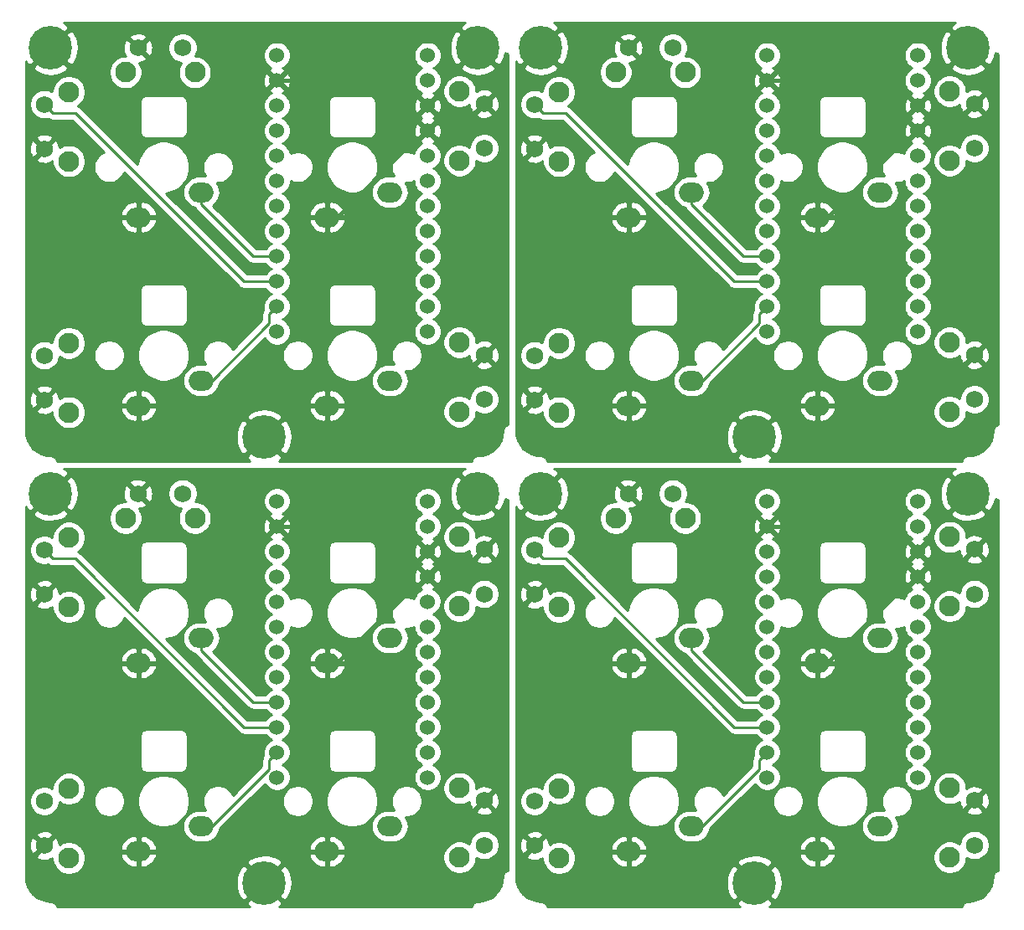
<source format=gbr>
G04 #@! TF.GenerationSoftware,KiCad,Pcbnew,5.1.5+dfsg1-2build2*
G04 #@! TF.CreationDate,2021-10-19T21:18:03+09:00*
G04 #@! TF.ProjectId,pcb,7063622e-6b69-4636-9164-5f7063625858,rev?*
G04 #@! TF.SameCoordinates,Original*
G04 #@! TF.FileFunction,Copper,L1,Top*
G04 #@! TF.FilePolarity,Positive*
%FSLAX46Y46*%
G04 Gerber Fmt 4.6, Leading zero omitted, Abs format (unit mm)*
G04 Created by KiCad (PCBNEW 5.1.5+dfsg1-2build2) date 2021-10-19 21:18:03*
%MOMM*%
%LPD*%
G04 APERTURE LIST*
%ADD10C,2.100000*%
%ADD11C,1.750000*%
%ADD12C,0.700000*%
%ADD13C,4.400000*%
%ADD14O,2.500000X2.000000*%
%ADD15C,1.524000*%
%ADD16C,0.800000*%
%ADD17C,0.400000*%
%ADD18C,0.250000*%
%ADD19C,0.254000*%
G04 APERTURE END LIST*
D10*
X117425000Y-135300000D03*
D11*
X114935000Y-134040000D03*
X114935000Y-129540000D03*
D10*
X117425000Y-128290000D03*
X156895000Y-128225000D03*
D11*
X159385000Y-129485000D03*
X159385000Y-133985000D03*
D10*
X156895000Y-135235000D03*
D12*
X116736726Y-97258274D03*
X115570000Y-96775000D03*
X114403274Y-97258274D03*
X113920000Y-98425000D03*
X114403274Y-99591726D03*
X115570000Y-100075000D03*
X116736726Y-99591726D03*
X117220000Y-98425000D03*
D13*
X115570000Y-98425000D03*
D14*
X124460000Y-115570000D03*
X130810000Y-113030000D03*
D10*
X130155000Y-100915000D03*
D11*
X128905000Y-98425000D03*
X124405000Y-98425000D03*
D10*
X123145000Y-100915000D03*
X117425000Y-102890000D03*
D11*
X114935000Y-104140000D03*
X114935000Y-108640000D03*
D10*
X117425000Y-109900000D03*
X156895000Y-102825000D03*
D11*
X159385000Y-104085000D03*
X159385000Y-108585000D03*
D10*
X156895000Y-109835000D03*
D12*
X159916726Y-97258274D03*
X158750000Y-96775000D03*
X157583274Y-97258274D03*
X157100000Y-98425000D03*
X157583274Y-99591726D03*
X158750000Y-100075000D03*
X159916726Y-99591726D03*
X160400000Y-98425000D03*
D13*
X158750000Y-98425000D03*
X137160000Y-137795000D03*
D12*
X138810000Y-137795000D03*
X138326726Y-138961726D03*
X137160000Y-139445000D03*
X135993274Y-138961726D03*
X135510000Y-137795000D03*
X135993274Y-136628274D03*
X137160000Y-136145000D03*
X138326726Y-136628274D03*
D14*
X149860000Y-113030000D03*
X143510000Y-115570000D03*
X143510000Y-134620000D03*
X149860000Y-132080000D03*
D15*
X104131400Y-99187000D03*
X104131400Y-101727000D03*
X104131400Y-104267000D03*
X104131400Y-106807000D03*
X104131400Y-109347000D03*
X104131400Y-111887000D03*
X104131400Y-114427000D03*
X104131400Y-116967000D03*
X104131400Y-119507000D03*
X104131400Y-122047000D03*
X104131400Y-124587000D03*
X104131400Y-127127000D03*
X88911400Y-127127000D03*
X88911400Y-124587000D03*
X88911400Y-122047000D03*
X88911400Y-119507000D03*
X88911400Y-116967000D03*
X88911400Y-114427000D03*
X88911400Y-111887000D03*
X88911400Y-109347000D03*
X88911400Y-106807000D03*
X88911400Y-104267000D03*
X88911400Y-101727000D03*
X88911400Y-99187000D03*
D14*
X130810000Y-132080000D03*
X124460000Y-134620000D03*
D15*
X138441400Y-99187000D03*
X138441400Y-101727000D03*
X138441400Y-104267000D03*
X138441400Y-106807000D03*
X138441400Y-109347000D03*
X138441400Y-111887000D03*
X138441400Y-114427000D03*
X138441400Y-116967000D03*
X138441400Y-119507000D03*
X138441400Y-122047000D03*
X138441400Y-124587000D03*
X138441400Y-127127000D03*
X153661400Y-127127000D03*
X153661400Y-124587000D03*
X153661400Y-122047000D03*
X153661400Y-119507000D03*
X153661400Y-116967000D03*
X153661400Y-114427000D03*
X153661400Y-111887000D03*
X153661400Y-109347000D03*
X153661400Y-106807000D03*
X153661400Y-104267000D03*
X153661400Y-101727000D03*
X153661400Y-99187000D03*
D10*
X107365000Y-109835000D03*
D11*
X109855000Y-108585000D03*
X109855000Y-104085000D03*
D10*
X107365000Y-102825000D03*
X67895000Y-109900000D03*
D11*
X65405000Y-108640000D03*
X65405000Y-104140000D03*
D10*
X67895000Y-102890000D03*
D14*
X93980000Y-115570000D03*
X100330000Y-113030000D03*
D12*
X88796726Y-136628274D03*
X87630000Y-136145000D03*
X86463274Y-136628274D03*
X85980000Y-137795000D03*
X86463274Y-138961726D03*
X87630000Y-139445000D03*
X88796726Y-138961726D03*
X89280000Y-137795000D03*
D13*
X87630000Y-137795000D03*
X109220000Y-98425000D03*
D12*
X110870000Y-98425000D03*
X110386726Y-99591726D03*
X109220000Y-100075000D03*
X108053274Y-99591726D03*
X107570000Y-98425000D03*
X108053274Y-97258274D03*
X109220000Y-96775000D03*
X110386726Y-97258274D03*
D14*
X100330000Y-132080000D03*
X93980000Y-134620000D03*
X74930000Y-134620000D03*
X81280000Y-132080000D03*
X81280000Y-113030000D03*
X74930000Y-115570000D03*
D10*
X67895000Y-128290000D03*
D11*
X65405000Y-129540000D03*
X65405000Y-134040000D03*
D10*
X67895000Y-135300000D03*
X107365000Y-135235000D03*
D11*
X109855000Y-133985000D03*
X109855000Y-129485000D03*
D10*
X107365000Y-128225000D03*
D13*
X66040000Y-98425000D03*
D12*
X67690000Y-98425000D03*
X67206726Y-99591726D03*
X66040000Y-100075000D03*
X64873274Y-99591726D03*
X64390000Y-98425000D03*
X64873274Y-97258274D03*
X66040000Y-96775000D03*
X67206726Y-97258274D03*
D10*
X73615000Y-100915000D03*
D11*
X74875000Y-98425000D03*
X79375000Y-98425000D03*
D10*
X80625000Y-100915000D03*
D15*
X153661400Y-54102000D03*
X153661400Y-56642000D03*
X153661400Y-59182000D03*
X153661400Y-61722000D03*
X153661400Y-64262000D03*
X153661400Y-66802000D03*
X153661400Y-69342000D03*
X153661400Y-71882000D03*
X153661400Y-74422000D03*
X153661400Y-76962000D03*
X153661400Y-79502000D03*
X153661400Y-82042000D03*
X138441400Y-82042000D03*
X138441400Y-79502000D03*
X138441400Y-76962000D03*
X138441400Y-74422000D03*
X138441400Y-71882000D03*
X138441400Y-69342000D03*
X138441400Y-66802000D03*
X138441400Y-64262000D03*
X138441400Y-61722000D03*
X138441400Y-59182000D03*
X138441400Y-56642000D03*
X138441400Y-54102000D03*
D10*
X156895000Y-64750000D03*
D11*
X159385000Y-63500000D03*
X159385000Y-59000000D03*
D10*
X156895000Y-57740000D03*
X117425000Y-64815000D03*
D11*
X114935000Y-63555000D03*
X114935000Y-59055000D03*
D10*
X117425000Y-57805000D03*
D14*
X143510000Y-70485000D03*
X149860000Y-67945000D03*
D12*
X138326726Y-91543274D03*
X137160000Y-91060000D03*
X135993274Y-91543274D03*
X135510000Y-92710000D03*
X135993274Y-93876726D03*
X137160000Y-94360000D03*
X138326726Y-93876726D03*
X138810000Y-92710000D03*
D13*
X137160000Y-92710000D03*
X158750000Y-53340000D03*
D12*
X160400000Y-53340000D03*
X159916726Y-54506726D03*
X158750000Y-54990000D03*
X157583274Y-54506726D03*
X157100000Y-53340000D03*
X157583274Y-52173274D03*
X158750000Y-51690000D03*
X159916726Y-52173274D03*
D14*
X149860000Y-86995000D03*
X143510000Y-89535000D03*
X124460000Y-89535000D03*
X130810000Y-86995000D03*
X130810000Y-67945000D03*
X124460000Y-70485000D03*
D10*
X117425000Y-83205000D03*
D11*
X114935000Y-84455000D03*
X114935000Y-88955000D03*
D10*
X117425000Y-90215000D03*
X156895000Y-90150000D03*
D11*
X159385000Y-88900000D03*
X159385000Y-84400000D03*
D10*
X156895000Y-83140000D03*
D13*
X115570000Y-53340000D03*
D12*
X117220000Y-53340000D03*
X116736726Y-54506726D03*
X115570000Y-54990000D03*
X114403274Y-54506726D03*
X113920000Y-53340000D03*
X114403274Y-52173274D03*
X115570000Y-51690000D03*
X116736726Y-52173274D03*
D10*
X123145000Y-55830000D03*
D11*
X124405000Y-53340000D03*
X128905000Y-53340000D03*
D10*
X130155000Y-55830000D03*
D15*
X88911400Y-54102000D03*
X88911400Y-56642000D03*
X88911400Y-59182000D03*
X88911400Y-61722000D03*
X88911400Y-64262000D03*
X88911400Y-66802000D03*
X88911400Y-69342000D03*
X88911400Y-71882000D03*
X88911400Y-74422000D03*
X88911400Y-76962000D03*
X88911400Y-79502000D03*
X88911400Y-82042000D03*
X104131400Y-82042000D03*
X104131400Y-79502000D03*
X104131400Y-76962000D03*
X104131400Y-74422000D03*
X104131400Y-71882000D03*
X104131400Y-69342000D03*
X104131400Y-66802000D03*
X104131400Y-64262000D03*
X104131400Y-61722000D03*
X104131400Y-59182000D03*
X104131400Y-56642000D03*
X104131400Y-54102000D03*
D14*
X81280000Y-86995000D03*
X74930000Y-89535000D03*
D12*
X67206726Y-52173274D03*
X66040000Y-51690000D03*
X64873274Y-52173274D03*
X64390000Y-53340000D03*
X64873274Y-54506726D03*
X66040000Y-54990000D03*
X67206726Y-54506726D03*
X67690000Y-53340000D03*
D13*
X66040000Y-53340000D03*
X87630000Y-92710000D03*
D12*
X89280000Y-92710000D03*
X88796726Y-93876726D03*
X87630000Y-94360000D03*
X86463274Y-93876726D03*
X85980000Y-92710000D03*
X86463274Y-91543274D03*
X87630000Y-91060000D03*
X88796726Y-91543274D03*
X110386726Y-52173274D03*
X109220000Y-51690000D03*
X108053274Y-52173274D03*
X107570000Y-53340000D03*
X108053274Y-54506726D03*
X109220000Y-54990000D03*
X110386726Y-54506726D03*
X110870000Y-53340000D03*
D13*
X109220000Y-53340000D03*
D14*
X100330000Y-67945000D03*
X93980000Y-70485000D03*
X93980000Y-89535000D03*
X100330000Y-86995000D03*
D10*
X107365000Y-57740000D03*
D11*
X109855000Y-59000000D03*
X109855000Y-63500000D03*
D10*
X107365000Y-64750000D03*
X107365000Y-83140000D03*
D11*
X109855000Y-84400000D03*
X109855000Y-88900000D03*
D10*
X107365000Y-90150000D03*
D14*
X74930000Y-70485000D03*
X81280000Y-67945000D03*
D10*
X67895000Y-57805000D03*
D11*
X65405000Y-59055000D03*
X65405000Y-63555000D03*
D10*
X67895000Y-64815000D03*
X67895000Y-90215000D03*
D11*
X65405000Y-88955000D03*
X65405000Y-84455000D03*
D10*
X67895000Y-83205000D03*
X80625000Y-55830000D03*
D11*
X79375000Y-53340000D03*
X74875000Y-53340000D03*
D10*
X73615000Y-55830000D03*
D16*
X80010000Y-75565000D03*
X86360000Y-69850000D03*
X90805000Y-67945000D03*
X92075000Y-61595000D03*
X72390000Y-67945000D03*
X102235000Y-70485000D03*
X151765000Y-70485000D03*
X140335000Y-67945000D03*
X129540000Y-75565000D03*
X135890000Y-69850000D03*
X141605000Y-61595000D03*
X121920000Y-67945000D03*
X102235000Y-115570000D03*
X90805000Y-113030000D03*
X80010000Y-120650000D03*
X86360000Y-114935000D03*
X135890000Y-114935000D03*
X92075000Y-106680000D03*
X72390000Y-113030000D03*
X151765000Y-115570000D03*
X141605000Y-106680000D03*
X121920000Y-113030000D03*
X140335000Y-113030000D03*
X129540000Y-120650000D03*
D17*
X104720000Y-89535000D02*
X109855000Y-84400000D01*
X93980000Y-89535000D02*
X104720000Y-89535000D01*
X101591400Y-56642000D02*
X104131400Y-59182000D01*
X88911400Y-56642000D02*
X101591400Y-56642000D01*
X103369401Y-62483999D02*
X104131400Y-61722000D01*
X102942999Y-62483999D02*
X103369401Y-62483999D01*
X94941998Y-70485000D02*
X102942999Y-62483999D01*
X93980000Y-70485000D02*
X94941998Y-70485000D01*
X154250000Y-89535000D02*
X159385000Y-84400000D01*
X152899401Y-62483999D02*
X153661400Y-61722000D01*
X152472999Y-62483999D02*
X152899401Y-62483999D01*
X143510000Y-70485000D02*
X144471998Y-70485000D01*
X138441400Y-56642000D02*
X151121400Y-56642000D01*
X144471998Y-70485000D02*
X152472999Y-62483999D01*
X143510000Y-89535000D02*
X154250000Y-89535000D01*
X151121400Y-56642000D02*
X153661400Y-59182000D01*
X104720000Y-134620000D02*
X109855000Y-129485000D01*
X103369401Y-107568999D02*
X104131400Y-106807000D01*
X102942999Y-107568999D02*
X103369401Y-107568999D01*
X93980000Y-115570000D02*
X94941998Y-115570000D01*
X152899401Y-107568999D02*
X153661400Y-106807000D01*
X151121400Y-101727000D02*
X153661400Y-104267000D01*
X88911400Y-101727000D02*
X101591400Y-101727000D01*
X94941998Y-115570000D02*
X102942999Y-107568999D01*
X93980000Y-134620000D02*
X104720000Y-134620000D01*
X143510000Y-134620000D02*
X154250000Y-134620000D01*
X101591400Y-101727000D02*
X104131400Y-104267000D01*
X152472999Y-107568999D02*
X152899401Y-107568999D01*
X144471998Y-115570000D02*
X152472999Y-107568999D01*
X154250000Y-134620000D02*
X159385000Y-129485000D01*
X138441400Y-101727000D02*
X151121400Y-101727000D01*
X143510000Y-115570000D02*
X144471998Y-115570000D01*
D18*
X87833770Y-74422000D02*
X88911400Y-74422000D01*
X86507000Y-74422000D02*
X87833770Y-74422000D01*
X81280000Y-69195000D02*
X86507000Y-74422000D01*
X81280000Y-67945000D02*
X81280000Y-69195000D01*
X130810000Y-69195000D02*
X136037000Y-74422000D01*
X130810000Y-67945000D02*
X130810000Y-69195000D01*
X137363770Y-74422000D02*
X138441400Y-74422000D01*
X136037000Y-74422000D02*
X137363770Y-74422000D01*
X81280000Y-114280000D02*
X86507000Y-119507000D01*
X130810000Y-113030000D02*
X130810000Y-114280000D01*
X81280000Y-113030000D02*
X81280000Y-114280000D01*
X87833770Y-119507000D02*
X88911400Y-119507000D01*
X86507000Y-119507000D02*
X87833770Y-119507000D01*
X130810000Y-114280000D02*
X136037000Y-119507000D01*
X137363770Y-119507000D02*
X138441400Y-119507000D01*
X136037000Y-119507000D02*
X137363770Y-119507000D01*
X88149401Y-80263999D02*
X88911400Y-79502000D01*
X88149401Y-81195237D02*
X88149401Y-80263999D01*
X82349638Y-86995000D02*
X88149401Y-81195237D01*
X81280000Y-86995000D02*
X82349638Y-86995000D01*
X131879638Y-86995000D02*
X137679401Y-81195237D01*
X137679401Y-81195237D02*
X137679401Y-80263999D01*
X137679401Y-80263999D02*
X138441400Y-79502000D01*
X130810000Y-86995000D02*
X131879638Y-86995000D01*
X82349638Y-132080000D02*
X88149401Y-126280237D01*
X88149401Y-126280237D02*
X88149401Y-125348999D01*
X137679401Y-126280237D02*
X137679401Y-125348999D01*
X88149401Y-125348999D02*
X88911400Y-124587000D01*
X81280000Y-132080000D02*
X82349638Y-132080000D01*
X130810000Y-132080000D02*
X131879638Y-132080000D01*
X131879638Y-132080000D02*
X137679401Y-126280237D01*
X137679401Y-125348999D02*
X138441400Y-124587000D01*
X66279999Y-59929999D02*
X65405000Y-59055000D01*
X68553997Y-59929999D02*
X66279999Y-59929999D01*
X85585998Y-76962000D02*
X68553997Y-59929999D01*
X88911400Y-76962000D02*
X85585998Y-76962000D01*
X138441400Y-76962000D02*
X135115998Y-76962000D01*
X115809999Y-59929999D02*
X114935000Y-59055000D01*
X118083997Y-59929999D02*
X115809999Y-59929999D01*
X135115998Y-76962000D02*
X118083997Y-59929999D01*
X118083997Y-105014999D02*
X115809999Y-105014999D01*
X88911400Y-122047000D02*
X85585998Y-122047000D01*
X66279999Y-105014999D02*
X65405000Y-104140000D01*
X68553997Y-105014999D02*
X66279999Y-105014999D01*
X115809999Y-105014999D02*
X114935000Y-104140000D01*
X85585998Y-122047000D02*
X68553997Y-105014999D01*
X138441400Y-122047000D02*
X135115998Y-122047000D01*
X135115998Y-122047000D02*
X118083997Y-105014999D01*
D19*
G36*
X107649976Y-50962982D02*
G01*
X107409830Y-51350225D01*
X109220000Y-53160395D01*
X109234143Y-53146253D01*
X109413748Y-53325858D01*
X109399605Y-53340000D01*
X111209775Y-55150170D01*
X111597018Y-54910024D01*
X111857641Y-54416123D01*
X112016901Y-53880867D01*
X112017023Y-53879562D01*
X112027836Y-53888444D01*
X112055276Y-53903158D01*
X112081089Y-53920569D01*
X112111900Y-53933521D01*
X112141355Y-53949315D01*
X112171131Y-53958419D01*
X112199833Y-53970484D01*
X112232575Y-53977205D01*
X112264536Y-53986977D01*
X112268000Y-53987329D01*
X112268000Y-91427445D01*
X112239233Y-91436020D01*
X112208655Y-91441854D01*
X112177671Y-91454372D01*
X112145636Y-91463922D01*
X112118092Y-91478444D01*
X112089224Y-91490107D01*
X112061256Y-91508408D01*
X112031692Y-91523995D01*
X112007498Y-91543586D01*
X111981441Y-91560637D01*
X111957559Y-91584024D01*
X111931587Y-91605055D01*
X111911657Y-91628975D01*
X111889410Y-91650761D01*
X111870528Y-91678338D01*
X111849133Y-91704016D01*
X111834226Y-91731356D01*
X111816638Y-91757043D01*
X111803473Y-91787758D01*
X111787471Y-91817107D01*
X111778159Y-91846820D01*
X111765894Y-91875436D01*
X111758945Y-91908129D01*
X111748950Y-91940021D01*
X111745587Y-91970974D01*
X111739113Y-92001431D01*
X111738150Y-92010596D01*
X111683998Y-92562883D01*
X111542307Y-93032186D01*
X111312161Y-93465028D01*
X111002323Y-93844927D01*
X110624600Y-94157406D01*
X110193373Y-94390569D01*
X109725073Y-94535532D01*
X109176877Y-94593150D01*
X109155595Y-94593150D01*
X109122810Y-94599642D01*
X109089557Y-94603019D01*
X109059777Y-94612123D01*
X109029239Y-94618170D01*
X108998343Y-94630904D01*
X108966376Y-94640677D01*
X108938933Y-94655391D01*
X108910149Y-94667255D01*
X108882310Y-94685751D01*
X108852855Y-94701544D01*
X108828795Y-94721306D01*
X108802860Y-94738537D01*
X108779148Y-94762085D01*
X108753317Y-94783301D01*
X108733549Y-94807367D01*
X108711461Y-94829301D01*
X108692774Y-94857006D01*
X108671556Y-94882836D01*
X108656842Y-94910276D01*
X108639431Y-94936089D01*
X108626479Y-94966900D01*
X108610685Y-94996355D01*
X108601581Y-95026131D01*
X108589516Y-95054833D01*
X108582795Y-95087575D01*
X108573023Y-95119536D01*
X108572671Y-95123000D01*
X89132707Y-95123000D01*
X89200024Y-95087018D01*
X89440170Y-94699775D01*
X87630000Y-92889605D01*
X85819830Y-94699775D01*
X86059976Y-95087018D01*
X86128165Y-95123000D01*
X66687555Y-95123000D01*
X66678980Y-95094233D01*
X66673146Y-95063655D01*
X66660628Y-95032671D01*
X66651078Y-95000636D01*
X66636556Y-94973092D01*
X66624893Y-94944224D01*
X66606592Y-94916256D01*
X66591005Y-94886692D01*
X66571414Y-94862498D01*
X66554363Y-94836441D01*
X66530976Y-94812559D01*
X66509945Y-94786587D01*
X66486025Y-94766657D01*
X66464239Y-94744410D01*
X66436662Y-94725528D01*
X66410984Y-94704133D01*
X66383644Y-94689226D01*
X66357957Y-94671638D01*
X66327242Y-94658473D01*
X66297893Y-94642471D01*
X66268181Y-94633159D01*
X66239564Y-94620894D01*
X66206869Y-94613944D01*
X66174978Y-94603950D01*
X66144027Y-94600587D01*
X66113569Y-94594113D01*
X66104404Y-94593150D01*
X65552117Y-94538998D01*
X65082814Y-94397307D01*
X64649972Y-94167161D01*
X64270073Y-93857323D01*
X63957594Y-93479600D01*
X63724431Y-93048373D01*
X63624385Y-92725174D01*
X84781322Y-92725174D01*
X84839019Y-93280632D01*
X85003972Y-93814161D01*
X85252982Y-94280024D01*
X85640225Y-94520170D01*
X87450395Y-92710000D01*
X87809605Y-92710000D01*
X89619775Y-94520170D01*
X90007018Y-94280024D01*
X90267641Y-93786123D01*
X90426901Y-93250867D01*
X90478678Y-92694826D01*
X90420981Y-92139368D01*
X90256028Y-91605839D01*
X90007018Y-91139976D01*
X89619775Y-90899830D01*
X87809605Y-92710000D01*
X87450395Y-92710000D01*
X85640225Y-90899830D01*
X85252982Y-91139976D01*
X84992359Y-91633877D01*
X84833099Y-92169133D01*
X84781322Y-92725174D01*
X63624385Y-92725174D01*
X63579468Y-92580073D01*
X63525000Y-92061847D01*
X63525000Y-90001240D01*
X64538365Y-90001240D01*
X64619025Y-90252868D01*
X64887329Y-90381267D01*
X65175526Y-90454855D01*
X65472543Y-90470804D01*
X65766963Y-90428501D01*
X66047474Y-90329572D01*
X66190975Y-90252868D01*
X66210000Y-90193517D01*
X66210000Y-90380958D01*
X66274754Y-90706496D01*
X66401772Y-91013147D01*
X66586175Y-91289125D01*
X66820875Y-91523825D01*
X67096853Y-91708228D01*
X67403504Y-91835246D01*
X67729042Y-91900000D01*
X68060958Y-91900000D01*
X68386496Y-91835246D01*
X68693147Y-91708228D01*
X68969125Y-91523825D01*
X69203825Y-91289125D01*
X69388228Y-91013147D01*
X69515246Y-90706496D01*
X69580000Y-90380958D01*
X69580000Y-90049042D01*
X69553424Y-89915434D01*
X73089876Y-89915434D01*
X73114256Y-90037398D01*
X73242354Y-90333206D01*
X73425700Y-90598340D01*
X73657248Y-90822610D01*
X73928100Y-90997398D01*
X74227847Y-91115987D01*
X74544970Y-91173819D01*
X74803000Y-91016016D01*
X74803000Y-89662000D01*
X75057000Y-89662000D01*
X75057000Y-91016016D01*
X75315030Y-91173819D01*
X75632153Y-91115987D01*
X75931900Y-90997398D01*
X76202752Y-90822610D01*
X76308459Y-90720225D01*
X85819830Y-90720225D01*
X87630000Y-92530395D01*
X89440170Y-90720225D01*
X89200024Y-90332982D01*
X88706123Y-90072359D01*
X88178715Y-89915434D01*
X92139876Y-89915434D01*
X92164256Y-90037398D01*
X92292354Y-90333206D01*
X92475700Y-90598340D01*
X92707248Y-90822610D01*
X92978100Y-90997398D01*
X93277847Y-91115987D01*
X93594970Y-91173819D01*
X93853000Y-91016016D01*
X93853000Y-89662000D01*
X94107000Y-89662000D01*
X94107000Y-91016016D01*
X94365030Y-91173819D01*
X94682153Y-91115987D01*
X94981900Y-90997398D01*
X95252752Y-90822610D01*
X95484300Y-90598340D01*
X95667646Y-90333206D01*
X95795744Y-90037398D01*
X95806409Y-89984042D01*
X105680000Y-89984042D01*
X105680000Y-90315958D01*
X105744754Y-90641496D01*
X105871772Y-90948147D01*
X106056175Y-91224125D01*
X106290875Y-91458825D01*
X106566853Y-91643228D01*
X106873504Y-91770246D01*
X107199042Y-91835000D01*
X107530958Y-91835000D01*
X107856496Y-91770246D01*
X108163147Y-91643228D01*
X108439125Y-91458825D01*
X108673825Y-91224125D01*
X108858228Y-90948147D01*
X108985246Y-90641496D01*
X109050000Y-90315958D01*
X109050000Y-90178177D01*
X109139747Y-90238144D01*
X109414549Y-90351971D01*
X109706278Y-90410000D01*
X110003722Y-90410000D01*
X110295451Y-90351971D01*
X110570253Y-90238144D01*
X110817569Y-90072893D01*
X111027893Y-89862569D01*
X111193144Y-89615253D01*
X111306971Y-89340451D01*
X111365000Y-89048722D01*
X111365000Y-88751278D01*
X111306971Y-88459549D01*
X111193144Y-88184747D01*
X111027893Y-87937431D01*
X110817569Y-87727107D01*
X110570253Y-87561856D01*
X110295451Y-87448029D01*
X110003722Y-87390000D01*
X109706278Y-87390000D01*
X109414549Y-87448029D01*
X109139747Y-87561856D01*
X108892431Y-87727107D01*
X108682107Y-87937431D01*
X108516856Y-88184747D01*
X108403029Y-88459549D01*
X108345000Y-88751278D01*
X108345000Y-88778283D01*
X108163147Y-88656772D01*
X107856496Y-88529754D01*
X107530958Y-88465000D01*
X107199042Y-88465000D01*
X106873504Y-88529754D01*
X106566853Y-88656772D01*
X106290875Y-88841175D01*
X106056175Y-89075875D01*
X105871772Y-89351853D01*
X105744754Y-89658504D01*
X105680000Y-89984042D01*
X95806409Y-89984042D01*
X95820124Y-89915434D01*
X95700777Y-89662000D01*
X94107000Y-89662000D01*
X93853000Y-89662000D01*
X92259223Y-89662000D01*
X92139876Y-89915434D01*
X88178715Y-89915434D01*
X88170867Y-89913099D01*
X87614826Y-89861322D01*
X87059368Y-89919019D01*
X86525839Y-90083972D01*
X86059976Y-90332982D01*
X85819830Y-90720225D01*
X76308459Y-90720225D01*
X76434300Y-90598340D01*
X76617646Y-90333206D01*
X76745744Y-90037398D01*
X76770124Y-89915434D01*
X76650777Y-89662000D01*
X75057000Y-89662000D01*
X74803000Y-89662000D01*
X73209223Y-89662000D01*
X73089876Y-89915434D01*
X69553424Y-89915434D01*
X69515246Y-89723504D01*
X69388228Y-89416853D01*
X69212974Y-89154566D01*
X73089876Y-89154566D01*
X73209223Y-89408000D01*
X74803000Y-89408000D01*
X74803000Y-88053984D01*
X75057000Y-88053984D01*
X75057000Y-89408000D01*
X76650777Y-89408000D01*
X76770124Y-89154566D01*
X92139876Y-89154566D01*
X92259223Y-89408000D01*
X93853000Y-89408000D01*
X93853000Y-88053984D01*
X94107000Y-88053984D01*
X94107000Y-89408000D01*
X95700777Y-89408000D01*
X95820124Y-89154566D01*
X95795744Y-89032602D01*
X95667646Y-88736794D01*
X95484300Y-88471660D01*
X95252752Y-88247390D01*
X94981900Y-88072602D01*
X94682153Y-87954013D01*
X94365030Y-87896181D01*
X94107000Y-88053984D01*
X93853000Y-88053984D01*
X93594970Y-87896181D01*
X93277847Y-87954013D01*
X92978100Y-88072602D01*
X92707248Y-88247390D01*
X92475700Y-88471660D01*
X92292354Y-88736794D01*
X92164256Y-89032602D01*
X92139876Y-89154566D01*
X76770124Y-89154566D01*
X76745744Y-89032602D01*
X76617646Y-88736794D01*
X76434300Y-88471660D01*
X76202752Y-88247390D01*
X75931900Y-88072602D01*
X75632153Y-87954013D01*
X75315030Y-87896181D01*
X75057000Y-88053984D01*
X74803000Y-88053984D01*
X74544970Y-87896181D01*
X74227847Y-87954013D01*
X73928100Y-88072602D01*
X73657248Y-88247390D01*
X73425700Y-88471660D01*
X73242354Y-88736794D01*
X73114256Y-89032602D01*
X73089876Y-89154566D01*
X69212974Y-89154566D01*
X69203825Y-89140875D01*
X68969125Y-88906175D01*
X68693147Y-88721772D01*
X68386496Y-88594754D01*
X68060958Y-88530000D01*
X67729042Y-88530000D01*
X67403504Y-88594754D01*
X67096853Y-88721772D01*
X66914504Y-88843614D01*
X66878501Y-88593037D01*
X66779572Y-88312526D01*
X66702868Y-88169025D01*
X66451240Y-88088365D01*
X65584605Y-88955000D01*
X65598748Y-88969143D01*
X65419143Y-89148748D01*
X65405000Y-89134605D01*
X64538365Y-90001240D01*
X63525000Y-90001240D01*
X63525000Y-89022543D01*
X63889196Y-89022543D01*
X63931499Y-89316963D01*
X64030428Y-89597474D01*
X64107132Y-89740975D01*
X64358760Y-89821635D01*
X65225395Y-88955000D01*
X64358760Y-88088365D01*
X64107132Y-88169025D01*
X63978733Y-88437329D01*
X63905145Y-88725526D01*
X63889196Y-89022543D01*
X63525000Y-89022543D01*
X63525000Y-87908760D01*
X64538365Y-87908760D01*
X65405000Y-88775395D01*
X66271635Y-87908760D01*
X66190975Y-87657132D01*
X65922671Y-87528733D01*
X65634474Y-87455145D01*
X65337457Y-87439196D01*
X65043037Y-87481499D01*
X64762526Y-87580428D01*
X64619025Y-87657132D01*
X64538365Y-87908760D01*
X63525000Y-87908760D01*
X63525000Y-84306278D01*
X63895000Y-84306278D01*
X63895000Y-84603722D01*
X63953029Y-84895451D01*
X64066856Y-85170253D01*
X64232107Y-85417569D01*
X64442431Y-85627893D01*
X64689747Y-85793144D01*
X64964549Y-85906971D01*
X65256278Y-85965000D01*
X65553722Y-85965000D01*
X65845451Y-85906971D01*
X66120253Y-85793144D01*
X66367569Y-85627893D01*
X66577893Y-85417569D01*
X66743144Y-85170253D01*
X66856971Y-84895451D01*
X66915000Y-84603722D01*
X66915000Y-84576717D01*
X67096853Y-84698228D01*
X67403504Y-84825246D01*
X67729042Y-84890000D01*
X68060958Y-84890000D01*
X68386496Y-84825246D01*
X68693147Y-84698228D01*
X68969125Y-84513825D01*
X69184059Y-84298891D01*
X70385000Y-84298891D01*
X70385000Y-84611109D01*
X70445911Y-84917327D01*
X70565391Y-85205779D01*
X70738850Y-85465379D01*
X70959621Y-85686150D01*
X71219221Y-85859609D01*
X71507673Y-85979089D01*
X71813891Y-86040000D01*
X72126109Y-86040000D01*
X72432327Y-85979089D01*
X72720779Y-85859609D01*
X72980379Y-85686150D01*
X73201150Y-85465379D01*
X73374609Y-85205779D01*
X73494089Y-84917327D01*
X73555000Y-84611109D01*
X73555000Y-84298891D01*
X73534430Y-84195475D01*
X74835000Y-84195475D01*
X74835000Y-84714525D01*
X74936261Y-85223601D01*
X75134893Y-85703141D01*
X75423262Y-86134715D01*
X75790285Y-86501738D01*
X76221859Y-86790107D01*
X76701399Y-86988739D01*
X77210475Y-87090000D01*
X77729525Y-87090000D01*
X78238601Y-86988739D01*
X78718141Y-86790107D01*
X79149715Y-86501738D01*
X79516738Y-86134715D01*
X79805107Y-85703141D01*
X80003739Y-85223601D01*
X80105000Y-84714525D01*
X80105000Y-84195475D01*
X80003739Y-83686399D01*
X79805107Y-83206859D01*
X79516738Y-82775285D01*
X79149715Y-82408262D01*
X78718141Y-82119893D01*
X78238601Y-81921261D01*
X77729525Y-81820000D01*
X77210475Y-81820000D01*
X76701399Y-81921261D01*
X76221859Y-82119893D01*
X75790285Y-82408262D01*
X75423262Y-82775285D01*
X75134893Y-83206859D01*
X74936261Y-83686399D01*
X74835000Y-84195475D01*
X73534430Y-84195475D01*
X73494089Y-83992673D01*
X73374609Y-83704221D01*
X73201150Y-83444621D01*
X72980379Y-83223850D01*
X72720779Y-83050391D01*
X72432327Y-82930911D01*
X72126109Y-82870000D01*
X71813891Y-82870000D01*
X71507673Y-82930911D01*
X71219221Y-83050391D01*
X70959621Y-83223850D01*
X70738850Y-83444621D01*
X70565391Y-83704221D01*
X70445911Y-83992673D01*
X70385000Y-84298891D01*
X69184059Y-84298891D01*
X69203825Y-84279125D01*
X69388228Y-84003147D01*
X69515246Y-83696496D01*
X69580000Y-83370958D01*
X69580000Y-83039042D01*
X69515246Y-82713504D01*
X69388228Y-82406853D01*
X69203825Y-82130875D01*
X68969125Y-81896175D01*
X68693147Y-81711772D01*
X68386496Y-81584754D01*
X68060958Y-81520000D01*
X67729042Y-81520000D01*
X67403504Y-81584754D01*
X67096853Y-81711772D01*
X66820875Y-81896175D01*
X66586175Y-82130875D01*
X66401772Y-82406853D01*
X66274754Y-82713504D01*
X66210000Y-83039042D01*
X66210000Y-83176823D01*
X66120253Y-83116856D01*
X65845451Y-83003029D01*
X65553722Y-82945000D01*
X65256278Y-82945000D01*
X64964549Y-83003029D01*
X64689747Y-83116856D01*
X64442431Y-83282107D01*
X64232107Y-83492431D01*
X64066856Y-83739747D01*
X63953029Y-84014549D01*
X63895000Y-84306278D01*
X63525000Y-84306278D01*
X63525000Y-77875000D01*
X75071638Y-77875000D01*
X75075001Y-77909145D01*
X75075000Y-80840865D01*
X75071638Y-80875000D01*
X75085057Y-81011244D01*
X75124798Y-81142252D01*
X75189333Y-81262989D01*
X75276183Y-81368817D01*
X75381198Y-81455000D01*
X75382011Y-81455667D01*
X75502748Y-81520202D01*
X75633756Y-81559943D01*
X75770000Y-81573362D01*
X75804134Y-81570000D01*
X79135866Y-81570000D01*
X79170000Y-81573362D01*
X79306244Y-81559943D01*
X79437252Y-81520202D01*
X79557989Y-81455667D01*
X79663817Y-81368817D01*
X79750667Y-81262989D01*
X79815202Y-81142252D01*
X79854943Y-81011244D01*
X79865000Y-80909135D01*
X79865000Y-80909134D01*
X79868362Y-80875000D01*
X79865000Y-80840865D01*
X79865000Y-77909135D01*
X79868362Y-77875000D01*
X79854943Y-77738756D01*
X79815202Y-77607748D01*
X79750667Y-77487011D01*
X79663817Y-77381183D01*
X79557989Y-77294333D01*
X79437252Y-77229798D01*
X79306244Y-77190057D01*
X79204135Y-77180000D01*
X79204134Y-77180000D01*
X79170000Y-77176638D01*
X79135865Y-77180000D01*
X75804135Y-77180000D01*
X75770000Y-77176638D01*
X75735866Y-77180000D01*
X75735865Y-77180000D01*
X75633756Y-77190057D01*
X75502748Y-77229798D01*
X75382011Y-77294333D01*
X75276183Y-77381183D01*
X75189333Y-77487011D01*
X75124798Y-77607748D01*
X75085057Y-77738756D01*
X75071638Y-77875000D01*
X63525000Y-77875000D01*
X63525000Y-70865434D01*
X73089876Y-70865434D01*
X73114256Y-70987398D01*
X73242354Y-71283206D01*
X73425700Y-71548340D01*
X73657248Y-71772610D01*
X73928100Y-71947398D01*
X74227847Y-72065987D01*
X74544970Y-72123819D01*
X74803000Y-71966016D01*
X74803000Y-70612000D01*
X75057000Y-70612000D01*
X75057000Y-71966016D01*
X75315030Y-72123819D01*
X75632153Y-72065987D01*
X75931900Y-71947398D01*
X76202752Y-71772610D01*
X76434300Y-71548340D01*
X76617646Y-71283206D01*
X76745744Y-70987398D01*
X76770124Y-70865434D01*
X76650777Y-70612000D01*
X75057000Y-70612000D01*
X74803000Y-70612000D01*
X73209223Y-70612000D01*
X73089876Y-70865434D01*
X63525000Y-70865434D01*
X63525000Y-70104566D01*
X73089876Y-70104566D01*
X73209223Y-70358000D01*
X74803000Y-70358000D01*
X74803000Y-69003984D01*
X75057000Y-69003984D01*
X75057000Y-70358000D01*
X76650777Y-70358000D01*
X76770124Y-70104566D01*
X76745744Y-69982602D01*
X76617646Y-69686794D01*
X76434300Y-69421660D01*
X76202752Y-69197390D01*
X75931900Y-69022602D01*
X75632153Y-68904013D01*
X75315030Y-68846181D01*
X75057000Y-69003984D01*
X74803000Y-69003984D01*
X74544970Y-68846181D01*
X74227847Y-68904013D01*
X73928100Y-69022602D01*
X73657248Y-69197390D01*
X73425700Y-69421660D01*
X73242354Y-69686794D01*
X73114256Y-69982602D01*
X73089876Y-70104566D01*
X63525000Y-70104566D01*
X63525000Y-64601240D01*
X64538365Y-64601240D01*
X64619025Y-64852868D01*
X64887329Y-64981267D01*
X65175526Y-65054855D01*
X65472543Y-65070804D01*
X65766963Y-65028501D01*
X66047474Y-64929572D01*
X66190975Y-64852868D01*
X66210000Y-64793517D01*
X66210000Y-64980958D01*
X66274754Y-65306496D01*
X66401772Y-65613147D01*
X66586175Y-65889125D01*
X66820875Y-66123825D01*
X67096853Y-66308228D01*
X67403504Y-66435246D01*
X67729042Y-66500000D01*
X68060958Y-66500000D01*
X68386496Y-66435246D01*
X68693147Y-66308228D01*
X68969125Y-66123825D01*
X69203825Y-65889125D01*
X69388228Y-65613147D01*
X69515246Y-65306496D01*
X69580000Y-64980958D01*
X69580000Y-64649042D01*
X69515246Y-64323504D01*
X69388228Y-64016853D01*
X69203825Y-63740875D01*
X68969125Y-63506175D01*
X68693147Y-63321772D01*
X68386496Y-63194754D01*
X68060958Y-63130000D01*
X67729042Y-63130000D01*
X67403504Y-63194754D01*
X67096853Y-63321772D01*
X66914504Y-63443614D01*
X66878501Y-63193037D01*
X66779572Y-62912526D01*
X66702868Y-62769025D01*
X66451240Y-62688365D01*
X65584605Y-63555000D01*
X65598748Y-63569143D01*
X65419143Y-63748748D01*
X65405000Y-63734605D01*
X64538365Y-64601240D01*
X63525000Y-64601240D01*
X63525000Y-63622543D01*
X63889196Y-63622543D01*
X63931499Y-63916963D01*
X64030428Y-64197474D01*
X64107132Y-64340975D01*
X64358760Y-64421635D01*
X65225395Y-63555000D01*
X64358760Y-62688365D01*
X64107132Y-62769025D01*
X63978733Y-63037329D01*
X63905145Y-63325526D01*
X63889196Y-63622543D01*
X63525000Y-63622543D01*
X63525000Y-62508760D01*
X64538365Y-62508760D01*
X65405000Y-63375395D01*
X66271635Y-62508760D01*
X66190975Y-62257132D01*
X65922671Y-62128733D01*
X65634474Y-62055145D01*
X65337457Y-62039196D01*
X65043037Y-62081499D01*
X64762526Y-62180428D01*
X64619025Y-62257132D01*
X64538365Y-62508760D01*
X63525000Y-62508760D01*
X63525000Y-58906278D01*
X63895000Y-58906278D01*
X63895000Y-59203722D01*
X63953029Y-59495451D01*
X64066856Y-59770253D01*
X64232107Y-60017569D01*
X64442431Y-60227893D01*
X64689747Y-60393144D01*
X64964549Y-60506971D01*
X65256278Y-60565000D01*
X65553722Y-60565000D01*
X65796832Y-60516642D01*
X65855723Y-60564973D01*
X65987752Y-60635545D01*
X66131013Y-60679002D01*
X66242666Y-60689999D01*
X66242675Y-60689999D01*
X66279998Y-60693675D01*
X66317321Y-60689999D01*
X68239196Y-60689999D01*
X71452826Y-63903629D01*
X71219221Y-64000391D01*
X70959621Y-64173850D01*
X70738850Y-64394621D01*
X70565391Y-64654221D01*
X70445911Y-64942673D01*
X70385000Y-65248891D01*
X70385000Y-65561109D01*
X70445911Y-65867327D01*
X70565391Y-66155779D01*
X70738850Y-66415379D01*
X70959621Y-66636150D01*
X71219221Y-66809609D01*
X71507673Y-66929089D01*
X71813891Y-66990000D01*
X72126109Y-66990000D01*
X72432327Y-66929089D01*
X72720779Y-66809609D01*
X72980379Y-66636150D01*
X73201150Y-66415379D01*
X73374609Y-66155779D01*
X73471371Y-65922174D01*
X85022199Y-77473003D01*
X85045997Y-77502001D01*
X85161722Y-77596974D01*
X85293751Y-77667546D01*
X85437012Y-77711003D01*
X85548665Y-77722000D01*
X85548675Y-77722000D01*
X85585998Y-77725676D01*
X85623321Y-77722000D01*
X87739059Y-77722000D01*
X87826280Y-77852535D01*
X88020865Y-78047120D01*
X88249673Y-78200005D01*
X88326915Y-78232000D01*
X88249673Y-78263995D01*
X88020865Y-78416880D01*
X87826280Y-78611465D01*
X87673395Y-78840273D01*
X87568086Y-79094510D01*
X87514400Y-79364408D01*
X87514400Y-79639592D01*
X87546448Y-79800706D01*
X87514427Y-79839723D01*
X87443855Y-79971753D01*
X87400399Y-80115014D01*
X87385725Y-80263999D01*
X87389402Y-80301331D01*
X87389401Y-80880434D01*
X84430553Y-83839283D01*
X84374609Y-83704221D01*
X84201150Y-83444621D01*
X83980379Y-83223850D01*
X83720779Y-83050391D01*
X83432327Y-82930911D01*
X83126109Y-82870000D01*
X82813891Y-82870000D01*
X82507673Y-82930911D01*
X82219221Y-83050391D01*
X81959621Y-83223850D01*
X81738850Y-83444621D01*
X81565391Y-83704221D01*
X81445911Y-83992673D01*
X81385000Y-84298891D01*
X81385000Y-84611109D01*
X81445911Y-84917327D01*
X81565391Y-85205779D01*
X81672532Y-85366127D01*
X81610322Y-85360000D01*
X80949678Y-85360000D01*
X80709484Y-85383657D01*
X80401285Y-85477148D01*
X80117248Y-85628969D01*
X79868286Y-85833286D01*
X79663969Y-86082248D01*
X79512148Y-86366285D01*
X79418657Y-86674484D01*
X79387089Y-86995000D01*
X79418657Y-87315516D01*
X79512148Y-87623715D01*
X79663969Y-87907752D01*
X79868286Y-88156714D01*
X80117248Y-88361031D01*
X80401285Y-88512852D01*
X80709484Y-88606343D01*
X80949678Y-88630000D01*
X81610322Y-88630000D01*
X81850516Y-88606343D01*
X82158715Y-88512852D01*
X82442752Y-88361031D01*
X82691714Y-88156714D01*
X82896031Y-87907752D01*
X83047852Y-87623715D01*
X83141343Y-87315516D01*
X83145431Y-87274008D01*
X86120548Y-84298891D01*
X89435000Y-84298891D01*
X89435000Y-84611109D01*
X89495911Y-84917327D01*
X89615391Y-85205779D01*
X89788850Y-85465379D01*
X90009621Y-85686150D01*
X90269221Y-85859609D01*
X90557673Y-85979089D01*
X90863891Y-86040000D01*
X91176109Y-86040000D01*
X91482327Y-85979089D01*
X91770779Y-85859609D01*
X92030379Y-85686150D01*
X92251150Y-85465379D01*
X92424609Y-85205779D01*
X92544089Y-84917327D01*
X92605000Y-84611109D01*
X92605000Y-84298891D01*
X92584430Y-84195475D01*
X93885000Y-84195475D01*
X93885000Y-84714525D01*
X93986261Y-85223601D01*
X94184893Y-85703141D01*
X94473262Y-86134715D01*
X94840285Y-86501738D01*
X95271859Y-86790107D01*
X95751399Y-86988739D01*
X96260475Y-87090000D01*
X96779525Y-87090000D01*
X97257124Y-86995000D01*
X98437089Y-86995000D01*
X98468657Y-87315516D01*
X98562148Y-87623715D01*
X98713969Y-87907752D01*
X98918286Y-88156714D01*
X99167248Y-88361031D01*
X99451285Y-88512852D01*
X99759484Y-88606343D01*
X99999678Y-88630000D01*
X100660322Y-88630000D01*
X100900516Y-88606343D01*
X101208715Y-88512852D01*
X101492752Y-88361031D01*
X101741714Y-88156714D01*
X101946031Y-87907752D01*
X102097852Y-87623715D01*
X102191343Y-87315516D01*
X102222911Y-86995000D01*
X102191343Y-86674484D01*
X102097852Y-86366285D01*
X101946031Y-86082248D01*
X101911359Y-86040000D01*
X102176109Y-86040000D01*
X102482327Y-85979089D01*
X102770779Y-85859609D01*
X103030379Y-85686150D01*
X103251150Y-85465379D01*
X103263938Y-85446240D01*
X108988365Y-85446240D01*
X109069025Y-85697868D01*
X109337329Y-85826267D01*
X109625526Y-85899855D01*
X109922543Y-85915804D01*
X110216963Y-85873501D01*
X110497474Y-85774572D01*
X110640975Y-85697868D01*
X110721635Y-85446240D01*
X109855000Y-84579605D01*
X108988365Y-85446240D01*
X103263938Y-85446240D01*
X103424609Y-85205779D01*
X103544089Y-84917327D01*
X103605000Y-84611109D01*
X103605000Y-84298891D01*
X103544089Y-83992673D01*
X103424609Y-83704221D01*
X103251150Y-83444621D01*
X103030379Y-83223850D01*
X102770779Y-83050391D01*
X102482327Y-82930911D01*
X102176109Y-82870000D01*
X101863891Y-82870000D01*
X101557673Y-82930911D01*
X101269221Y-83050391D01*
X101009621Y-83223850D01*
X100788850Y-83444621D01*
X100615391Y-83704221D01*
X100495911Y-83992673D01*
X100435000Y-84298891D01*
X100435000Y-84611109D01*
X100495911Y-84917327D01*
X100615391Y-85205779D01*
X100722532Y-85366127D01*
X100660322Y-85360000D01*
X99999678Y-85360000D01*
X99759484Y-85383657D01*
X99451285Y-85477148D01*
X99167248Y-85628969D01*
X98918286Y-85833286D01*
X98713969Y-86082248D01*
X98562148Y-86366285D01*
X98468657Y-86674484D01*
X98437089Y-86995000D01*
X97257124Y-86995000D01*
X97288601Y-86988739D01*
X97768141Y-86790107D01*
X98199715Y-86501738D01*
X98566738Y-86134715D01*
X98855107Y-85703141D01*
X99053739Y-85223601D01*
X99155000Y-84714525D01*
X99155000Y-84195475D01*
X99053739Y-83686399D01*
X98855107Y-83206859D01*
X98566738Y-82775285D01*
X98199715Y-82408262D01*
X97768141Y-82119893D01*
X97288601Y-81921261D01*
X96779525Y-81820000D01*
X96260475Y-81820000D01*
X95751399Y-81921261D01*
X95271859Y-82119893D01*
X94840285Y-82408262D01*
X94473262Y-82775285D01*
X94184893Y-83206859D01*
X93986261Y-83686399D01*
X93885000Y-84195475D01*
X92584430Y-84195475D01*
X92544089Y-83992673D01*
X92424609Y-83704221D01*
X92251150Y-83444621D01*
X92030379Y-83223850D01*
X91770779Y-83050391D01*
X91482327Y-82930911D01*
X91176109Y-82870000D01*
X90863891Y-82870000D01*
X90557673Y-82930911D01*
X90269221Y-83050391D01*
X90009621Y-83223850D01*
X89788850Y-83444621D01*
X89615391Y-83704221D01*
X89495911Y-83992673D01*
X89435000Y-84298891D01*
X86120548Y-84298891D01*
X87690345Y-82729095D01*
X87826280Y-82932535D01*
X88020865Y-83127120D01*
X88249673Y-83280005D01*
X88503910Y-83385314D01*
X88773808Y-83439000D01*
X89048992Y-83439000D01*
X89318890Y-83385314D01*
X89573127Y-83280005D01*
X89801935Y-83127120D01*
X89996520Y-82932535D01*
X90149405Y-82703727D01*
X90254714Y-82449490D01*
X90308400Y-82179592D01*
X90308400Y-81904408D01*
X90254714Y-81634510D01*
X90149405Y-81380273D01*
X89996520Y-81151465D01*
X89801935Y-80956880D01*
X89573127Y-80803995D01*
X89495885Y-80772000D01*
X89573127Y-80740005D01*
X89801935Y-80587120D01*
X89996520Y-80392535D01*
X90149405Y-80163727D01*
X90254714Y-79909490D01*
X90308400Y-79639592D01*
X90308400Y-79364408D01*
X90254714Y-79094510D01*
X90149405Y-78840273D01*
X89996520Y-78611465D01*
X89801935Y-78416880D01*
X89573127Y-78263995D01*
X89495885Y-78232000D01*
X89573127Y-78200005D01*
X89801935Y-78047120D01*
X89974055Y-77875000D01*
X94121638Y-77875000D01*
X94125001Y-77909145D01*
X94125000Y-80840865D01*
X94121638Y-80875000D01*
X94135057Y-81011244D01*
X94174798Y-81142252D01*
X94239333Y-81262989D01*
X94326183Y-81368817D01*
X94431198Y-81455000D01*
X94432011Y-81455667D01*
X94552748Y-81520202D01*
X94683756Y-81559943D01*
X94820000Y-81573362D01*
X94854134Y-81570000D01*
X98185866Y-81570000D01*
X98220000Y-81573362D01*
X98356244Y-81559943D01*
X98487252Y-81520202D01*
X98607989Y-81455667D01*
X98713817Y-81368817D01*
X98800667Y-81262989D01*
X98865202Y-81142252D01*
X98904943Y-81011244D01*
X98915000Y-80909135D01*
X98915000Y-80909134D01*
X98918362Y-80875000D01*
X98915000Y-80840865D01*
X98915000Y-77909135D01*
X98918362Y-77875000D01*
X98904943Y-77738756D01*
X98865202Y-77607748D01*
X98800667Y-77487011D01*
X98713817Y-77381183D01*
X98607989Y-77294333D01*
X98487252Y-77229798D01*
X98356244Y-77190057D01*
X98254135Y-77180000D01*
X98254134Y-77180000D01*
X98220000Y-77176638D01*
X98185865Y-77180000D01*
X94854135Y-77180000D01*
X94820000Y-77176638D01*
X94785866Y-77180000D01*
X94785865Y-77180000D01*
X94683756Y-77190057D01*
X94552748Y-77229798D01*
X94432011Y-77294333D01*
X94326183Y-77381183D01*
X94239333Y-77487011D01*
X94174798Y-77607748D01*
X94135057Y-77738756D01*
X94121638Y-77875000D01*
X89974055Y-77875000D01*
X89996520Y-77852535D01*
X90149405Y-77623727D01*
X90254714Y-77369490D01*
X90308400Y-77099592D01*
X90308400Y-76824408D01*
X90254714Y-76554510D01*
X90149405Y-76300273D01*
X89996520Y-76071465D01*
X89801935Y-75876880D01*
X89573127Y-75723995D01*
X89495885Y-75692000D01*
X89573127Y-75660005D01*
X89801935Y-75507120D01*
X89996520Y-75312535D01*
X90149405Y-75083727D01*
X90254714Y-74829490D01*
X90308400Y-74559592D01*
X90308400Y-74284408D01*
X90254714Y-74014510D01*
X90149405Y-73760273D01*
X89996520Y-73531465D01*
X89801935Y-73336880D01*
X89573127Y-73183995D01*
X89495885Y-73152000D01*
X89573127Y-73120005D01*
X89801935Y-72967120D01*
X89996520Y-72772535D01*
X90149405Y-72543727D01*
X90254714Y-72289490D01*
X90308400Y-72019592D01*
X90308400Y-71744408D01*
X90254714Y-71474510D01*
X90149405Y-71220273D01*
X89996520Y-70991465D01*
X89870489Y-70865434D01*
X92139876Y-70865434D01*
X92164256Y-70987398D01*
X92292354Y-71283206D01*
X92475700Y-71548340D01*
X92707248Y-71772610D01*
X92978100Y-71947398D01*
X93277847Y-72065987D01*
X93594970Y-72123819D01*
X93853000Y-71966016D01*
X93853000Y-70612000D01*
X94107000Y-70612000D01*
X94107000Y-71966016D01*
X94365030Y-72123819D01*
X94682153Y-72065987D01*
X94981900Y-71947398D01*
X95252752Y-71772610D01*
X95484300Y-71548340D01*
X95667646Y-71283206D01*
X95795744Y-70987398D01*
X95820124Y-70865434D01*
X95700777Y-70612000D01*
X94107000Y-70612000D01*
X93853000Y-70612000D01*
X92259223Y-70612000D01*
X92139876Y-70865434D01*
X89870489Y-70865434D01*
X89801935Y-70796880D01*
X89573127Y-70643995D01*
X89495885Y-70612000D01*
X89573127Y-70580005D01*
X89801935Y-70427120D01*
X89996520Y-70232535D01*
X90082026Y-70104566D01*
X92139876Y-70104566D01*
X92259223Y-70358000D01*
X93853000Y-70358000D01*
X93853000Y-69003984D01*
X94107000Y-69003984D01*
X94107000Y-70358000D01*
X95700777Y-70358000D01*
X95820124Y-70104566D01*
X95795744Y-69982602D01*
X95667646Y-69686794D01*
X95484300Y-69421660D01*
X95252752Y-69197390D01*
X94981900Y-69022602D01*
X94682153Y-68904013D01*
X94365030Y-68846181D01*
X94107000Y-69003984D01*
X93853000Y-69003984D01*
X93594970Y-68846181D01*
X93277847Y-68904013D01*
X92978100Y-69022602D01*
X92707248Y-69197390D01*
X92475700Y-69421660D01*
X92292354Y-69686794D01*
X92164256Y-69982602D01*
X92139876Y-70104566D01*
X90082026Y-70104566D01*
X90149405Y-70003727D01*
X90254714Y-69749490D01*
X90308400Y-69479592D01*
X90308400Y-69204408D01*
X90254714Y-68934510D01*
X90149405Y-68680273D01*
X89996520Y-68451465D01*
X89801935Y-68256880D01*
X89573127Y-68103995D01*
X89495885Y-68072000D01*
X89573127Y-68040005D01*
X89801935Y-67887120D01*
X89996520Y-67692535D01*
X90149405Y-67463727D01*
X90254714Y-67209490D01*
X90308400Y-66939592D01*
X90308400Y-66825837D01*
X90557673Y-66929089D01*
X90863891Y-66990000D01*
X91176109Y-66990000D01*
X91482327Y-66929089D01*
X91770779Y-66809609D01*
X92030379Y-66636150D01*
X92251150Y-66415379D01*
X92424609Y-66155779D01*
X92544089Y-65867327D01*
X92605000Y-65561109D01*
X92605000Y-65248891D01*
X92584430Y-65145475D01*
X93885000Y-65145475D01*
X93885000Y-65664525D01*
X93986261Y-66173601D01*
X94184893Y-66653141D01*
X94473262Y-67084715D01*
X94840285Y-67451738D01*
X95271859Y-67740107D01*
X95751399Y-67938739D01*
X96260475Y-68040000D01*
X96779525Y-68040000D01*
X97257124Y-67945000D01*
X98437089Y-67945000D01*
X98468657Y-68265516D01*
X98562148Y-68573715D01*
X98713969Y-68857752D01*
X98918286Y-69106714D01*
X99167248Y-69311031D01*
X99451285Y-69462852D01*
X99759484Y-69556343D01*
X99999678Y-69580000D01*
X100660322Y-69580000D01*
X100900516Y-69556343D01*
X101208715Y-69462852D01*
X101492752Y-69311031D01*
X101741714Y-69106714D01*
X101946031Y-68857752D01*
X102097852Y-68573715D01*
X102191343Y-68265516D01*
X102222911Y-67945000D01*
X102191343Y-67624484D01*
X102097852Y-67316285D01*
X101946031Y-67032248D01*
X101911359Y-66990000D01*
X102176109Y-66990000D01*
X102482327Y-66929089D01*
X102734400Y-66824678D01*
X102734400Y-66939592D01*
X102788086Y-67209490D01*
X102893395Y-67463727D01*
X103046280Y-67692535D01*
X103240865Y-67887120D01*
X103469673Y-68040005D01*
X103546915Y-68072000D01*
X103469673Y-68103995D01*
X103240865Y-68256880D01*
X103046280Y-68451465D01*
X102893395Y-68680273D01*
X102788086Y-68934510D01*
X102734400Y-69204408D01*
X102734400Y-69479592D01*
X102788086Y-69749490D01*
X102893395Y-70003727D01*
X103046280Y-70232535D01*
X103240865Y-70427120D01*
X103469673Y-70580005D01*
X103546915Y-70612000D01*
X103469673Y-70643995D01*
X103240865Y-70796880D01*
X103046280Y-70991465D01*
X102893395Y-71220273D01*
X102788086Y-71474510D01*
X102734400Y-71744408D01*
X102734400Y-72019592D01*
X102788086Y-72289490D01*
X102893395Y-72543727D01*
X103046280Y-72772535D01*
X103240865Y-72967120D01*
X103469673Y-73120005D01*
X103546915Y-73152000D01*
X103469673Y-73183995D01*
X103240865Y-73336880D01*
X103046280Y-73531465D01*
X102893395Y-73760273D01*
X102788086Y-74014510D01*
X102734400Y-74284408D01*
X102734400Y-74559592D01*
X102788086Y-74829490D01*
X102893395Y-75083727D01*
X103046280Y-75312535D01*
X103240865Y-75507120D01*
X103469673Y-75660005D01*
X103546915Y-75692000D01*
X103469673Y-75723995D01*
X103240865Y-75876880D01*
X103046280Y-76071465D01*
X102893395Y-76300273D01*
X102788086Y-76554510D01*
X102734400Y-76824408D01*
X102734400Y-77099592D01*
X102788086Y-77369490D01*
X102893395Y-77623727D01*
X103046280Y-77852535D01*
X103240865Y-78047120D01*
X103469673Y-78200005D01*
X103546915Y-78232000D01*
X103469673Y-78263995D01*
X103240865Y-78416880D01*
X103046280Y-78611465D01*
X102893395Y-78840273D01*
X102788086Y-79094510D01*
X102734400Y-79364408D01*
X102734400Y-79639592D01*
X102788086Y-79909490D01*
X102893395Y-80163727D01*
X103046280Y-80392535D01*
X103240865Y-80587120D01*
X103469673Y-80740005D01*
X103546915Y-80772000D01*
X103469673Y-80803995D01*
X103240865Y-80956880D01*
X103046280Y-81151465D01*
X102893395Y-81380273D01*
X102788086Y-81634510D01*
X102734400Y-81904408D01*
X102734400Y-82179592D01*
X102788086Y-82449490D01*
X102893395Y-82703727D01*
X103046280Y-82932535D01*
X103240865Y-83127120D01*
X103469673Y-83280005D01*
X103723910Y-83385314D01*
X103993808Y-83439000D01*
X104268992Y-83439000D01*
X104538890Y-83385314D01*
X104793127Y-83280005D01*
X105021935Y-83127120D01*
X105175013Y-82974042D01*
X105680000Y-82974042D01*
X105680000Y-83305958D01*
X105744754Y-83631496D01*
X105871772Y-83938147D01*
X106056175Y-84214125D01*
X106290875Y-84448825D01*
X106566853Y-84633228D01*
X106873504Y-84760246D01*
X107199042Y-84825000D01*
X107530958Y-84825000D01*
X107856496Y-84760246D01*
X108163147Y-84633228D01*
X108345496Y-84511386D01*
X108381499Y-84761963D01*
X108480428Y-85042474D01*
X108557132Y-85185975D01*
X108808760Y-85266635D01*
X109675395Y-84400000D01*
X110034605Y-84400000D01*
X110901240Y-85266635D01*
X111152868Y-85185975D01*
X111281267Y-84917671D01*
X111354855Y-84629474D01*
X111370804Y-84332457D01*
X111328501Y-84038037D01*
X111229572Y-83757526D01*
X111152868Y-83614025D01*
X110901240Y-83533365D01*
X110034605Y-84400000D01*
X109675395Y-84400000D01*
X109661253Y-84385858D01*
X109840858Y-84206253D01*
X109855000Y-84220395D01*
X110721635Y-83353760D01*
X110640975Y-83102132D01*
X110372671Y-82973733D01*
X110084474Y-82900145D01*
X109787457Y-82884196D01*
X109493037Y-82926499D01*
X109212526Y-83025428D01*
X109069025Y-83102132D01*
X109050000Y-83161483D01*
X109050000Y-82974042D01*
X108985246Y-82648504D01*
X108858228Y-82341853D01*
X108673825Y-82065875D01*
X108439125Y-81831175D01*
X108163147Y-81646772D01*
X107856496Y-81519754D01*
X107530958Y-81455000D01*
X107199042Y-81455000D01*
X106873504Y-81519754D01*
X106566853Y-81646772D01*
X106290875Y-81831175D01*
X106056175Y-82065875D01*
X105871772Y-82341853D01*
X105744754Y-82648504D01*
X105680000Y-82974042D01*
X105175013Y-82974042D01*
X105216520Y-82932535D01*
X105369405Y-82703727D01*
X105474714Y-82449490D01*
X105528400Y-82179592D01*
X105528400Y-81904408D01*
X105474714Y-81634510D01*
X105369405Y-81380273D01*
X105216520Y-81151465D01*
X105021935Y-80956880D01*
X104793127Y-80803995D01*
X104715885Y-80772000D01*
X104793127Y-80740005D01*
X105021935Y-80587120D01*
X105216520Y-80392535D01*
X105369405Y-80163727D01*
X105474714Y-79909490D01*
X105528400Y-79639592D01*
X105528400Y-79364408D01*
X105474714Y-79094510D01*
X105369405Y-78840273D01*
X105216520Y-78611465D01*
X105021935Y-78416880D01*
X104793127Y-78263995D01*
X104715885Y-78232000D01*
X104793127Y-78200005D01*
X105021935Y-78047120D01*
X105216520Y-77852535D01*
X105369405Y-77623727D01*
X105474714Y-77369490D01*
X105528400Y-77099592D01*
X105528400Y-76824408D01*
X105474714Y-76554510D01*
X105369405Y-76300273D01*
X105216520Y-76071465D01*
X105021935Y-75876880D01*
X104793127Y-75723995D01*
X104715885Y-75692000D01*
X104793127Y-75660005D01*
X105021935Y-75507120D01*
X105216520Y-75312535D01*
X105369405Y-75083727D01*
X105474714Y-74829490D01*
X105528400Y-74559592D01*
X105528400Y-74284408D01*
X105474714Y-74014510D01*
X105369405Y-73760273D01*
X105216520Y-73531465D01*
X105021935Y-73336880D01*
X104793127Y-73183995D01*
X104715885Y-73152000D01*
X104793127Y-73120005D01*
X105021935Y-72967120D01*
X105216520Y-72772535D01*
X105369405Y-72543727D01*
X105474714Y-72289490D01*
X105528400Y-72019592D01*
X105528400Y-71744408D01*
X105474714Y-71474510D01*
X105369405Y-71220273D01*
X105216520Y-70991465D01*
X105021935Y-70796880D01*
X104793127Y-70643995D01*
X104715885Y-70612000D01*
X104793127Y-70580005D01*
X105021935Y-70427120D01*
X105216520Y-70232535D01*
X105369405Y-70003727D01*
X105474714Y-69749490D01*
X105528400Y-69479592D01*
X105528400Y-69204408D01*
X105474714Y-68934510D01*
X105369405Y-68680273D01*
X105216520Y-68451465D01*
X105021935Y-68256880D01*
X104793127Y-68103995D01*
X104715885Y-68072000D01*
X104793127Y-68040005D01*
X105021935Y-67887120D01*
X105216520Y-67692535D01*
X105369405Y-67463727D01*
X105474714Y-67209490D01*
X105528400Y-66939592D01*
X105528400Y-66664408D01*
X105474714Y-66394510D01*
X105369405Y-66140273D01*
X105216520Y-65911465D01*
X105021935Y-65716880D01*
X104793127Y-65563995D01*
X104715885Y-65532000D01*
X104793127Y-65500005D01*
X105021935Y-65347120D01*
X105216520Y-65152535D01*
X105369405Y-64923727D01*
X105474714Y-64669490D01*
X105491710Y-64584042D01*
X105680000Y-64584042D01*
X105680000Y-64915958D01*
X105744754Y-65241496D01*
X105871772Y-65548147D01*
X106056175Y-65824125D01*
X106290875Y-66058825D01*
X106566853Y-66243228D01*
X106873504Y-66370246D01*
X107199042Y-66435000D01*
X107530958Y-66435000D01*
X107856496Y-66370246D01*
X108163147Y-66243228D01*
X108439125Y-66058825D01*
X108673825Y-65824125D01*
X108858228Y-65548147D01*
X108985246Y-65241496D01*
X109050000Y-64915958D01*
X109050000Y-64778177D01*
X109139747Y-64838144D01*
X109414549Y-64951971D01*
X109706278Y-65010000D01*
X110003722Y-65010000D01*
X110295451Y-64951971D01*
X110570253Y-64838144D01*
X110817569Y-64672893D01*
X111027893Y-64462569D01*
X111193144Y-64215253D01*
X111306971Y-63940451D01*
X111365000Y-63648722D01*
X111365000Y-63351278D01*
X111306971Y-63059549D01*
X111193144Y-62784747D01*
X111027893Y-62537431D01*
X110817569Y-62327107D01*
X110570253Y-62161856D01*
X110295451Y-62048029D01*
X110003722Y-61990000D01*
X109706278Y-61990000D01*
X109414549Y-62048029D01*
X109139747Y-62161856D01*
X108892431Y-62327107D01*
X108682107Y-62537431D01*
X108516856Y-62784747D01*
X108403029Y-63059549D01*
X108345000Y-63351278D01*
X108345000Y-63378283D01*
X108163147Y-63256772D01*
X107856496Y-63129754D01*
X107530958Y-63065000D01*
X107199042Y-63065000D01*
X106873504Y-63129754D01*
X106566853Y-63256772D01*
X106290875Y-63441175D01*
X106056175Y-63675875D01*
X105871772Y-63951853D01*
X105744754Y-64258504D01*
X105680000Y-64584042D01*
X105491710Y-64584042D01*
X105528400Y-64399592D01*
X105528400Y-64124408D01*
X105474714Y-63854510D01*
X105369405Y-63600273D01*
X105216520Y-63371465D01*
X105021935Y-63176880D01*
X104793127Y-63023995D01*
X104721457Y-62994308D01*
X104734423Y-62989636D01*
X104850380Y-62927656D01*
X104917360Y-62687565D01*
X104131400Y-61901605D01*
X103345440Y-62687565D01*
X103412420Y-62927656D01*
X103548160Y-62991485D01*
X103469673Y-63023995D01*
X103240865Y-63176880D01*
X103046280Y-63371465D01*
X102893395Y-63600273D01*
X102788086Y-63854510D01*
X102759960Y-63995910D01*
X102482327Y-63880911D01*
X102176109Y-63820000D01*
X101863891Y-63820000D01*
X101557673Y-63880911D01*
X101269221Y-64000391D01*
X101009621Y-64173850D01*
X100788850Y-64394621D01*
X100615391Y-64654221D01*
X100495911Y-64942673D01*
X100435000Y-65248891D01*
X100435000Y-65561109D01*
X100495911Y-65867327D01*
X100615391Y-66155779D01*
X100722532Y-66316127D01*
X100660322Y-66310000D01*
X99999678Y-66310000D01*
X99759484Y-66333657D01*
X99451285Y-66427148D01*
X99167248Y-66578969D01*
X98918286Y-66783286D01*
X98713969Y-67032248D01*
X98562148Y-67316285D01*
X98468657Y-67624484D01*
X98437089Y-67945000D01*
X97257124Y-67945000D01*
X97288601Y-67938739D01*
X97768141Y-67740107D01*
X98199715Y-67451738D01*
X98566738Y-67084715D01*
X98855107Y-66653141D01*
X99053739Y-66173601D01*
X99155000Y-65664525D01*
X99155000Y-65145475D01*
X99053739Y-64636399D01*
X98855107Y-64156859D01*
X98566738Y-63725285D01*
X98199715Y-63358262D01*
X97768141Y-63069893D01*
X97288601Y-62871261D01*
X96779525Y-62770000D01*
X96260475Y-62770000D01*
X95751399Y-62871261D01*
X95271859Y-63069893D01*
X94840285Y-63358262D01*
X94473262Y-63725285D01*
X94184893Y-64156859D01*
X93986261Y-64636399D01*
X93885000Y-65145475D01*
X92584430Y-65145475D01*
X92544089Y-64942673D01*
X92424609Y-64654221D01*
X92251150Y-64394621D01*
X92030379Y-64173850D01*
X91770779Y-64000391D01*
X91482327Y-63880911D01*
X91176109Y-63820000D01*
X90863891Y-63820000D01*
X90557673Y-63880911D01*
X90282627Y-63994838D01*
X90254714Y-63854510D01*
X90149405Y-63600273D01*
X89996520Y-63371465D01*
X89801935Y-63176880D01*
X89573127Y-63023995D01*
X89495885Y-62992000D01*
X89573127Y-62960005D01*
X89801935Y-62807120D01*
X89996520Y-62612535D01*
X90149405Y-62383727D01*
X90254714Y-62129490D01*
X90308400Y-61859592D01*
X90308400Y-61584408D01*
X90254714Y-61314510D01*
X90149405Y-61060273D01*
X89996520Y-60831465D01*
X89801935Y-60636880D01*
X89573127Y-60483995D01*
X89495885Y-60452000D01*
X89573127Y-60420005D01*
X89801935Y-60267120D01*
X89996520Y-60072535D01*
X90149405Y-59843727D01*
X90254714Y-59589490D01*
X90308400Y-59319592D01*
X90308400Y-59044408D01*
X90264758Y-58825000D01*
X94121638Y-58825000D01*
X94125001Y-58859145D01*
X94125000Y-61790865D01*
X94121638Y-61825000D01*
X94135057Y-61961244D01*
X94174798Y-62092252D01*
X94239333Y-62212989D01*
X94326183Y-62318817D01*
X94405277Y-62383727D01*
X94432011Y-62405667D01*
X94552748Y-62470202D01*
X94683756Y-62509943D01*
X94820000Y-62523362D01*
X94854134Y-62520000D01*
X98185866Y-62520000D01*
X98220000Y-62523362D01*
X98356244Y-62509943D01*
X98487252Y-62470202D01*
X98607989Y-62405667D01*
X98713817Y-62318817D01*
X98800667Y-62212989D01*
X98865202Y-62092252D01*
X98904943Y-61961244D01*
X98915000Y-61859135D01*
X98915000Y-61859134D01*
X98918362Y-61825000D01*
X98915311Y-61794017D01*
X102729490Y-61794017D01*
X102770478Y-62066133D01*
X102863764Y-62325023D01*
X102925744Y-62440980D01*
X103165835Y-62507960D01*
X103951795Y-61722000D01*
X104311005Y-61722000D01*
X105096965Y-62507960D01*
X105337056Y-62440980D01*
X105454156Y-62191952D01*
X105520423Y-61924865D01*
X105533310Y-61649983D01*
X105492322Y-61377867D01*
X105399036Y-61118977D01*
X105337056Y-61003020D01*
X105096965Y-60936040D01*
X104311005Y-61722000D01*
X103951795Y-61722000D01*
X103165835Y-60936040D01*
X102925744Y-61003020D01*
X102808644Y-61252048D01*
X102742377Y-61519135D01*
X102729490Y-61794017D01*
X98915311Y-61794017D01*
X98915000Y-61790865D01*
X98915000Y-60147565D01*
X103345440Y-60147565D01*
X103412420Y-60387656D01*
X103543044Y-60449079D01*
X103528377Y-60454364D01*
X103412420Y-60516344D01*
X103345440Y-60756435D01*
X104131400Y-61542395D01*
X104917360Y-60756435D01*
X104850380Y-60516344D01*
X104719756Y-60454921D01*
X104734423Y-60449636D01*
X104850380Y-60387656D01*
X104917360Y-60147565D01*
X104816035Y-60046240D01*
X108988365Y-60046240D01*
X109069025Y-60297868D01*
X109337329Y-60426267D01*
X109625526Y-60499855D01*
X109922543Y-60515804D01*
X110216963Y-60473501D01*
X110497474Y-60374572D01*
X110640975Y-60297868D01*
X110721635Y-60046240D01*
X109855000Y-59179605D01*
X108988365Y-60046240D01*
X104816035Y-60046240D01*
X104131400Y-59361605D01*
X103345440Y-60147565D01*
X98915000Y-60147565D01*
X98915000Y-59254017D01*
X102729490Y-59254017D01*
X102770478Y-59526133D01*
X102863764Y-59785023D01*
X102925744Y-59900980D01*
X103165835Y-59967960D01*
X103951795Y-59182000D01*
X104311005Y-59182000D01*
X105096965Y-59967960D01*
X105337056Y-59900980D01*
X105454156Y-59651952D01*
X105520423Y-59384865D01*
X105533310Y-59109983D01*
X105492322Y-58837867D01*
X105399036Y-58578977D01*
X105337056Y-58463020D01*
X105096965Y-58396040D01*
X104311005Y-59182000D01*
X103951795Y-59182000D01*
X103165835Y-58396040D01*
X102925744Y-58463020D01*
X102808644Y-58712048D01*
X102742377Y-58979135D01*
X102729490Y-59254017D01*
X98915000Y-59254017D01*
X98915000Y-58859135D01*
X98918362Y-58825000D01*
X98904943Y-58688756D01*
X98865202Y-58557748D01*
X98800667Y-58437011D01*
X98713817Y-58331183D01*
X98607989Y-58244333D01*
X98487252Y-58179798D01*
X98356244Y-58140057D01*
X98254135Y-58130000D01*
X98254134Y-58130000D01*
X98220000Y-58126638D01*
X98185865Y-58130000D01*
X94854135Y-58130000D01*
X94820000Y-58126638D01*
X94785866Y-58130000D01*
X94785865Y-58130000D01*
X94683756Y-58140057D01*
X94552748Y-58179798D01*
X94432011Y-58244333D01*
X94326183Y-58331183D01*
X94239333Y-58437011D01*
X94174798Y-58557748D01*
X94135057Y-58688756D01*
X94121638Y-58825000D01*
X90264758Y-58825000D01*
X90254714Y-58774510D01*
X90149405Y-58520273D01*
X89996520Y-58291465D01*
X89801935Y-58096880D01*
X89573127Y-57943995D01*
X89501457Y-57914308D01*
X89514423Y-57909636D01*
X89630380Y-57847656D01*
X89697360Y-57607565D01*
X88911400Y-56821605D01*
X88125440Y-57607565D01*
X88192420Y-57847656D01*
X88328160Y-57911485D01*
X88249673Y-57943995D01*
X88020865Y-58096880D01*
X87826280Y-58291465D01*
X87673395Y-58520273D01*
X87568086Y-58774510D01*
X87514400Y-59044408D01*
X87514400Y-59319592D01*
X87568086Y-59589490D01*
X87673395Y-59843727D01*
X87826280Y-60072535D01*
X88020865Y-60267120D01*
X88249673Y-60420005D01*
X88326915Y-60452000D01*
X88249673Y-60483995D01*
X88020865Y-60636880D01*
X87826280Y-60831465D01*
X87673395Y-61060273D01*
X87568086Y-61314510D01*
X87514400Y-61584408D01*
X87514400Y-61859592D01*
X87568086Y-62129490D01*
X87673395Y-62383727D01*
X87826280Y-62612535D01*
X88020865Y-62807120D01*
X88249673Y-62960005D01*
X88326915Y-62992000D01*
X88249673Y-63023995D01*
X88020865Y-63176880D01*
X87826280Y-63371465D01*
X87673395Y-63600273D01*
X87568086Y-63854510D01*
X87514400Y-64124408D01*
X87514400Y-64399592D01*
X87568086Y-64669490D01*
X87673395Y-64923727D01*
X87826280Y-65152535D01*
X88020865Y-65347120D01*
X88249673Y-65500005D01*
X88326915Y-65532000D01*
X88249673Y-65563995D01*
X88020865Y-65716880D01*
X87826280Y-65911465D01*
X87673395Y-66140273D01*
X87568086Y-66394510D01*
X87514400Y-66664408D01*
X87514400Y-66939592D01*
X87568086Y-67209490D01*
X87673395Y-67463727D01*
X87826280Y-67692535D01*
X88020865Y-67887120D01*
X88249673Y-68040005D01*
X88326915Y-68072000D01*
X88249673Y-68103995D01*
X88020865Y-68256880D01*
X87826280Y-68451465D01*
X87673395Y-68680273D01*
X87568086Y-68934510D01*
X87514400Y-69204408D01*
X87514400Y-69479592D01*
X87568086Y-69749490D01*
X87673395Y-70003727D01*
X87826280Y-70232535D01*
X88020865Y-70427120D01*
X88249673Y-70580005D01*
X88326915Y-70612000D01*
X88249673Y-70643995D01*
X88020865Y-70796880D01*
X87826280Y-70991465D01*
X87673395Y-71220273D01*
X87568086Y-71474510D01*
X87514400Y-71744408D01*
X87514400Y-72019592D01*
X87568086Y-72289490D01*
X87673395Y-72543727D01*
X87826280Y-72772535D01*
X88020865Y-72967120D01*
X88249673Y-73120005D01*
X88326915Y-73152000D01*
X88249673Y-73183995D01*
X88020865Y-73336880D01*
X87826280Y-73531465D01*
X87739059Y-73662000D01*
X86821802Y-73662000D01*
X82458175Y-69298374D01*
X82691714Y-69106714D01*
X82896031Y-68857752D01*
X83047852Y-68573715D01*
X83141343Y-68265516D01*
X83172911Y-67945000D01*
X83141343Y-67624484D01*
X83047852Y-67316285D01*
X82896031Y-67032248D01*
X82861359Y-66990000D01*
X83126109Y-66990000D01*
X83432327Y-66929089D01*
X83720779Y-66809609D01*
X83980379Y-66636150D01*
X84201150Y-66415379D01*
X84374609Y-66155779D01*
X84494089Y-65867327D01*
X84555000Y-65561109D01*
X84555000Y-65248891D01*
X84494089Y-64942673D01*
X84374609Y-64654221D01*
X84201150Y-64394621D01*
X83980379Y-64173850D01*
X83720779Y-64000391D01*
X83432327Y-63880911D01*
X83126109Y-63820000D01*
X82813891Y-63820000D01*
X82507673Y-63880911D01*
X82219221Y-64000391D01*
X81959621Y-64173850D01*
X81738850Y-64394621D01*
X81565391Y-64654221D01*
X81445911Y-64942673D01*
X81385000Y-65248891D01*
X81385000Y-65561109D01*
X81445911Y-65867327D01*
X81565391Y-66155779D01*
X81672532Y-66316127D01*
X81610322Y-66310000D01*
X80949678Y-66310000D01*
X80709484Y-66333657D01*
X80401285Y-66427148D01*
X80117248Y-66578969D01*
X79868286Y-66783286D01*
X79663969Y-67032248D01*
X79512148Y-67316285D01*
X79418657Y-67624484D01*
X79387089Y-67945000D01*
X79418657Y-68265516D01*
X79512148Y-68573715D01*
X79663969Y-68857752D01*
X79868286Y-69106714D01*
X80117248Y-69311031D01*
X80401285Y-69462852D01*
X80592404Y-69520827D01*
X80645026Y-69619276D01*
X80716201Y-69706002D01*
X80740000Y-69735001D01*
X80768998Y-69758799D01*
X85943201Y-74933003D01*
X85966999Y-74962001D01*
X86082724Y-75056974D01*
X86214753Y-75127546D01*
X86358014Y-75171003D01*
X86469667Y-75182000D01*
X86469676Y-75182000D01*
X86506999Y-75185676D01*
X86544322Y-75182000D01*
X87739059Y-75182000D01*
X87826280Y-75312535D01*
X88020865Y-75507120D01*
X88249673Y-75660005D01*
X88326915Y-75692000D01*
X88249673Y-75723995D01*
X88020865Y-75876880D01*
X87826280Y-76071465D01*
X87739059Y-76202000D01*
X85900800Y-76202000D01*
X77737261Y-68038461D01*
X78238601Y-67938739D01*
X78718141Y-67740107D01*
X79149715Y-67451738D01*
X79516738Y-67084715D01*
X79805107Y-66653141D01*
X80003739Y-66173601D01*
X80105000Y-65664525D01*
X80105000Y-65145475D01*
X80003739Y-64636399D01*
X79805107Y-64156859D01*
X79516738Y-63725285D01*
X79149715Y-63358262D01*
X78718141Y-63069893D01*
X78238601Y-62871261D01*
X77729525Y-62770000D01*
X77210475Y-62770000D01*
X76701399Y-62871261D01*
X76221859Y-63069893D01*
X75790285Y-63358262D01*
X75423262Y-63725285D01*
X75134893Y-64156859D01*
X74936261Y-64636399D01*
X74836539Y-65137739D01*
X69117801Y-59419002D01*
X69093998Y-59389998D01*
X68978273Y-59295025D01*
X68846244Y-59224453D01*
X68816887Y-59215548D01*
X68969125Y-59113825D01*
X69203825Y-58879125D01*
X69239990Y-58825000D01*
X75071638Y-58825000D01*
X75075001Y-58859145D01*
X75075000Y-61790865D01*
X75071638Y-61825000D01*
X75085057Y-61961244D01*
X75124798Y-62092252D01*
X75189333Y-62212989D01*
X75276183Y-62318817D01*
X75355277Y-62383727D01*
X75382011Y-62405667D01*
X75502748Y-62470202D01*
X75633756Y-62509943D01*
X75770000Y-62523362D01*
X75804134Y-62520000D01*
X79135866Y-62520000D01*
X79170000Y-62523362D01*
X79306244Y-62509943D01*
X79437252Y-62470202D01*
X79557989Y-62405667D01*
X79663817Y-62318817D01*
X79750667Y-62212989D01*
X79815202Y-62092252D01*
X79854943Y-61961244D01*
X79865000Y-61859135D01*
X79865000Y-61859134D01*
X79868362Y-61825000D01*
X79865000Y-61790865D01*
X79865000Y-58859135D01*
X79868362Y-58825000D01*
X79854943Y-58688756D01*
X79815202Y-58557748D01*
X79750667Y-58437011D01*
X79663817Y-58331183D01*
X79557989Y-58244333D01*
X79437252Y-58179798D01*
X79306244Y-58140057D01*
X79204135Y-58130000D01*
X79204134Y-58130000D01*
X79170000Y-58126638D01*
X79135865Y-58130000D01*
X75804135Y-58130000D01*
X75770000Y-58126638D01*
X75735866Y-58130000D01*
X75735865Y-58130000D01*
X75633756Y-58140057D01*
X75502748Y-58179798D01*
X75382011Y-58244333D01*
X75276183Y-58331183D01*
X75189333Y-58437011D01*
X75124798Y-58557748D01*
X75085057Y-58688756D01*
X75071638Y-58825000D01*
X69239990Y-58825000D01*
X69388228Y-58603147D01*
X69515246Y-58296496D01*
X69580000Y-57970958D01*
X69580000Y-57639042D01*
X69515246Y-57313504D01*
X69388228Y-57006853D01*
X69203825Y-56730875D01*
X68969125Y-56496175D01*
X68693147Y-56311772D01*
X68386496Y-56184754D01*
X68060958Y-56120000D01*
X67729042Y-56120000D01*
X67403504Y-56184754D01*
X67096853Y-56311772D01*
X66820875Y-56496175D01*
X66586175Y-56730875D01*
X66401772Y-57006853D01*
X66274754Y-57313504D01*
X66210000Y-57639042D01*
X66210000Y-57776823D01*
X66120253Y-57716856D01*
X65845451Y-57603029D01*
X65553722Y-57545000D01*
X65256278Y-57545000D01*
X64964549Y-57603029D01*
X64689747Y-57716856D01*
X64442431Y-57882107D01*
X64232107Y-58092431D01*
X64066856Y-58339747D01*
X63953029Y-58614549D01*
X63895000Y-58906278D01*
X63525000Y-58906278D01*
X63525000Y-55329775D01*
X64229830Y-55329775D01*
X64469976Y-55717018D01*
X64963877Y-55977641D01*
X65499133Y-56136901D01*
X66055174Y-56188678D01*
X66610632Y-56130981D01*
X67144161Y-55966028D01*
X67610024Y-55717018D01*
X67642876Y-55664042D01*
X71930000Y-55664042D01*
X71930000Y-55995958D01*
X71994754Y-56321496D01*
X72121772Y-56628147D01*
X72306175Y-56904125D01*
X72540875Y-57138825D01*
X72816853Y-57323228D01*
X73123504Y-57450246D01*
X73449042Y-57515000D01*
X73780958Y-57515000D01*
X74106496Y-57450246D01*
X74413147Y-57323228D01*
X74689125Y-57138825D01*
X74923825Y-56904125D01*
X75108228Y-56628147D01*
X75235246Y-56321496D01*
X75300000Y-55995958D01*
X75300000Y-55664042D01*
X75235246Y-55338504D01*
X75108228Y-55031853D01*
X74986386Y-54849504D01*
X75236963Y-54813501D01*
X75517474Y-54714572D01*
X75660975Y-54637868D01*
X75741635Y-54386240D01*
X74875000Y-53519605D01*
X74860858Y-53533748D01*
X74681253Y-53354143D01*
X74695395Y-53340000D01*
X75054605Y-53340000D01*
X75921240Y-54206635D01*
X76172868Y-54125975D01*
X76301267Y-53857671D01*
X76374855Y-53569474D01*
X76390804Y-53272457D01*
X76379140Y-53191278D01*
X77865000Y-53191278D01*
X77865000Y-53488722D01*
X77923029Y-53780451D01*
X78036856Y-54055253D01*
X78202107Y-54302569D01*
X78412431Y-54512893D01*
X78659747Y-54678144D01*
X78934549Y-54791971D01*
X79226278Y-54850000D01*
X79253283Y-54850000D01*
X79131772Y-55031853D01*
X79004754Y-55338504D01*
X78940000Y-55664042D01*
X78940000Y-55995958D01*
X79004754Y-56321496D01*
X79131772Y-56628147D01*
X79316175Y-56904125D01*
X79550875Y-57138825D01*
X79826853Y-57323228D01*
X80133504Y-57450246D01*
X80459042Y-57515000D01*
X80790958Y-57515000D01*
X81116496Y-57450246D01*
X81423147Y-57323228D01*
X81699125Y-57138825D01*
X81933825Y-56904125D01*
X82060851Y-56714017D01*
X87509490Y-56714017D01*
X87550478Y-56986133D01*
X87643764Y-57245023D01*
X87705744Y-57360980D01*
X87945835Y-57427960D01*
X88731795Y-56642000D01*
X89091005Y-56642000D01*
X89876965Y-57427960D01*
X90117056Y-57360980D01*
X90234156Y-57111952D01*
X90300423Y-56844865D01*
X90313310Y-56569983D01*
X90272322Y-56297867D01*
X90179036Y-56038977D01*
X90117056Y-55923020D01*
X89876965Y-55856040D01*
X89091005Y-56642000D01*
X88731795Y-56642000D01*
X87945835Y-55856040D01*
X87705744Y-55923020D01*
X87588644Y-56172048D01*
X87522377Y-56439135D01*
X87509490Y-56714017D01*
X82060851Y-56714017D01*
X82118228Y-56628147D01*
X82245246Y-56321496D01*
X82310000Y-55995958D01*
X82310000Y-55664042D01*
X82245246Y-55338504D01*
X82118228Y-55031853D01*
X81933825Y-54755875D01*
X81699125Y-54521175D01*
X81423147Y-54336772D01*
X81116496Y-54209754D01*
X80790958Y-54145000D01*
X80653177Y-54145000D01*
X80713144Y-54055253D01*
X80750773Y-53964408D01*
X87514400Y-53964408D01*
X87514400Y-54239592D01*
X87568086Y-54509490D01*
X87673395Y-54763727D01*
X87826280Y-54992535D01*
X88020865Y-55187120D01*
X88249673Y-55340005D01*
X88321343Y-55369692D01*
X88308377Y-55374364D01*
X88192420Y-55436344D01*
X88125440Y-55676435D01*
X88911400Y-56462395D01*
X89697360Y-55676435D01*
X89630380Y-55436344D01*
X89494640Y-55372515D01*
X89573127Y-55340005D01*
X89801935Y-55187120D01*
X89996520Y-54992535D01*
X90149405Y-54763727D01*
X90254714Y-54509490D01*
X90308400Y-54239592D01*
X90308400Y-53964408D01*
X102734400Y-53964408D01*
X102734400Y-54239592D01*
X102788086Y-54509490D01*
X102893395Y-54763727D01*
X103046280Y-54992535D01*
X103240865Y-55187120D01*
X103469673Y-55340005D01*
X103546915Y-55372000D01*
X103469673Y-55403995D01*
X103240865Y-55556880D01*
X103046280Y-55751465D01*
X102893395Y-55980273D01*
X102788086Y-56234510D01*
X102734400Y-56504408D01*
X102734400Y-56779592D01*
X102788086Y-57049490D01*
X102893395Y-57303727D01*
X103046280Y-57532535D01*
X103240865Y-57727120D01*
X103469673Y-57880005D01*
X103541343Y-57909692D01*
X103528377Y-57914364D01*
X103412420Y-57976344D01*
X103345440Y-58216435D01*
X104131400Y-59002395D01*
X104917360Y-58216435D01*
X104850380Y-57976344D01*
X104714640Y-57912515D01*
X104793127Y-57880005D01*
X105021935Y-57727120D01*
X105175013Y-57574042D01*
X105680000Y-57574042D01*
X105680000Y-57905958D01*
X105744754Y-58231496D01*
X105871772Y-58538147D01*
X106056175Y-58814125D01*
X106290875Y-59048825D01*
X106566853Y-59233228D01*
X106873504Y-59360246D01*
X107199042Y-59425000D01*
X107530958Y-59425000D01*
X107856496Y-59360246D01*
X108163147Y-59233228D01*
X108345496Y-59111386D01*
X108381499Y-59361963D01*
X108480428Y-59642474D01*
X108557132Y-59785975D01*
X108808760Y-59866635D01*
X109675395Y-59000000D01*
X110034605Y-59000000D01*
X110901240Y-59866635D01*
X111152868Y-59785975D01*
X111281267Y-59517671D01*
X111354855Y-59229474D01*
X111370804Y-58932457D01*
X111328501Y-58638037D01*
X111229572Y-58357526D01*
X111152868Y-58214025D01*
X110901240Y-58133365D01*
X110034605Y-59000000D01*
X109675395Y-59000000D01*
X109661253Y-58985858D01*
X109840858Y-58806253D01*
X109855000Y-58820395D01*
X110721635Y-57953760D01*
X110640975Y-57702132D01*
X110372671Y-57573733D01*
X110084474Y-57500145D01*
X109787457Y-57484196D01*
X109493037Y-57526499D01*
X109212526Y-57625428D01*
X109069025Y-57702132D01*
X109050000Y-57761483D01*
X109050000Y-57574042D01*
X108985246Y-57248504D01*
X108858228Y-56941853D01*
X108673825Y-56665875D01*
X108439125Y-56431175D01*
X108163147Y-56246772D01*
X107856496Y-56119754D01*
X107530958Y-56055000D01*
X107199042Y-56055000D01*
X106873504Y-56119754D01*
X106566853Y-56246772D01*
X106290875Y-56431175D01*
X106056175Y-56665875D01*
X105871772Y-56941853D01*
X105744754Y-57248504D01*
X105680000Y-57574042D01*
X105175013Y-57574042D01*
X105216520Y-57532535D01*
X105369405Y-57303727D01*
X105474714Y-57049490D01*
X105528400Y-56779592D01*
X105528400Y-56504408D01*
X105474714Y-56234510D01*
X105369405Y-55980273D01*
X105216520Y-55751465D01*
X105021935Y-55556880D01*
X104793127Y-55403995D01*
X104715885Y-55372000D01*
X104793127Y-55340005D01*
X104808437Y-55329775D01*
X107409830Y-55329775D01*
X107649976Y-55717018D01*
X108143877Y-55977641D01*
X108679133Y-56136901D01*
X109235174Y-56188678D01*
X109790632Y-56130981D01*
X110324161Y-55966028D01*
X110790024Y-55717018D01*
X111030170Y-55329775D01*
X109220000Y-53519605D01*
X107409830Y-55329775D01*
X104808437Y-55329775D01*
X105021935Y-55187120D01*
X105216520Y-54992535D01*
X105369405Y-54763727D01*
X105474714Y-54509490D01*
X105528400Y-54239592D01*
X105528400Y-53964408D01*
X105474714Y-53694510D01*
X105369405Y-53440273D01*
X105312544Y-53355174D01*
X106371322Y-53355174D01*
X106429019Y-53910632D01*
X106593972Y-54444161D01*
X106842982Y-54910024D01*
X107230225Y-55150170D01*
X109040395Y-53340000D01*
X107230225Y-51529830D01*
X106842982Y-51769976D01*
X106582359Y-52263877D01*
X106423099Y-52799133D01*
X106371322Y-53355174D01*
X105312544Y-53355174D01*
X105216520Y-53211465D01*
X105021935Y-53016880D01*
X104793127Y-52863995D01*
X104538890Y-52758686D01*
X104268992Y-52705000D01*
X103993808Y-52705000D01*
X103723910Y-52758686D01*
X103469673Y-52863995D01*
X103240865Y-53016880D01*
X103046280Y-53211465D01*
X102893395Y-53440273D01*
X102788086Y-53694510D01*
X102734400Y-53964408D01*
X90308400Y-53964408D01*
X90254714Y-53694510D01*
X90149405Y-53440273D01*
X89996520Y-53211465D01*
X89801935Y-53016880D01*
X89573127Y-52863995D01*
X89318890Y-52758686D01*
X89048992Y-52705000D01*
X88773808Y-52705000D01*
X88503910Y-52758686D01*
X88249673Y-52863995D01*
X88020865Y-53016880D01*
X87826280Y-53211465D01*
X87673395Y-53440273D01*
X87568086Y-53694510D01*
X87514400Y-53964408D01*
X80750773Y-53964408D01*
X80826971Y-53780451D01*
X80885000Y-53488722D01*
X80885000Y-53191278D01*
X80826971Y-52899549D01*
X80713144Y-52624747D01*
X80547893Y-52377431D01*
X80337569Y-52167107D01*
X80090253Y-52001856D01*
X79815451Y-51888029D01*
X79523722Y-51830000D01*
X79226278Y-51830000D01*
X78934549Y-51888029D01*
X78659747Y-52001856D01*
X78412431Y-52167107D01*
X78202107Y-52377431D01*
X78036856Y-52624747D01*
X77923029Y-52899549D01*
X77865000Y-53191278D01*
X76379140Y-53191278D01*
X76348501Y-52978037D01*
X76249572Y-52697526D01*
X76172868Y-52554025D01*
X75921240Y-52473365D01*
X75054605Y-53340000D01*
X74695395Y-53340000D01*
X73828760Y-52473365D01*
X73577132Y-52554025D01*
X73448733Y-52822329D01*
X73375145Y-53110526D01*
X73359196Y-53407543D01*
X73401499Y-53701963D01*
X73500428Y-53982474D01*
X73577132Y-54125975D01*
X73636483Y-54145000D01*
X73449042Y-54145000D01*
X73123504Y-54209754D01*
X72816853Y-54336772D01*
X72540875Y-54521175D01*
X72306175Y-54755875D01*
X72121772Y-55031853D01*
X71994754Y-55338504D01*
X71930000Y-55664042D01*
X67642876Y-55664042D01*
X67850170Y-55329775D01*
X66040000Y-53519605D01*
X64229830Y-55329775D01*
X63525000Y-55329775D01*
X63525000Y-54651879D01*
X63662982Y-54910024D01*
X64050225Y-55150170D01*
X65860395Y-53340000D01*
X66219605Y-53340000D01*
X68029775Y-55150170D01*
X68417018Y-54910024D01*
X68677641Y-54416123D01*
X68836901Y-53880867D01*
X68888678Y-53324826D01*
X68830981Y-52769368D01*
X68683936Y-52293760D01*
X74008365Y-52293760D01*
X74875000Y-53160395D01*
X75741635Y-52293760D01*
X75660975Y-52042132D01*
X75392671Y-51913733D01*
X75104474Y-51840145D01*
X74807457Y-51824196D01*
X74513037Y-51866499D01*
X74232526Y-51965428D01*
X74089025Y-52042132D01*
X74008365Y-52293760D01*
X68683936Y-52293760D01*
X68666028Y-52235839D01*
X68417018Y-51769976D01*
X68029775Y-51529830D01*
X66219605Y-53340000D01*
X65860395Y-53340000D01*
X65846253Y-53325858D01*
X66025858Y-53146253D01*
X66040000Y-53160395D01*
X67850170Y-51350225D01*
X67610024Y-50962982D01*
X67348537Y-50825000D01*
X107908121Y-50825000D01*
X107649976Y-50962982D01*
G37*
X107649976Y-50962982D02*
X107409830Y-51350225D01*
X109220000Y-53160395D01*
X109234143Y-53146253D01*
X109413748Y-53325858D01*
X109399605Y-53340000D01*
X111209775Y-55150170D01*
X111597018Y-54910024D01*
X111857641Y-54416123D01*
X112016901Y-53880867D01*
X112017023Y-53879562D01*
X112027836Y-53888444D01*
X112055276Y-53903158D01*
X112081089Y-53920569D01*
X112111900Y-53933521D01*
X112141355Y-53949315D01*
X112171131Y-53958419D01*
X112199833Y-53970484D01*
X112232575Y-53977205D01*
X112264536Y-53986977D01*
X112268000Y-53987329D01*
X112268000Y-91427445D01*
X112239233Y-91436020D01*
X112208655Y-91441854D01*
X112177671Y-91454372D01*
X112145636Y-91463922D01*
X112118092Y-91478444D01*
X112089224Y-91490107D01*
X112061256Y-91508408D01*
X112031692Y-91523995D01*
X112007498Y-91543586D01*
X111981441Y-91560637D01*
X111957559Y-91584024D01*
X111931587Y-91605055D01*
X111911657Y-91628975D01*
X111889410Y-91650761D01*
X111870528Y-91678338D01*
X111849133Y-91704016D01*
X111834226Y-91731356D01*
X111816638Y-91757043D01*
X111803473Y-91787758D01*
X111787471Y-91817107D01*
X111778159Y-91846820D01*
X111765894Y-91875436D01*
X111758945Y-91908129D01*
X111748950Y-91940021D01*
X111745587Y-91970974D01*
X111739113Y-92001431D01*
X111738150Y-92010596D01*
X111683998Y-92562883D01*
X111542307Y-93032186D01*
X111312161Y-93465028D01*
X111002323Y-93844927D01*
X110624600Y-94157406D01*
X110193373Y-94390569D01*
X109725073Y-94535532D01*
X109176877Y-94593150D01*
X109155595Y-94593150D01*
X109122810Y-94599642D01*
X109089557Y-94603019D01*
X109059777Y-94612123D01*
X109029239Y-94618170D01*
X108998343Y-94630904D01*
X108966376Y-94640677D01*
X108938933Y-94655391D01*
X108910149Y-94667255D01*
X108882310Y-94685751D01*
X108852855Y-94701544D01*
X108828795Y-94721306D01*
X108802860Y-94738537D01*
X108779148Y-94762085D01*
X108753317Y-94783301D01*
X108733549Y-94807367D01*
X108711461Y-94829301D01*
X108692774Y-94857006D01*
X108671556Y-94882836D01*
X108656842Y-94910276D01*
X108639431Y-94936089D01*
X108626479Y-94966900D01*
X108610685Y-94996355D01*
X108601581Y-95026131D01*
X108589516Y-95054833D01*
X108582795Y-95087575D01*
X108573023Y-95119536D01*
X108572671Y-95123000D01*
X89132707Y-95123000D01*
X89200024Y-95087018D01*
X89440170Y-94699775D01*
X87630000Y-92889605D01*
X85819830Y-94699775D01*
X86059976Y-95087018D01*
X86128165Y-95123000D01*
X66687555Y-95123000D01*
X66678980Y-95094233D01*
X66673146Y-95063655D01*
X66660628Y-95032671D01*
X66651078Y-95000636D01*
X66636556Y-94973092D01*
X66624893Y-94944224D01*
X66606592Y-94916256D01*
X66591005Y-94886692D01*
X66571414Y-94862498D01*
X66554363Y-94836441D01*
X66530976Y-94812559D01*
X66509945Y-94786587D01*
X66486025Y-94766657D01*
X66464239Y-94744410D01*
X66436662Y-94725528D01*
X66410984Y-94704133D01*
X66383644Y-94689226D01*
X66357957Y-94671638D01*
X66327242Y-94658473D01*
X66297893Y-94642471D01*
X66268181Y-94633159D01*
X66239564Y-94620894D01*
X66206869Y-94613944D01*
X66174978Y-94603950D01*
X66144027Y-94600587D01*
X66113569Y-94594113D01*
X66104404Y-94593150D01*
X65552117Y-94538998D01*
X65082814Y-94397307D01*
X64649972Y-94167161D01*
X64270073Y-93857323D01*
X63957594Y-93479600D01*
X63724431Y-93048373D01*
X63624385Y-92725174D01*
X84781322Y-92725174D01*
X84839019Y-93280632D01*
X85003972Y-93814161D01*
X85252982Y-94280024D01*
X85640225Y-94520170D01*
X87450395Y-92710000D01*
X87809605Y-92710000D01*
X89619775Y-94520170D01*
X90007018Y-94280024D01*
X90267641Y-93786123D01*
X90426901Y-93250867D01*
X90478678Y-92694826D01*
X90420981Y-92139368D01*
X90256028Y-91605839D01*
X90007018Y-91139976D01*
X89619775Y-90899830D01*
X87809605Y-92710000D01*
X87450395Y-92710000D01*
X85640225Y-90899830D01*
X85252982Y-91139976D01*
X84992359Y-91633877D01*
X84833099Y-92169133D01*
X84781322Y-92725174D01*
X63624385Y-92725174D01*
X63579468Y-92580073D01*
X63525000Y-92061847D01*
X63525000Y-90001240D01*
X64538365Y-90001240D01*
X64619025Y-90252868D01*
X64887329Y-90381267D01*
X65175526Y-90454855D01*
X65472543Y-90470804D01*
X65766963Y-90428501D01*
X66047474Y-90329572D01*
X66190975Y-90252868D01*
X66210000Y-90193517D01*
X66210000Y-90380958D01*
X66274754Y-90706496D01*
X66401772Y-91013147D01*
X66586175Y-91289125D01*
X66820875Y-91523825D01*
X67096853Y-91708228D01*
X67403504Y-91835246D01*
X67729042Y-91900000D01*
X68060958Y-91900000D01*
X68386496Y-91835246D01*
X68693147Y-91708228D01*
X68969125Y-91523825D01*
X69203825Y-91289125D01*
X69388228Y-91013147D01*
X69515246Y-90706496D01*
X69580000Y-90380958D01*
X69580000Y-90049042D01*
X69553424Y-89915434D01*
X73089876Y-89915434D01*
X73114256Y-90037398D01*
X73242354Y-90333206D01*
X73425700Y-90598340D01*
X73657248Y-90822610D01*
X73928100Y-90997398D01*
X74227847Y-91115987D01*
X74544970Y-91173819D01*
X74803000Y-91016016D01*
X74803000Y-89662000D01*
X75057000Y-89662000D01*
X75057000Y-91016016D01*
X75315030Y-91173819D01*
X75632153Y-91115987D01*
X75931900Y-90997398D01*
X76202752Y-90822610D01*
X76308459Y-90720225D01*
X85819830Y-90720225D01*
X87630000Y-92530395D01*
X89440170Y-90720225D01*
X89200024Y-90332982D01*
X88706123Y-90072359D01*
X88178715Y-89915434D01*
X92139876Y-89915434D01*
X92164256Y-90037398D01*
X92292354Y-90333206D01*
X92475700Y-90598340D01*
X92707248Y-90822610D01*
X92978100Y-90997398D01*
X93277847Y-91115987D01*
X93594970Y-91173819D01*
X93853000Y-91016016D01*
X93853000Y-89662000D01*
X94107000Y-89662000D01*
X94107000Y-91016016D01*
X94365030Y-91173819D01*
X94682153Y-91115987D01*
X94981900Y-90997398D01*
X95252752Y-90822610D01*
X95484300Y-90598340D01*
X95667646Y-90333206D01*
X95795744Y-90037398D01*
X95806409Y-89984042D01*
X105680000Y-89984042D01*
X105680000Y-90315958D01*
X105744754Y-90641496D01*
X105871772Y-90948147D01*
X106056175Y-91224125D01*
X106290875Y-91458825D01*
X106566853Y-91643228D01*
X106873504Y-91770246D01*
X107199042Y-91835000D01*
X107530958Y-91835000D01*
X107856496Y-91770246D01*
X108163147Y-91643228D01*
X108439125Y-91458825D01*
X108673825Y-91224125D01*
X108858228Y-90948147D01*
X108985246Y-90641496D01*
X109050000Y-90315958D01*
X109050000Y-90178177D01*
X109139747Y-90238144D01*
X109414549Y-90351971D01*
X109706278Y-90410000D01*
X110003722Y-90410000D01*
X110295451Y-90351971D01*
X110570253Y-90238144D01*
X110817569Y-90072893D01*
X111027893Y-89862569D01*
X111193144Y-89615253D01*
X111306971Y-89340451D01*
X111365000Y-89048722D01*
X111365000Y-88751278D01*
X111306971Y-88459549D01*
X111193144Y-88184747D01*
X111027893Y-87937431D01*
X110817569Y-87727107D01*
X110570253Y-87561856D01*
X110295451Y-87448029D01*
X110003722Y-87390000D01*
X109706278Y-87390000D01*
X109414549Y-87448029D01*
X109139747Y-87561856D01*
X108892431Y-87727107D01*
X108682107Y-87937431D01*
X108516856Y-88184747D01*
X108403029Y-88459549D01*
X108345000Y-88751278D01*
X108345000Y-88778283D01*
X108163147Y-88656772D01*
X107856496Y-88529754D01*
X107530958Y-88465000D01*
X107199042Y-88465000D01*
X106873504Y-88529754D01*
X106566853Y-88656772D01*
X106290875Y-88841175D01*
X106056175Y-89075875D01*
X105871772Y-89351853D01*
X105744754Y-89658504D01*
X105680000Y-89984042D01*
X95806409Y-89984042D01*
X95820124Y-89915434D01*
X95700777Y-89662000D01*
X94107000Y-89662000D01*
X93853000Y-89662000D01*
X92259223Y-89662000D01*
X92139876Y-89915434D01*
X88178715Y-89915434D01*
X88170867Y-89913099D01*
X87614826Y-89861322D01*
X87059368Y-89919019D01*
X86525839Y-90083972D01*
X86059976Y-90332982D01*
X85819830Y-90720225D01*
X76308459Y-90720225D01*
X76434300Y-90598340D01*
X76617646Y-90333206D01*
X76745744Y-90037398D01*
X76770124Y-89915434D01*
X76650777Y-89662000D01*
X75057000Y-89662000D01*
X74803000Y-89662000D01*
X73209223Y-89662000D01*
X73089876Y-89915434D01*
X69553424Y-89915434D01*
X69515246Y-89723504D01*
X69388228Y-89416853D01*
X69212974Y-89154566D01*
X73089876Y-89154566D01*
X73209223Y-89408000D01*
X74803000Y-89408000D01*
X74803000Y-88053984D01*
X75057000Y-88053984D01*
X75057000Y-89408000D01*
X76650777Y-89408000D01*
X76770124Y-89154566D01*
X92139876Y-89154566D01*
X92259223Y-89408000D01*
X93853000Y-89408000D01*
X93853000Y-88053984D01*
X94107000Y-88053984D01*
X94107000Y-89408000D01*
X95700777Y-89408000D01*
X95820124Y-89154566D01*
X95795744Y-89032602D01*
X95667646Y-88736794D01*
X95484300Y-88471660D01*
X95252752Y-88247390D01*
X94981900Y-88072602D01*
X94682153Y-87954013D01*
X94365030Y-87896181D01*
X94107000Y-88053984D01*
X93853000Y-88053984D01*
X93594970Y-87896181D01*
X93277847Y-87954013D01*
X92978100Y-88072602D01*
X92707248Y-88247390D01*
X92475700Y-88471660D01*
X92292354Y-88736794D01*
X92164256Y-89032602D01*
X92139876Y-89154566D01*
X76770124Y-89154566D01*
X76745744Y-89032602D01*
X76617646Y-88736794D01*
X76434300Y-88471660D01*
X76202752Y-88247390D01*
X75931900Y-88072602D01*
X75632153Y-87954013D01*
X75315030Y-87896181D01*
X75057000Y-88053984D01*
X74803000Y-88053984D01*
X74544970Y-87896181D01*
X74227847Y-87954013D01*
X73928100Y-88072602D01*
X73657248Y-88247390D01*
X73425700Y-88471660D01*
X73242354Y-88736794D01*
X73114256Y-89032602D01*
X73089876Y-89154566D01*
X69212974Y-89154566D01*
X69203825Y-89140875D01*
X68969125Y-88906175D01*
X68693147Y-88721772D01*
X68386496Y-88594754D01*
X68060958Y-88530000D01*
X67729042Y-88530000D01*
X67403504Y-88594754D01*
X67096853Y-88721772D01*
X66914504Y-88843614D01*
X66878501Y-88593037D01*
X66779572Y-88312526D01*
X66702868Y-88169025D01*
X66451240Y-88088365D01*
X65584605Y-88955000D01*
X65598748Y-88969143D01*
X65419143Y-89148748D01*
X65405000Y-89134605D01*
X64538365Y-90001240D01*
X63525000Y-90001240D01*
X63525000Y-89022543D01*
X63889196Y-89022543D01*
X63931499Y-89316963D01*
X64030428Y-89597474D01*
X64107132Y-89740975D01*
X64358760Y-89821635D01*
X65225395Y-88955000D01*
X64358760Y-88088365D01*
X64107132Y-88169025D01*
X63978733Y-88437329D01*
X63905145Y-88725526D01*
X63889196Y-89022543D01*
X63525000Y-89022543D01*
X63525000Y-87908760D01*
X64538365Y-87908760D01*
X65405000Y-88775395D01*
X66271635Y-87908760D01*
X66190975Y-87657132D01*
X65922671Y-87528733D01*
X65634474Y-87455145D01*
X65337457Y-87439196D01*
X65043037Y-87481499D01*
X64762526Y-87580428D01*
X64619025Y-87657132D01*
X64538365Y-87908760D01*
X63525000Y-87908760D01*
X63525000Y-84306278D01*
X63895000Y-84306278D01*
X63895000Y-84603722D01*
X63953029Y-84895451D01*
X64066856Y-85170253D01*
X64232107Y-85417569D01*
X64442431Y-85627893D01*
X64689747Y-85793144D01*
X64964549Y-85906971D01*
X65256278Y-85965000D01*
X65553722Y-85965000D01*
X65845451Y-85906971D01*
X66120253Y-85793144D01*
X66367569Y-85627893D01*
X66577893Y-85417569D01*
X66743144Y-85170253D01*
X66856971Y-84895451D01*
X66915000Y-84603722D01*
X66915000Y-84576717D01*
X67096853Y-84698228D01*
X67403504Y-84825246D01*
X67729042Y-84890000D01*
X68060958Y-84890000D01*
X68386496Y-84825246D01*
X68693147Y-84698228D01*
X68969125Y-84513825D01*
X69184059Y-84298891D01*
X70385000Y-84298891D01*
X70385000Y-84611109D01*
X70445911Y-84917327D01*
X70565391Y-85205779D01*
X70738850Y-85465379D01*
X70959621Y-85686150D01*
X71219221Y-85859609D01*
X71507673Y-85979089D01*
X71813891Y-86040000D01*
X72126109Y-86040000D01*
X72432327Y-85979089D01*
X72720779Y-85859609D01*
X72980379Y-85686150D01*
X73201150Y-85465379D01*
X73374609Y-85205779D01*
X73494089Y-84917327D01*
X73555000Y-84611109D01*
X73555000Y-84298891D01*
X73534430Y-84195475D01*
X74835000Y-84195475D01*
X74835000Y-84714525D01*
X74936261Y-85223601D01*
X75134893Y-85703141D01*
X75423262Y-86134715D01*
X75790285Y-86501738D01*
X76221859Y-86790107D01*
X76701399Y-86988739D01*
X77210475Y-87090000D01*
X77729525Y-87090000D01*
X78238601Y-86988739D01*
X78718141Y-86790107D01*
X79149715Y-86501738D01*
X79516738Y-86134715D01*
X79805107Y-85703141D01*
X80003739Y-85223601D01*
X80105000Y-84714525D01*
X80105000Y-84195475D01*
X80003739Y-83686399D01*
X79805107Y-83206859D01*
X79516738Y-82775285D01*
X79149715Y-82408262D01*
X78718141Y-82119893D01*
X78238601Y-81921261D01*
X77729525Y-81820000D01*
X77210475Y-81820000D01*
X76701399Y-81921261D01*
X76221859Y-82119893D01*
X75790285Y-82408262D01*
X75423262Y-82775285D01*
X75134893Y-83206859D01*
X74936261Y-83686399D01*
X74835000Y-84195475D01*
X73534430Y-84195475D01*
X73494089Y-83992673D01*
X73374609Y-83704221D01*
X73201150Y-83444621D01*
X72980379Y-83223850D01*
X72720779Y-83050391D01*
X72432327Y-82930911D01*
X72126109Y-82870000D01*
X71813891Y-82870000D01*
X71507673Y-82930911D01*
X71219221Y-83050391D01*
X70959621Y-83223850D01*
X70738850Y-83444621D01*
X70565391Y-83704221D01*
X70445911Y-83992673D01*
X70385000Y-84298891D01*
X69184059Y-84298891D01*
X69203825Y-84279125D01*
X69388228Y-84003147D01*
X69515246Y-83696496D01*
X69580000Y-83370958D01*
X69580000Y-83039042D01*
X69515246Y-82713504D01*
X69388228Y-82406853D01*
X69203825Y-82130875D01*
X68969125Y-81896175D01*
X68693147Y-81711772D01*
X68386496Y-81584754D01*
X68060958Y-81520000D01*
X67729042Y-81520000D01*
X67403504Y-81584754D01*
X67096853Y-81711772D01*
X66820875Y-81896175D01*
X66586175Y-82130875D01*
X66401772Y-82406853D01*
X66274754Y-82713504D01*
X66210000Y-83039042D01*
X66210000Y-83176823D01*
X66120253Y-83116856D01*
X65845451Y-83003029D01*
X65553722Y-82945000D01*
X65256278Y-82945000D01*
X64964549Y-83003029D01*
X64689747Y-83116856D01*
X64442431Y-83282107D01*
X64232107Y-83492431D01*
X64066856Y-83739747D01*
X63953029Y-84014549D01*
X63895000Y-84306278D01*
X63525000Y-84306278D01*
X63525000Y-77875000D01*
X75071638Y-77875000D01*
X75075001Y-77909145D01*
X75075000Y-80840865D01*
X75071638Y-80875000D01*
X75085057Y-81011244D01*
X75124798Y-81142252D01*
X75189333Y-81262989D01*
X75276183Y-81368817D01*
X75381198Y-81455000D01*
X75382011Y-81455667D01*
X75502748Y-81520202D01*
X75633756Y-81559943D01*
X75770000Y-81573362D01*
X75804134Y-81570000D01*
X79135866Y-81570000D01*
X79170000Y-81573362D01*
X79306244Y-81559943D01*
X79437252Y-81520202D01*
X79557989Y-81455667D01*
X79663817Y-81368817D01*
X79750667Y-81262989D01*
X79815202Y-81142252D01*
X79854943Y-81011244D01*
X79865000Y-80909135D01*
X79865000Y-80909134D01*
X79868362Y-80875000D01*
X79865000Y-80840865D01*
X79865000Y-77909135D01*
X79868362Y-77875000D01*
X79854943Y-77738756D01*
X79815202Y-77607748D01*
X79750667Y-77487011D01*
X79663817Y-77381183D01*
X79557989Y-77294333D01*
X79437252Y-77229798D01*
X79306244Y-77190057D01*
X79204135Y-77180000D01*
X79204134Y-77180000D01*
X79170000Y-77176638D01*
X79135865Y-77180000D01*
X75804135Y-77180000D01*
X75770000Y-77176638D01*
X75735866Y-77180000D01*
X75735865Y-77180000D01*
X75633756Y-77190057D01*
X75502748Y-77229798D01*
X75382011Y-77294333D01*
X75276183Y-77381183D01*
X75189333Y-77487011D01*
X75124798Y-77607748D01*
X75085057Y-77738756D01*
X75071638Y-77875000D01*
X63525000Y-77875000D01*
X63525000Y-70865434D01*
X73089876Y-70865434D01*
X73114256Y-70987398D01*
X73242354Y-71283206D01*
X73425700Y-71548340D01*
X73657248Y-71772610D01*
X73928100Y-71947398D01*
X74227847Y-72065987D01*
X74544970Y-72123819D01*
X74803000Y-71966016D01*
X74803000Y-70612000D01*
X75057000Y-70612000D01*
X75057000Y-71966016D01*
X75315030Y-72123819D01*
X75632153Y-72065987D01*
X75931900Y-71947398D01*
X76202752Y-71772610D01*
X76434300Y-71548340D01*
X76617646Y-71283206D01*
X76745744Y-70987398D01*
X76770124Y-70865434D01*
X76650777Y-70612000D01*
X75057000Y-70612000D01*
X74803000Y-70612000D01*
X73209223Y-70612000D01*
X73089876Y-70865434D01*
X63525000Y-70865434D01*
X63525000Y-70104566D01*
X73089876Y-70104566D01*
X73209223Y-70358000D01*
X74803000Y-70358000D01*
X74803000Y-69003984D01*
X75057000Y-69003984D01*
X75057000Y-70358000D01*
X76650777Y-70358000D01*
X76770124Y-70104566D01*
X76745744Y-69982602D01*
X76617646Y-69686794D01*
X76434300Y-69421660D01*
X76202752Y-69197390D01*
X75931900Y-69022602D01*
X75632153Y-68904013D01*
X75315030Y-68846181D01*
X75057000Y-69003984D01*
X74803000Y-69003984D01*
X74544970Y-68846181D01*
X74227847Y-68904013D01*
X73928100Y-69022602D01*
X73657248Y-69197390D01*
X73425700Y-69421660D01*
X73242354Y-69686794D01*
X73114256Y-69982602D01*
X73089876Y-70104566D01*
X63525000Y-70104566D01*
X63525000Y-64601240D01*
X64538365Y-64601240D01*
X64619025Y-64852868D01*
X64887329Y-64981267D01*
X65175526Y-65054855D01*
X65472543Y-65070804D01*
X65766963Y-65028501D01*
X66047474Y-64929572D01*
X66190975Y-64852868D01*
X66210000Y-64793517D01*
X66210000Y-64980958D01*
X66274754Y-65306496D01*
X66401772Y-65613147D01*
X66586175Y-65889125D01*
X66820875Y-66123825D01*
X67096853Y-66308228D01*
X67403504Y-66435246D01*
X67729042Y-66500000D01*
X68060958Y-66500000D01*
X68386496Y-66435246D01*
X68693147Y-66308228D01*
X68969125Y-66123825D01*
X69203825Y-65889125D01*
X69388228Y-65613147D01*
X69515246Y-65306496D01*
X69580000Y-64980958D01*
X69580000Y-64649042D01*
X69515246Y-64323504D01*
X69388228Y-64016853D01*
X69203825Y-63740875D01*
X68969125Y-63506175D01*
X68693147Y-63321772D01*
X68386496Y-63194754D01*
X68060958Y-63130000D01*
X67729042Y-63130000D01*
X67403504Y-63194754D01*
X67096853Y-63321772D01*
X66914504Y-63443614D01*
X66878501Y-63193037D01*
X66779572Y-62912526D01*
X66702868Y-62769025D01*
X66451240Y-62688365D01*
X65584605Y-63555000D01*
X65598748Y-63569143D01*
X65419143Y-63748748D01*
X65405000Y-63734605D01*
X64538365Y-64601240D01*
X63525000Y-64601240D01*
X63525000Y-63622543D01*
X63889196Y-63622543D01*
X63931499Y-63916963D01*
X64030428Y-64197474D01*
X64107132Y-64340975D01*
X64358760Y-64421635D01*
X65225395Y-63555000D01*
X64358760Y-62688365D01*
X64107132Y-62769025D01*
X63978733Y-63037329D01*
X63905145Y-63325526D01*
X63889196Y-63622543D01*
X63525000Y-63622543D01*
X63525000Y-62508760D01*
X64538365Y-62508760D01*
X65405000Y-63375395D01*
X66271635Y-62508760D01*
X66190975Y-62257132D01*
X65922671Y-62128733D01*
X65634474Y-62055145D01*
X65337457Y-62039196D01*
X65043037Y-62081499D01*
X64762526Y-62180428D01*
X64619025Y-62257132D01*
X64538365Y-62508760D01*
X63525000Y-62508760D01*
X63525000Y-58906278D01*
X63895000Y-58906278D01*
X63895000Y-59203722D01*
X63953029Y-59495451D01*
X64066856Y-59770253D01*
X64232107Y-60017569D01*
X64442431Y-60227893D01*
X64689747Y-60393144D01*
X64964549Y-60506971D01*
X65256278Y-60565000D01*
X65553722Y-60565000D01*
X65796832Y-60516642D01*
X65855723Y-60564973D01*
X65987752Y-60635545D01*
X66131013Y-60679002D01*
X66242666Y-60689999D01*
X66242675Y-60689999D01*
X66279998Y-60693675D01*
X66317321Y-60689999D01*
X68239196Y-60689999D01*
X71452826Y-63903629D01*
X71219221Y-64000391D01*
X70959621Y-64173850D01*
X70738850Y-64394621D01*
X70565391Y-64654221D01*
X70445911Y-64942673D01*
X70385000Y-65248891D01*
X70385000Y-65561109D01*
X70445911Y-65867327D01*
X70565391Y-66155779D01*
X70738850Y-66415379D01*
X70959621Y-66636150D01*
X71219221Y-66809609D01*
X71507673Y-66929089D01*
X71813891Y-66990000D01*
X72126109Y-66990000D01*
X72432327Y-66929089D01*
X72720779Y-66809609D01*
X72980379Y-66636150D01*
X73201150Y-66415379D01*
X73374609Y-66155779D01*
X73471371Y-65922174D01*
X85022199Y-77473003D01*
X85045997Y-77502001D01*
X85161722Y-77596974D01*
X85293751Y-77667546D01*
X85437012Y-77711003D01*
X85548665Y-77722000D01*
X85548675Y-77722000D01*
X85585998Y-77725676D01*
X85623321Y-77722000D01*
X87739059Y-77722000D01*
X87826280Y-77852535D01*
X88020865Y-78047120D01*
X88249673Y-78200005D01*
X88326915Y-78232000D01*
X88249673Y-78263995D01*
X88020865Y-78416880D01*
X87826280Y-78611465D01*
X87673395Y-78840273D01*
X87568086Y-79094510D01*
X87514400Y-79364408D01*
X87514400Y-79639592D01*
X87546448Y-79800706D01*
X87514427Y-79839723D01*
X87443855Y-79971753D01*
X87400399Y-80115014D01*
X87385725Y-80263999D01*
X87389402Y-80301331D01*
X87389401Y-80880434D01*
X84430553Y-83839283D01*
X84374609Y-83704221D01*
X84201150Y-83444621D01*
X83980379Y-83223850D01*
X83720779Y-83050391D01*
X83432327Y-82930911D01*
X83126109Y-82870000D01*
X82813891Y-82870000D01*
X82507673Y-82930911D01*
X82219221Y-83050391D01*
X81959621Y-83223850D01*
X81738850Y-83444621D01*
X81565391Y-83704221D01*
X81445911Y-83992673D01*
X81385000Y-84298891D01*
X81385000Y-84611109D01*
X81445911Y-84917327D01*
X81565391Y-85205779D01*
X81672532Y-85366127D01*
X81610322Y-85360000D01*
X80949678Y-85360000D01*
X80709484Y-85383657D01*
X80401285Y-85477148D01*
X80117248Y-85628969D01*
X79868286Y-85833286D01*
X79663969Y-86082248D01*
X79512148Y-86366285D01*
X79418657Y-86674484D01*
X79387089Y-86995000D01*
X79418657Y-87315516D01*
X79512148Y-87623715D01*
X79663969Y-87907752D01*
X79868286Y-88156714D01*
X80117248Y-88361031D01*
X80401285Y-88512852D01*
X80709484Y-88606343D01*
X80949678Y-88630000D01*
X81610322Y-88630000D01*
X81850516Y-88606343D01*
X82158715Y-88512852D01*
X82442752Y-88361031D01*
X82691714Y-88156714D01*
X82896031Y-87907752D01*
X83047852Y-87623715D01*
X83141343Y-87315516D01*
X83145431Y-87274008D01*
X86120548Y-84298891D01*
X89435000Y-84298891D01*
X89435000Y-84611109D01*
X89495911Y-84917327D01*
X89615391Y-85205779D01*
X89788850Y-85465379D01*
X90009621Y-85686150D01*
X90269221Y-85859609D01*
X90557673Y-85979089D01*
X90863891Y-86040000D01*
X91176109Y-86040000D01*
X91482327Y-85979089D01*
X91770779Y-85859609D01*
X92030379Y-85686150D01*
X92251150Y-85465379D01*
X92424609Y-85205779D01*
X92544089Y-84917327D01*
X92605000Y-84611109D01*
X92605000Y-84298891D01*
X92584430Y-84195475D01*
X93885000Y-84195475D01*
X93885000Y-84714525D01*
X93986261Y-85223601D01*
X94184893Y-85703141D01*
X94473262Y-86134715D01*
X94840285Y-86501738D01*
X95271859Y-86790107D01*
X95751399Y-86988739D01*
X96260475Y-87090000D01*
X96779525Y-87090000D01*
X97257124Y-86995000D01*
X98437089Y-86995000D01*
X98468657Y-87315516D01*
X98562148Y-87623715D01*
X98713969Y-87907752D01*
X98918286Y-88156714D01*
X99167248Y-88361031D01*
X99451285Y-88512852D01*
X99759484Y-88606343D01*
X99999678Y-88630000D01*
X100660322Y-88630000D01*
X100900516Y-88606343D01*
X101208715Y-88512852D01*
X101492752Y-88361031D01*
X101741714Y-88156714D01*
X101946031Y-87907752D01*
X102097852Y-87623715D01*
X102191343Y-87315516D01*
X102222911Y-86995000D01*
X102191343Y-86674484D01*
X102097852Y-86366285D01*
X101946031Y-86082248D01*
X101911359Y-86040000D01*
X102176109Y-86040000D01*
X102482327Y-85979089D01*
X102770779Y-85859609D01*
X103030379Y-85686150D01*
X103251150Y-85465379D01*
X103263938Y-85446240D01*
X108988365Y-85446240D01*
X109069025Y-85697868D01*
X109337329Y-85826267D01*
X109625526Y-85899855D01*
X109922543Y-85915804D01*
X110216963Y-85873501D01*
X110497474Y-85774572D01*
X110640975Y-85697868D01*
X110721635Y-85446240D01*
X109855000Y-84579605D01*
X108988365Y-85446240D01*
X103263938Y-85446240D01*
X103424609Y-85205779D01*
X103544089Y-84917327D01*
X103605000Y-84611109D01*
X103605000Y-84298891D01*
X103544089Y-83992673D01*
X103424609Y-83704221D01*
X103251150Y-83444621D01*
X103030379Y-83223850D01*
X102770779Y-83050391D01*
X102482327Y-82930911D01*
X102176109Y-82870000D01*
X101863891Y-82870000D01*
X101557673Y-82930911D01*
X101269221Y-83050391D01*
X101009621Y-83223850D01*
X100788850Y-83444621D01*
X100615391Y-83704221D01*
X100495911Y-83992673D01*
X100435000Y-84298891D01*
X100435000Y-84611109D01*
X100495911Y-84917327D01*
X100615391Y-85205779D01*
X100722532Y-85366127D01*
X100660322Y-85360000D01*
X99999678Y-85360000D01*
X99759484Y-85383657D01*
X99451285Y-85477148D01*
X99167248Y-85628969D01*
X98918286Y-85833286D01*
X98713969Y-86082248D01*
X98562148Y-86366285D01*
X98468657Y-86674484D01*
X98437089Y-86995000D01*
X97257124Y-86995000D01*
X97288601Y-86988739D01*
X97768141Y-86790107D01*
X98199715Y-86501738D01*
X98566738Y-86134715D01*
X98855107Y-85703141D01*
X99053739Y-85223601D01*
X99155000Y-84714525D01*
X99155000Y-84195475D01*
X99053739Y-83686399D01*
X98855107Y-83206859D01*
X98566738Y-82775285D01*
X98199715Y-82408262D01*
X97768141Y-82119893D01*
X97288601Y-81921261D01*
X96779525Y-81820000D01*
X96260475Y-81820000D01*
X95751399Y-81921261D01*
X95271859Y-82119893D01*
X94840285Y-82408262D01*
X94473262Y-82775285D01*
X94184893Y-83206859D01*
X93986261Y-83686399D01*
X93885000Y-84195475D01*
X92584430Y-84195475D01*
X92544089Y-83992673D01*
X92424609Y-83704221D01*
X92251150Y-83444621D01*
X92030379Y-83223850D01*
X91770779Y-83050391D01*
X91482327Y-82930911D01*
X91176109Y-82870000D01*
X90863891Y-82870000D01*
X90557673Y-82930911D01*
X90269221Y-83050391D01*
X90009621Y-83223850D01*
X89788850Y-83444621D01*
X89615391Y-83704221D01*
X89495911Y-83992673D01*
X89435000Y-84298891D01*
X86120548Y-84298891D01*
X87690345Y-82729095D01*
X87826280Y-82932535D01*
X88020865Y-83127120D01*
X88249673Y-83280005D01*
X88503910Y-83385314D01*
X88773808Y-83439000D01*
X89048992Y-83439000D01*
X89318890Y-83385314D01*
X89573127Y-83280005D01*
X89801935Y-83127120D01*
X89996520Y-82932535D01*
X90149405Y-82703727D01*
X90254714Y-82449490D01*
X90308400Y-82179592D01*
X90308400Y-81904408D01*
X90254714Y-81634510D01*
X90149405Y-81380273D01*
X89996520Y-81151465D01*
X89801935Y-80956880D01*
X89573127Y-80803995D01*
X89495885Y-80772000D01*
X89573127Y-80740005D01*
X89801935Y-80587120D01*
X89996520Y-80392535D01*
X90149405Y-80163727D01*
X90254714Y-79909490D01*
X90308400Y-79639592D01*
X90308400Y-79364408D01*
X90254714Y-79094510D01*
X90149405Y-78840273D01*
X89996520Y-78611465D01*
X89801935Y-78416880D01*
X89573127Y-78263995D01*
X89495885Y-78232000D01*
X89573127Y-78200005D01*
X89801935Y-78047120D01*
X89974055Y-77875000D01*
X94121638Y-77875000D01*
X94125001Y-77909145D01*
X94125000Y-80840865D01*
X94121638Y-80875000D01*
X94135057Y-81011244D01*
X94174798Y-81142252D01*
X94239333Y-81262989D01*
X94326183Y-81368817D01*
X94431198Y-81455000D01*
X94432011Y-81455667D01*
X94552748Y-81520202D01*
X94683756Y-81559943D01*
X94820000Y-81573362D01*
X94854134Y-81570000D01*
X98185866Y-81570000D01*
X98220000Y-81573362D01*
X98356244Y-81559943D01*
X98487252Y-81520202D01*
X98607989Y-81455667D01*
X98713817Y-81368817D01*
X98800667Y-81262989D01*
X98865202Y-81142252D01*
X98904943Y-81011244D01*
X98915000Y-80909135D01*
X98915000Y-80909134D01*
X98918362Y-80875000D01*
X98915000Y-80840865D01*
X98915000Y-77909135D01*
X98918362Y-77875000D01*
X98904943Y-77738756D01*
X98865202Y-77607748D01*
X98800667Y-77487011D01*
X98713817Y-77381183D01*
X98607989Y-77294333D01*
X98487252Y-77229798D01*
X98356244Y-77190057D01*
X98254135Y-77180000D01*
X98254134Y-77180000D01*
X98220000Y-77176638D01*
X98185865Y-77180000D01*
X94854135Y-77180000D01*
X94820000Y-77176638D01*
X94785866Y-77180000D01*
X94785865Y-77180000D01*
X94683756Y-77190057D01*
X94552748Y-77229798D01*
X94432011Y-77294333D01*
X94326183Y-77381183D01*
X94239333Y-77487011D01*
X94174798Y-77607748D01*
X94135057Y-77738756D01*
X94121638Y-77875000D01*
X89974055Y-77875000D01*
X89996520Y-77852535D01*
X90149405Y-77623727D01*
X90254714Y-77369490D01*
X90308400Y-77099592D01*
X90308400Y-76824408D01*
X90254714Y-76554510D01*
X90149405Y-76300273D01*
X89996520Y-76071465D01*
X89801935Y-75876880D01*
X89573127Y-75723995D01*
X89495885Y-75692000D01*
X89573127Y-75660005D01*
X89801935Y-75507120D01*
X89996520Y-75312535D01*
X90149405Y-75083727D01*
X90254714Y-74829490D01*
X90308400Y-74559592D01*
X90308400Y-74284408D01*
X90254714Y-74014510D01*
X90149405Y-73760273D01*
X89996520Y-73531465D01*
X89801935Y-73336880D01*
X89573127Y-73183995D01*
X89495885Y-73152000D01*
X89573127Y-73120005D01*
X89801935Y-72967120D01*
X89996520Y-72772535D01*
X90149405Y-72543727D01*
X90254714Y-72289490D01*
X90308400Y-72019592D01*
X90308400Y-71744408D01*
X90254714Y-71474510D01*
X90149405Y-71220273D01*
X89996520Y-70991465D01*
X89870489Y-70865434D01*
X92139876Y-70865434D01*
X92164256Y-70987398D01*
X92292354Y-71283206D01*
X92475700Y-71548340D01*
X92707248Y-71772610D01*
X92978100Y-71947398D01*
X93277847Y-72065987D01*
X93594970Y-72123819D01*
X93853000Y-71966016D01*
X93853000Y-70612000D01*
X94107000Y-70612000D01*
X94107000Y-71966016D01*
X94365030Y-72123819D01*
X94682153Y-72065987D01*
X94981900Y-71947398D01*
X95252752Y-71772610D01*
X95484300Y-71548340D01*
X95667646Y-71283206D01*
X95795744Y-70987398D01*
X95820124Y-70865434D01*
X95700777Y-70612000D01*
X94107000Y-70612000D01*
X93853000Y-70612000D01*
X92259223Y-70612000D01*
X92139876Y-70865434D01*
X89870489Y-70865434D01*
X89801935Y-70796880D01*
X89573127Y-70643995D01*
X89495885Y-70612000D01*
X89573127Y-70580005D01*
X89801935Y-70427120D01*
X89996520Y-70232535D01*
X90082026Y-70104566D01*
X92139876Y-70104566D01*
X92259223Y-70358000D01*
X93853000Y-70358000D01*
X93853000Y-69003984D01*
X94107000Y-69003984D01*
X94107000Y-70358000D01*
X95700777Y-70358000D01*
X95820124Y-70104566D01*
X95795744Y-69982602D01*
X95667646Y-69686794D01*
X95484300Y-69421660D01*
X95252752Y-69197390D01*
X94981900Y-69022602D01*
X94682153Y-68904013D01*
X94365030Y-68846181D01*
X94107000Y-69003984D01*
X93853000Y-69003984D01*
X93594970Y-68846181D01*
X93277847Y-68904013D01*
X92978100Y-69022602D01*
X92707248Y-69197390D01*
X92475700Y-69421660D01*
X92292354Y-69686794D01*
X92164256Y-69982602D01*
X92139876Y-70104566D01*
X90082026Y-70104566D01*
X90149405Y-70003727D01*
X90254714Y-69749490D01*
X90308400Y-69479592D01*
X90308400Y-69204408D01*
X90254714Y-68934510D01*
X90149405Y-68680273D01*
X89996520Y-68451465D01*
X89801935Y-68256880D01*
X89573127Y-68103995D01*
X89495885Y-68072000D01*
X89573127Y-68040005D01*
X89801935Y-67887120D01*
X89996520Y-67692535D01*
X90149405Y-67463727D01*
X90254714Y-67209490D01*
X90308400Y-66939592D01*
X90308400Y-66825837D01*
X90557673Y-66929089D01*
X90863891Y-66990000D01*
X91176109Y-66990000D01*
X91482327Y-66929089D01*
X91770779Y-66809609D01*
X92030379Y-66636150D01*
X92251150Y-66415379D01*
X92424609Y-66155779D01*
X92544089Y-65867327D01*
X92605000Y-65561109D01*
X92605000Y-65248891D01*
X92584430Y-65145475D01*
X93885000Y-65145475D01*
X93885000Y-65664525D01*
X93986261Y-66173601D01*
X94184893Y-66653141D01*
X94473262Y-67084715D01*
X94840285Y-67451738D01*
X95271859Y-67740107D01*
X95751399Y-67938739D01*
X96260475Y-68040000D01*
X96779525Y-68040000D01*
X97257124Y-67945000D01*
X98437089Y-67945000D01*
X98468657Y-68265516D01*
X98562148Y-68573715D01*
X98713969Y-68857752D01*
X98918286Y-69106714D01*
X99167248Y-69311031D01*
X99451285Y-69462852D01*
X99759484Y-69556343D01*
X99999678Y-69580000D01*
X100660322Y-69580000D01*
X100900516Y-69556343D01*
X101208715Y-69462852D01*
X101492752Y-69311031D01*
X101741714Y-69106714D01*
X101946031Y-68857752D01*
X102097852Y-68573715D01*
X102191343Y-68265516D01*
X102222911Y-67945000D01*
X102191343Y-67624484D01*
X102097852Y-67316285D01*
X101946031Y-67032248D01*
X101911359Y-66990000D01*
X102176109Y-66990000D01*
X102482327Y-66929089D01*
X102734400Y-66824678D01*
X102734400Y-66939592D01*
X102788086Y-67209490D01*
X102893395Y-67463727D01*
X103046280Y-67692535D01*
X103240865Y-67887120D01*
X103469673Y-68040005D01*
X103546915Y-68072000D01*
X103469673Y-68103995D01*
X103240865Y-68256880D01*
X103046280Y-68451465D01*
X102893395Y-68680273D01*
X102788086Y-68934510D01*
X102734400Y-69204408D01*
X102734400Y-69479592D01*
X102788086Y-69749490D01*
X102893395Y-70003727D01*
X103046280Y-70232535D01*
X103240865Y-70427120D01*
X103469673Y-70580005D01*
X103546915Y-70612000D01*
X103469673Y-70643995D01*
X103240865Y-70796880D01*
X103046280Y-70991465D01*
X102893395Y-71220273D01*
X102788086Y-71474510D01*
X102734400Y-71744408D01*
X102734400Y-72019592D01*
X102788086Y-72289490D01*
X102893395Y-72543727D01*
X103046280Y-72772535D01*
X103240865Y-72967120D01*
X103469673Y-73120005D01*
X103546915Y-73152000D01*
X103469673Y-73183995D01*
X103240865Y-73336880D01*
X103046280Y-73531465D01*
X102893395Y-73760273D01*
X102788086Y-74014510D01*
X102734400Y-74284408D01*
X102734400Y-74559592D01*
X102788086Y-74829490D01*
X102893395Y-75083727D01*
X103046280Y-75312535D01*
X103240865Y-75507120D01*
X103469673Y-75660005D01*
X103546915Y-75692000D01*
X103469673Y-75723995D01*
X103240865Y-75876880D01*
X103046280Y-76071465D01*
X102893395Y-76300273D01*
X102788086Y-76554510D01*
X102734400Y-76824408D01*
X102734400Y-77099592D01*
X102788086Y-77369490D01*
X102893395Y-77623727D01*
X103046280Y-77852535D01*
X103240865Y-78047120D01*
X103469673Y-78200005D01*
X103546915Y-78232000D01*
X103469673Y-78263995D01*
X103240865Y-78416880D01*
X103046280Y-78611465D01*
X102893395Y-78840273D01*
X102788086Y-79094510D01*
X102734400Y-79364408D01*
X102734400Y-79639592D01*
X102788086Y-79909490D01*
X102893395Y-80163727D01*
X103046280Y-80392535D01*
X103240865Y-80587120D01*
X103469673Y-80740005D01*
X103546915Y-80772000D01*
X103469673Y-80803995D01*
X103240865Y-80956880D01*
X103046280Y-81151465D01*
X102893395Y-81380273D01*
X102788086Y-81634510D01*
X102734400Y-81904408D01*
X102734400Y-82179592D01*
X102788086Y-82449490D01*
X102893395Y-82703727D01*
X103046280Y-82932535D01*
X103240865Y-83127120D01*
X103469673Y-83280005D01*
X103723910Y-83385314D01*
X103993808Y-83439000D01*
X104268992Y-83439000D01*
X104538890Y-83385314D01*
X104793127Y-83280005D01*
X105021935Y-83127120D01*
X105175013Y-82974042D01*
X105680000Y-82974042D01*
X105680000Y-83305958D01*
X105744754Y-83631496D01*
X105871772Y-83938147D01*
X106056175Y-84214125D01*
X106290875Y-84448825D01*
X106566853Y-84633228D01*
X106873504Y-84760246D01*
X107199042Y-84825000D01*
X107530958Y-84825000D01*
X107856496Y-84760246D01*
X108163147Y-84633228D01*
X108345496Y-84511386D01*
X108381499Y-84761963D01*
X108480428Y-85042474D01*
X108557132Y-85185975D01*
X108808760Y-85266635D01*
X109675395Y-84400000D01*
X110034605Y-84400000D01*
X110901240Y-85266635D01*
X111152868Y-85185975D01*
X111281267Y-84917671D01*
X111354855Y-84629474D01*
X111370804Y-84332457D01*
X111328501Y-84038037D01*
X111229572Y-83757526D01*
X111152868Y-83614025D01*
X110901240Y-83533365D01*
X110034605Y-84400000D01*
X109675395Y-84400000D01*
X109661253Y-84385858D01*
X109840858Y-84206253D01*
X109855000Y-84220395D01*
X110721635Y-83353760D01*
X110640975Y-83102132D01*
X110372671Y-82973733D01*
X110084474Y-82900145D01*
X109787457Y-82884196D01*
X109493037Y-82926499D01*
X109212526Y-83025428D01*
X109069025Y-83102132D01*
X109050000Y-83161483D01*
X109050000Y-82974042D01*
X108985246Y-82648504D01*
X108858228Y-82341853D01*
X108673825Y-82065875D01*
X108439125Y-81831175D01*
X108163147Y-81646772D01*
X107856496Y-81519754D01*
X107530958Y-81455000D01*
X107199042Y-81455000D01*
X106873504Y-81519754D01*
X106566853Y-81646772D01*
X106290875Y-81831175D01*
X106056175Y-82065875D01*
X105871772Y-82341853D01*
X105744754Y-82648504D01*
X105680000Y-82974042D01*
X105175013Y-82974042D01*
X105216520Y-82932535D01*
X105369405Y-82703727D01*
X105474714Y-82449490D01*
X105528400Y-82179592D01*
X105528400Y-81904408D01*
X105474714Y-81634510D01*
X105369405Y-81380273D01*
X105216520Y-81151465D01*
X105021935Y-80956880D01*
X104793127Y-80803995D01*
X104715885Y-80772000D01*
X104793127Y-80740005D01*
X105021935Y-80587120D01*
X105216520Y-80392535D01*
X105369405Y-80163727D01*
X105474714Y-79909490D01*
X105528400Y-79639592D01*
X105528400Y-79364408D01*
X105474714Y-79094510D01*
X105369405Y-78840273D01*
X105216520Y-78611465D01*
X105021935Y-78416880D01*
X104793127Y-78263995D01*
X104715885Y-78232000D01*
X104793127Y-78200005D01*
X105021935Y-78047120D01*
X105216520Y-77852535D01*
X105369405Y-77623727D01*
X105474714Y-77369490D01*
X105528400Y-77099592D01*
X105528400Y-76824408D01*
X105474714Y-76554510D01*
X105369405Y-76300273D01*
X105216520Y-76071465D01*
X105021935Y-75876880D01*
X104793127Y-75723995D01*
X104715885Y-75692000D01*
X104793127Y-75660005D01*
X105021935Y-75507120D01*
X105216520Y-75312535D01*
X105369405Y-75083727D01*
X105474714Y-74829490D01*
X105528400Y-74559592D01*
X105528400Y-74284408D01*
X105474714Y-74014510D01*
X105369405Y-73760273D01*
X105216520Y-73531465D01*
X105021935Y-73336880D01*
X104793127Y-73183995D01*
X104715885Y-73152000D01*
X104793127Y-73120005D01*
X105021935Y-72967120D01*
X105216520Y-72772535D01*
X105369405Y-72543727D01*
X105474714Y-72289490D01*
X105528400Y-72019592D01*
X105528400Y-71744408D01*
X105474714Y-71474510D01*
X105369405Y-71220273D01*
X105216520Y-70991465D01*
X105021935Y-70796880D01*
X104793127Y-70643995D01*
X104715885Y-70612000D01*
X104793127Y-70580005D01*
X105021935Y-70427120D01*
X105216520Y-70232535D01*
X105369405Y-70003727D01*
X105474714Y-69749490D01*
X105528400Y-69479592D01*
X105528400Y-69204408D01*
X105474714Y-68934510D01*
X105369405Y-68680273D01*
X105216520Y-68451465D01*
X105021935Y-68256880D01*
X104793127Y-68103995D01*
X104715885Y-68072000D01*
X104793127Y-68040005D01*
X105021935Y-67887120D01*
X105216520Y-67692535D01*
X105369405Y-67463727D01*
X105474714Y-67209490D01*
X105528400Y-66939592D01*
X105528400Y-66664408D01*
X105474714Y-66394510D01*
X105369405Y-66140273D01*
X105216520Y-65911465D01*
X105021935Y-65716880D01*
X104793127Y-65563995D01*
X104715885Y-65532000D01*
X104793127Y-65500005D01*
X105021935Y-65347120D01*
X105216520Y-65152535D01*
X105369405Y-64923727D01*
X105474714Y-64669490D01*
X105491710Y-64584042D01*
X105680000Y-64584042D01*
X105680000Y-64915958D01*
X105744754Y-65241496D01*
X105871772Y-65548147D01*
X106056175Y-65824125D01*
X106290875Y-66058825D01*
X106566853Y-66243228D01*
X106873504Y-66370246D01*
X107199042Y-66435000D01*
X107530958Y-66435000D01*
X107856496Y-66370246D01*
X108163147Y-66243228D01*
X108439125Y-66058825D01*
X108673825Y-65824125D01*
X108858228Y-65548147D01*
X108985246Y-65241496D01*
X109050000Y-64915958D01*
X109050000Y-64778177D01*
X109139747Y-64838144D01*
X109414549Y-64951971D01*
X109706278Y-65010000D01*
X110003722Y-65010000D01*
X110295451Y-64951971D01*
X110570253Y-64838144D01*
X110817569Y-64672893D01*
X111027893Y-64462569D01*
X111193144Y-64215253D01*
X111306971Y-63940451D01*
X111365000Y-63648722D01*
X111365000Y-63351278D01*
X111306971Y-63059549D01*
X111193144Y-62784747D01*
X111027893Y-62537431D01*
X110817569Y-62327107D01*
X110570253Y-62161856D01*
X110295451Y-62048029D01*
X110003722Y-61990000D01*
X109706278Y-61990000D01*
X109414549Y-62048029D01*
X109139747Y-62161856D01*
X108892431Y-62327107D01*
X108682107Y-62537431D01*
X108516856Y-62784747D01*
X108403029Y-63059549D01*
X108345000Y-63351278D01*
X108345000Y-63378283D01*
X108163147Y-63256772D01*
X107856496Y-63129754D01*
X107530958Y-63065000D01*
X107199042Y-63065000D01*
X106873504Y-63129754D01*
X106566853Y-63256772D01*
X106290875Y-63441175D01*
X106056175Y-63675875D01*
X105871772Y-63951853D01*
X105744754Y-64258504D01*
X105680000Y-64584042D01*
X105491710Y-64584042D01*
X105528400Y-64399592D01*
X105528400Y-64124408D01*
X105474714Y-63854510D01*
X105369405Y-63600273D01*
X105216520Y-63371465D01*
X105021935Y-63176880D01*
X104793127Y-63023995D01*
X104721457Y-62994308D01*
X104734423Y-62989636D01*
X104850380Y-62927656D01*
X104917360Y-62687565D01*
X104131400Y-61901605D01*
X103345440Y-62687565D01*
X103412420Y-62927656D01*
X103548160Y-62991485D01*
X103469673Y-63023995D01*
X103240865Y-63176880D01*
X103046280Y-63371465D01*
X102893395Y-63600273D01*
X102788086Y-63854510D01*
X102759960Y-63995910D01*
X102482327Y-63880911D01*
X102176109Y-63820000D01*
X101863891Y-63820000D01*
X101557673Y-63880911D01*
X101269221Y-64000391D01*
X101009621Y-64173850D01*
X100788850Y-64394621D01*
X100615391Y-64654221D01*
X100495911Y-64942673D01*
X100435000Y-65248891D01*
X100435000Y-65561109D01*
X100495911Y-65867327D01*
X100615391Y-66155779D01*
X100722532Y-66316127D01*
X100660322Y-66310000D01*
X99999678Y-66310000D01*
X99759484Y-66333657D01*
X99451285Y-66427148D01*
X99167248Y-66578969D01*
X98918286Y-66783286D01*
X98713969Y-67032248D01*
X98562148Y-67316285D01*
X98468657Y-67624484D01*
X98437089Y-67945000D01*
X97257124Y-67945000D01*
X97288601Y-67938739D01*
X97768141Y-67740107D01*
X98199715Y-67451738D01*
X98566738Y-67084715D01*
X98855107Y-66653141D01*
X99053739Y-66173601D01*
X99155000Y-65664525D01*
X99155000Y-65145475D01*
X99053739Y-64636399D01*
X98855107Y-64156859D01*
X98566738Y-63725285D01*
X98199715Y-63358262D01*
X97768141Y-63069893D01*
X97288601Y-62871261D01*
X96779525Y-62770000D01*
X96260475Y-62770000D01*
X95751399Y-62871261D01*
X95271859Y-63069893D01*
X94840285Y-63358262D01*
X94473262Y-63725285D01*
X94184893Y-64156859D01*
X93986261Y-64636399D01*
X93885000Y-65145475D01*
X92584430Y-65145475D01*
X92544089Y-64942673D01*
X92424609Y-64654221D01*
X92251150Y-64394621D01*
X92030379Y-64173850D01*
X91770779Y-64000391D01*
X91482327Y-63880911D01*
X91176109Y-63820000D01*
X90863891Y-63820000D01*
X90557673Y-63880911D01*
X90282627Y-63994838D01*
X90254714Y-63854510D01*
X90149405Y-63600273D01*
X89996520Y-63371465D01*
X89801935Y-63176880D01*
X89573127Y-63023995D01*
X89495885Y-62992000D01*
X89573127Y-62960005D01*
X89801935Y-62807120D01*
X89996520Y-62612535D01*
X90149405Y-62383727D01*
X90254714Y-62129490D01*
X90308400Y-61859592D01*
X90308400Y-61584408D01*
X90254714Y-61314510D01*
X90149405Y-61060273D01*
X89996520Y-60831465D01*
X89801935Y-60636880D01*
X89573127Y-60483995D01*
X89495885Y-60452000D01*
X89573127Y-60420005D01*
X89801935Y-60267120D01*
X89996520Y-60072535D01*
X90149405Y-59843727D01*
X90254714Y-59589490D01*
X90308400Y-59319592D01*
X90308400Y-59044408D01*
X90264758Y-58825000D01*
X94121638Y-58825000D01*
X94125001Y-58859145D01*
X94125000Y-61790865D01*
X94121638Y-61825000D01*
X94135057Y-61961244D01*
X94174798Y-62092252D01*
X94239333Y-62212989D01*
X94326183Y-62318817D01*
X94405277Y-62383727D01*
X94432011Y-62405667D01*
X94552748Y-62470202D01*
X94683756Y-62509943D01*
X94820000Y-62523362D01*
X94854134Y-62520000D01*
X98185866Y-62520000D01*
X98220000Y-62523362D01*
X98356244Y-62509943D01*
X98487252Y-62470202D01*
X98607989Y-62405667D01*
X98713817Y-62318817D01*
X98800667Y-62212989D01*
X98865202Y-62092252D01*
X98904943Y-61961244D01*
X98915000Y-61859135D01*
X98915000Y-61859134D01*
X98918362Y-61825000D01*
X98915311Y-61794017D01*
X102729490Y-61794017D01*
X102770478Y-62066133D01*
X102863764Y-62325023D01*
X102925744Y-62440980D01*
X103165835Y-62507960D01*
X103951795Y-61722000D01*
X104311005Y-61722000D01*
X105096965Y-62507960D01*
X105337056Y-62440980D01*
X105454156Y-62191952D01*
X105520423Y-61924865D01*
X105533310Y-61649983D01*
X105492322Y-61377867D01*
X105399036Y-61118977D01*
X105337056Y-61003020D01*
X105096965Y-60936040D01*
X104311005Y-61722000D01*
X103951795Y-61722000D01*
X103165835Y-60936040D01*
X102925744Y-61003020D01*
X102808644Y-61252048D01*
X102742377Y-61519135D01*
X102729490Y-61794017D01*
X98915311Y-61794017D01*
X98915000Y-61790865D01*
X98915000Y-60147565D01*
X103345440Y-60147565D01*
X103412420Y-60387656D01*
X103543044Y-60449079D01*
X103528377Y-60454364D01*
X103412420Y-60516344D01*
X103345440Y-60756435D01*
X104131400Y-61542395D01*
X104917360Y-60756435D01*
X104850380Y-60516344D01*
X104719756Y-60454921D01*
X104734423Y-60449636D01*
X104850380Y-60387656D01*
X104917360Y-60147565D01*
X104816035Y-60046240D01*
X108988365Y-60046240D01*
X109069025Y-60297868D01*
X109337329Y-60426267D01*
X109625526Y-60499855D01*
X109922543Y-60515804D01*
X110216963Y-60473501D01*
X110497474Y-60374572D01*
X110640975Y-60297868D01*
X110721635Y-60046240D01*
X109855000Y-59179605D01*
X108988365Y-60046240D01*
X104816035Y-60046240D01*
X104131400Y-59361605D01*
X103345440Y-60147565D01*
X98915000Y-60147565D01*
X98915000Y-59254017D01*
X102729490Y-59254017D01*
X102770478Y-59526133D01*
X102863764Y-59785023D01*
X102925744Y-59900980D01*
X103165835Y-59967960D01*
X103951795Y-59182000D01*
X104311005Y-59182000D01*
X105096965Y-59967960D01*
X105337056Y-59900980D01*
X105454156Y-59651952D01*
X105520423Y-59384865D01*
X105533310Y-59109983D01*
X105492322Y-58837867D01*
X105399036Y-58578977D01*
X105337056Y-58463020D01*
X105096965Y-58396040D01*
X104311005Y-59182000D01*
X103951795Y-59182000D01*
X103165835Y-58396040D01*
X102925744Y-58463020D01*
X102808644Y-58712048D01*
X102742377Y-58979135D01*
X102729490Y-59254017D01*
X98915000Y-59254017D01*
X98915000Y-58859135D01*
X98918362Y-58825000D01*
X98904943Y-58688756D01*
X98865202Y-58557748D01*
X98800667Y-58437011D01*
X98713817Y-58331183D01*
X98607989Y-58244333D01*
X98487252Y-58179798D01*
X98356244Y-58140057D01*
X98254135Y-58130000D01*
X98254134Y-58130000D01*
X98220000Y-58126638D01*
X98185865Y-58130000D01*
X94854135Y-58130000D01*
X94820000Y-58126638D01*
X94785866Y-58130000D01*
X94785865Y-58130000D01*
X94683756Y-58140057D01*
X94552748Y-58179798D01*
X94432011Y-58244333D01*
X94326183Y-58331183D01*
X94239333Y-58437011D01*
X94174798Y-58557748D01*
X94135057Y-58688756D01*
X94121638Y-58825000D01*
X90264758Y-58825000D01*
X90254714Y-58774510D01*
X90149405Y-58520273D01*
X89996520Y-58291465D01*
X89801935Y-58096880D01*
X89573127Y-57943995D01*
X89501457Y-57914308D01*
X89514423Y-57909636D01*
X89630380Y-57847656D01*
X89697360Y-57607565D01*
X88911400Y-56821605D01*
X88125440Y-57607565D01*
X88192420Y-57847656D01*
X88328160Y-57911485D01*
X88249673Y-57943995D01*
X88020865Y-58096880D01*
X87826280Y-58291465D01*
X87673395Y-58520273D01*
X87568086Y-58774510D01*
X87514400Y-59044408D01*
X87514400Y-59319592D01*
X87568086Y-59589490D01*
X87673395Y-59843727D01*
X87826280Y-60072535D01*
X88020865Y-60267120D01*
X88249673Y-60420005D01*
X88326915Y-60452000D01*
X88249673Y-60483995D01*
X88020865Y-60636880D01*
X87826280Y-60831465D01*
X87673395Y-61060273D01*
X87568086Y-61314510D01*
X87514400Y-61584408D01*
X87514400Y-61859592D01*
X87568086Y-62129490D01*
X87673395Y-62383727D01*
X87826280Y-62612535D01*
X88020865Y-62807120D01*
X88249673Y-62960005D01*
X88326915Y-62992000D01*
X88249673Y-63023995D01*
X88020865Y-63176880D01*
X87826280Y-63371465D01*
X87673395Y-63600273D01*
X87568086Y-63854510D01*
X87514400Y-64124408D01*
X87514400Y-64399592D01*
X87568086Y-64669490D01*
X87673395Y-64923727D01*
X87826280Y-65152535D01*
X88020865Y-65347120D01*
X88249673Y-65500005D01*
X88326915Y-65532000D01*
X88249673Y-65563995D01*
X88020865Y-65716880D01*
X87826280Y-65911465D01*
X87673395Y-66140273D01*
X87568086Y-66394510D01*
X87514400Y-66664408D01*
X87514400Y-66939592D01*
X87568086Y-67209490D01*
X87673395Y-67463727D01*
X87826280Y-67692535D01*
X88020865Y-67887120D01*
X88249673Y-68040005D01*
X88326915Y-68072000D01*
X88249673Y-68103995D01*
X88020865Y-68256880D01*
X87826280Y-68451465D01*
X87673395Y-68680273D01*
X87568086Y-68934510D01*
X87514400Y-69204408D01*
X87514400Y-69479592D01*
X87568086Y-69749490D01*
X87673395Y-70003727D01*
X87826280Y-70232535D01*
X88020865Y-70427120D01*
X88249673Y-70580005D01*
X88326915Y-70612000D01*
X88249673Y-70643995D01*
X88020865Y-70796880D01*
X87826280Y-70991465D01*
X87673395Y-71220273D01*
X87568086Y-71474510D01*
X87514400Y-71744408D01*
X87514400Y-72019592D01*
X87568086Y-72289490D01*
X87673395Y-72543727D01*
X87826280Y-72772535D01*
X88020865Y-72967120D01*
X88249673Y-73120005D01*
X88326915Y-73152000D01*
X88249673Y-73183995D01*
X88020865Y-73336880D01*
X87826280Y-73531465D01*
X87739059Y-73662000D01*
X86821802Y-73662000D01*
X82458175Y-69298374D01*
X82691714Y-69106714D01*
X82896031Y-68857752D01*
X83047852Y-68573715D01*
X83141343Y-68265516D01*
X83172911Y-67945000D01*
X83141343Y-67624484D01*
X83047852Y-67316285D01*
X82896031Y-67032248D01*
X82861359Y-66990000D01*
X83126109Y-66990000D01*
X83432327Y-66929089D01*
X83720779Y-66809609D01*
X83980379Y-66636150D01*
X84201150Y-66415379D01*
X84374609Y-66155779D01*
X84494089Y-65867327D01*
X84555000Y-65561109D01*
X84555000Y-65248891D01*
X84494089Y-64942673D01*
X84374609Y-64654221D01*
X84201150Y-64394621D01*
X83980379Y-64173850D01*
X83720779Y-64000391D01*
X83432327Y-63880911D01*
X83126109Y-63820000D01*
X82813891Y-63820000D01*
X82507673Y-63880911D01*
X82219221Y-64000391D01*
X81959621Y-64173850D01*
X81738850Y-64394621D01*
X81565391Y-64654221D01*
X81445911Y-64942673D01*
X81385000Y-65248891D01*
X81385000Y-65561109D01*
X81445911Y-65867327D01*
X81565391Y-66155779D01*
X81672532Y-66316127D01*
X81610322Y-66310000D01*
X80949678Y-66310000D01*
X80709484Y-66333657D01*
X80401285Y-66427148D01*
X80117248Y-66578969D01*
X79868286Y-66783286D01*
X79663969Y-67032248D01*
X79512148Y-67316285D01*
X79418657Y-67624484D01*
X79387089Y-67945000D01*
X79418657Y-68265516D01*
X79512148Y-68573715D01*
X79663969Y-68857752D01*
X79868286Y-69106714D01*
X80117248Y-69311031D01*
X80401285Y-69462852D01*
X80592404Y-69520827D01*
X80645026Y-69619276D01*
X80716201Y-69706002D01*
X80740000Y-69735001D01*
X80768998Y-69758799D01*
X85943201Y-74933003D01*
X85966999Y-74962001D01*
X86082724Y-75056974D01*
X86214753Y-75127546D01*
X86358014Y-75171003D01*
X86469667Y-75182000D01*
X86469676Y-75182000D01*
X86506999Y-75185676D01*
X86544322Y-75182000D01*
X87739059Y-75182000D01*
X87826280Y-75312535D01*
X88020865Y-75507120D01*
X88249673Y-75660005D01*
X88326915Y-75692000D01*
X88249673Y-75723995D01*
X88020865Y-75876880D01*
X87826280Y-76071465D01*
X87739059Y-76202000D01*
X85900800Y-76202000D01*
X77737261Y-68038461D01*
X78238601Y-67938739D01*
X78718141Y-67740107D01*
X79149715Y-67451738D01*
X79516738Y-67084715D01*
X79805107Y-66653141D01*
X80003739Y-66173601D01*
X80105000Y-65664525D01*
X80105000Y-65145475D01*
X80003739Y-64636399D01*
X79805107Y-64156859D01*
X79516738Y-63725285D01*
X79149715Y-63358262D01*
X78718141Y-63069893D01*
X78238601Y-62871261D01*
X77729525Y-62770000D01*
X77210475Y-62770000D01*
X76701399Y-62871261D01*
X76221859Y-63069893D01*
X75790285Y-63358262D01*
X75423262Y-63725285D01*
X75134893Y-64156859D01*
X74936261Y-64636399D01*
X74836539Y-65137739D01*
X69117801Y-59419002D01*
X69093998Y-59389998D01*
X68978273Y-59295025D01*
X68846244Y-59224453D01*
X68816887Y-59215548D01*
X68969125Y-59113825D01*
X69203825Y-58879125D01*
X69239990Y-58825000D01*
X75071638Y-58825000D01*
X75075001Y-58859145D01*
X75075000Y-61790865D01*
X75071638Y-61825000D01*
X75085057Y-61961244D01*
X75124798Y-62092252D01*
X75189333Y-62212989D01*
X75276183Y-62318817D01*
X75355277Y-62383727D01*
X75382011Y-62405667D01*
X75502748Y-62470202D01*
X75633756Y-62509943D01*
X75770000Y-62523362D01*
X75804134Y-62520000D01*
X79135866Y-62520000D01*
X79170000Y-62523362D01*
X79306244Y-62509943D01*
X79437252Y-62470202D01*
X79557989Y-62405667D01*
X79663817Y-62318817D01*
X79750667Y-62212989D01*
X79815202Y-62092252D01*
X79854943Y-61961244D01*
X79865000Y-61859135D01*
X79865000Y-61859134D01*
X79868362Y-61825000D01*
X79865000Y-61790865D01*
X79865000Y-58859135D01*
X79868362Y-58825000D01*
X79854943Y-58688756D01*
X79815202Y-58557748D01*
X79750667Y-58437011D01*
X79663817Y-58331183D01*
X79557989Y-58244333D01*
X79437252Y-58179798D01*
X79306244Y-58140057D01*
X79204135Y-58130000D01*
X79204134Y-58130000D01*
X79170000Y-58126638D01*
X79135865Y-58130000D01*
X75804135Y-58130000D01*
X75770000Y-58126638D01*
X75735866Y-58130000D01*
X75735865Y-58130000D01*
X75633756Y-58140057D01*
X75502748Y-58179798D01*
X75382011Y-58244333D01*
X75276183Y-58331183D01*
X75189333Y-58437011D01*
X75124798Y-58557748D01*
X75085057Y-58688756D01*
X75071638Y-58825000D01*
X69239990Y-58825000D01*
X69388228Y-58603147D01*
X69515246Y-58296496D01*
X69580000Y-57970958D01*
X69580000Y-57639042D01*
X69515246Y-57313504D01*
X69388228Y-57006853D01*
X69203825Y-56730875D01*
X68969125Y-56496175D01*
X68693147Y-56311772D01*
X68386496Y-56184754D01*
X68060958Y-56120000D01*
X67729042Y-56120000D01*
X67403504Y-56184754D01*
X67096853Y-56311772D01*
X66820875Y-56496175D01*
X66586175Y-56730875D01*
X66401772Y-57006853D01*
X66274754Y-57313504D01*
X66210000Y-57639042D01*
X66210000Y-57776823D01*
X66120253Y-57716856D01*
X65845451Y-57603029D01*
X65553722Y-57545000D01*
X65256278Y-57545000D01*
X64964549Y-57603029D01*
X64689747Y-57716856D01*
X64442431Y-57882107D01*
X64232107Y-58092431D01*
X64066856Y-58339747D01*
X63953029Y-58614549D01*
X63895000Y-58906278D01*
X63525000Y-58906278D01*
X63525000Y-55329775D01*
X64229830Y-55329775D01*
X64469976Y-55717018D01*
X64963877Y-55977641D01*
X65499133Y-56136901D01*
X66055174Y-56188678D01*
X66610632Y-56130981D01*
X67144161Y-55966028D01*
X67610024Y-55717018D01*
X67642876Y-55664042D01*
X71930000Y-55664042D01*
X71930000Y-55995958D01*
X71994754Y-56321496D01*
X72121772Y-56628147D01*
X72306175Y-56904125D01*
X72540875Y-57138825D01*
X72816853Y-57323228D01*
X73123504Y-57450246D01*
X73449042Y-57515000D01*
X73780958Y-57515000D01*
X74106496Y-57450246D01*
X74413147Y-57323228D01*
X74689125Y-57138825D01*
X74923825Y-56904125D01*
X75108228Y-56628147D01*
X75235246Y-56321496D01*
X75300000Y-55995958D01*
X75300000Y-55664042D01*
X75235246Y-55338504D01*
X75108228Y-55031853D01*
X74986386Y-54849504D01*
X75236963Y-54813501D01*
X75517474Y-54714572D01*
X75660975Y-54637868D01*
X75741635Y-54386240D01*
X74875000Y-53519605D01*
X74860858Y-53533748D01*
X74681253Y-53354143D01*
X74695395Y-53340000D01*
X75054605Y-53340000D01*
X75921240Y-54206635D01*
X76172868Y-54125975D01*
X76301267Y-53857671D01*
X76374855Y-53569474D01*
X76390804Y-53272457D01*
X76379140Y-53191278D01*
X77865000Y-53191278D01*
X77865000Y-53488722D01*
X77923029Y-53780451D01*
X78036856Y-54055253D01*
X78202107Y-54302569D01*
X78412431Y-54512893D01*
X78659747Y-54678144D01*
X78934549Y-54791971D01*
X79226278Y-54850000D01*
X79253283Y-54850000D01*
X79131772Y-55031853D01*
X79004754Y-55338504D01*
X78940000Y-55664042D01*
X78940000Y-55995958D01*
X79004754Y-56321496D01*
X79131772Y-56628147D01*
X79316175Y-56904125D01*
X79550875Y-57138825D01*
X79826853Y-57323228D01*
X80133504Y-57450246D01*
X80459042Y-57515000D01*
X80790958Y-57515000D01*
X81116496Y-57450246D01*
X81423147Y-57323228D01*
X81699125Y-57138825D01*
X81933825Y-56904125D01*
X82060851Y-56714017D01*
X87509490Y-56714017D01*
X87550478Y-56986133D01*
X87643764Y-57245023D01*
X87705744Y-57360980D01*
X87945835Y-57427960D01*
X88731795Y-56642000D01*
X89091005Y-56642000D01*
X89876965Y-57427960D01*
X90117056Y-57360980D01*
X90234156Y-57111952D01*
X90300423Y-56844865D01*
X90313310Y-56569983D01*
X90272322Y-56297867D01*
X90179036Y-56038977D01*
X90117056Y-55923020D01*
X89876965Y-55856040D01*
X89091005Y-56642000D01*
X88731795Y-56642000D01*
X87945835Y-55856040D01*
X87705744Y-55923020D01*
X87588644Y-56172048D01*
X87522377Y-56439135D01*
X87509490Y-56714017D01*
X82060851Y-56714017D01*
X82118228Y-56628147D01*
X82245246Y-56321496D01*
X82310000Y-55995958D01*
X82310000Y-55664042D01*
X82245246Y-55338504D01*
X82118228Y-55031853D01*
X81933825Y-54755875D01*
X81699125Y-54521175D01*
X81423147Y-54336772D01*
X81116496Y-54209754D01*
X80790958Y-54145000D01*
X80653177Y-54145000D01*
X80713144Y-54055253D01*
X80750773Y-53964408D01*
X87514400Y-53964408D01*
X87514400Y-54239592D01*
X87568086Y-54509490D01*
X87673395Y-54763727D01*
X87826280Y-54992535D01*
X88020865Y-55187120D01*
X88249673Y-55340005D01*
X88321343Y-55369692D01*
X88308377Y-55374364D01*
X88192420Y-55436344D01*
X88125440Y-55676435D01*
X88911400Y-56462395D01*
X89697360Y-55676435D01*
X89630380Y-55436344D01*
X89494640Y-55372515D01*
X89573127Y-55340005D01*
X89801935Y-55187120D01*
X89996520Y-54992535D01*
X90149405Y-54763727D01*
X90254714Y-54509490D01*
X90308400Y-54239592D01*
X90308400Y-53964408D01*
X102734400Y-53964408D01*
X102734400Y-54239592D01*
X102788086Y-54509490D01*
X102893395Y-54763727D01*
X103046280Y-54992535D01*
X103240865Y-55187120D01*
X103469673Y-55340005D01*
X103546915Y-55372000D01*
X103469673Y-55403995D01*
X103240865Y-55556880D01*
X103046280Y-55751465D01*
X102893395Y-55980273D01*
X102788086Y-56234510D01*
X102734400Y-56504408D01*
X102734400Y-56779592D01*
X102788086Y-57049490D01*
X102893395Y-57303727D01*
X103046280Y-57532535D01*
X103240865Y-57727120D01*
X103469673Y-57880005D01*
X103541343Y-57909692D01*
X103528377Y-57914364D01*
X103412420Y-57976344D01*
X103345440Y-58216435D01*
X104131400Y-59002395D01*
X104917360Y-58216435D01*
X104850380Y-57976344D01*
X104714640Y-57912515D01*
X104793127Y-57880005D01*
X105021935Y-57727120D01*
X105175013Y-57574042D01*
X105680000Y-57574042D01*
X105680000Y-57905958D01*
X105744754Y-58231496D01*
X105871772Y-58538147D01*
X106056175Y-58814125D01*
X106290875Y-59048825D01*
X106566853Y-59233228D01*
X106873504Y-59360246D01*
X107199042Y-59425000D01*
X107530958Y-59425000D01*
X107856496Y-59360246D01*
X108163147Y-59233228D01*
X108345496Y-59111386D01*
X108381499Y-59361963D01*
X108480428Y-59642474D01*
X108557132Y-59785975D01*
X108808760Y-59866635D01*
X109675395Y-59000000D01*
X110034605Y-59000000D01*
X110901240Y-59866635D01*
X111152868Y-59785975D01*
X111281267Y-59517671D01*
X111354855Y-59229474D01*
X111370804Y-58932457D01*
X111328501Y-58638037D01*
X111229572Y-58357526D01*
X111152868Y-58214025D01*
X110901240Y-58133365D01*
X110034605Y-59000000D01*
X109675395Y-59000000D01*
X109661253Y-58985858D01*
X109840858Y-58806253D01*
X109855000Y-58820395D01*
X110721635Y-57953760D01*
X110640975Y-57702132D01*
X110372671Y-57573733D01*
X110084474Y-57500145D01*
X109787457Y-57484196D01*
X109493037Y-57526499D01*
X109212526Y-57625428D01*
X109069025Y-57702132D01*
X109050000Y-57761483D01*
X109050000Y-57574042D01*
X108985246Y-57248504D01*
X108858228Y-56941853D01*
X108673825Y-56665875D01*
X108439125Y-56431175D01*
X108163147Y-56246772D01*
X107856496Y-56119754D01*
X107530958Y-56055000D01*
X107199042Y-56055000D01*
X106873504Y-56119754D01*
X106566853Y-56246772D01*
X106290875Y-56431175D01*
X106056175Y-56665875D01*
X105871772Y-56941853D01*
X105744754Y-57248504D01*
X105680000Y-57574042D01*
X105175013Y-57574042D01*
X105216520Y-57532535D01*
X105369405Y-57303727D01*
X105474714Y-57049490D01*
X105528400Y-56779592D01*
X105528400Y-56504408D01*
X105474714Y-56234510D01*
X105369405Y-55980273D01*
X105216520Y-55751465D01*
X105021935Y-55556880D01*
X104793127Y-55403995D01*
X104715885Y-55372000D01*
X104793127Y-55340005D01*
X104808437Y-55329775D01*
X107409830Y-55329775D01*
X107649976Y-55717018D01*
X108143877Y-55977641D01*
X108679133Y-56136901D01*
X109235174Y-56188678D01*
X109790632Y-56130981D01*
X110324161Y-55966028D01*
X110790024Y-55717018D01*
X111030170Y-55329775D01*
X109220000Y-53519605D01*
X107409830Y-55329775D01*
X104808437Y-55329775D01*
X105021935Y-55187120D01*
X105216520Y-54992535D01*
X105369405Y-54763727D01*
X105474714Y-54509490D01*
X105528400Y-54239592D01*
X105528400Y-53964408D01*
X105474714Y-53694510D01*
X105369405Y-53440273D01*
X105312544Y-53355174D01*
X106371322Y-53355174D01*
X106429019Y-53910632D01*
X106593972Y-54444161D01*
X106842982Y-54910024D01*
X107230225Y-55150170D01*
X109040395Y-53340000D01*
X107230225Y-51529830D01*
X106842982Y-51769976D01*
X106582359Y-52263877D01*
X106423099Y-52799133D01*
X106371322Y-53355174D01*
X105312544Y-53355174D01*
X105216520Y-53211465D01*
X105021935Y-53016880D01*
X104793127Y-52863995D01*
X104538890Y-52758686D01*
X104268992Y-52705000D01*
X103993808Y-52705000D01*
X103723910Y-52758686D01*
X103469673Y-52863995D01*
X103240865Y-53016880D01*
X103046280Y-53211465D01*
X102893395Y-53440273D01*
X102788086Y-53694510D01*
X102734400Y-53964408D01*
X90308400Y-53964408D01*
X90254714Y-53694510D01*
X90149405Y-53440273D01*
X89996520Y-53211465D01*
X89801935Y-53016880D01*
X89573127Y-52863995D01*
X89318890Y-52758686D01*
X89048992Y-52705000D01*
X88773808Y-52705000D01*
X88503910Y-52758686D01*
X88249673Y-52863995D01*
X88020865Y-53016880D01*
X87826280Y-53211465D01*
X87673395Y-53440273D01*
X87568086Y-53694510D01*
X87514400Y-53964408D01*
X80750773Y-53964408D01*
X80826971Y-53780451D01*
X80885000Y-53488722D01*
X80885000Y-53191278D01*
X80826971Y-52899549D01*
X80713144Y-52624747D01*
X80547893Y-52377431D01*
X80337569Y-52167107D01*
X80090253Y-52001856D01*
X79815451Y-51888029D01*
X79523722Y-51830000D01*
X79226278Y-51830000D01*
X78934549Y-51888029D01*
X78659747Y-52001856D01*
X78412431Y-52167107D01*
X78202107Y-52377431D01*
X78036856Y-52624747D01*
X77923029Y-52899549D01*
X77865000Y-53191278D01*
X76379140Y-53191278D01*
X76348501Y-52978037D01*
X76249572Y-52697526D01*
X76172868Y-52554025D01*
X75921240Y-52473365D01*
X75054605Y-53340000D01*
X74695395Y-53340000D01*
X73828760Y-52473365D01*
X73577132Y-52554025D01*
X73448733Y-52822329D01*
X73375145Y-53110526D01*
X73359196Y-53407543D01*
X73401499Y-53701963D01*
X73500428Y-53982474D01*
X73577132Y-54125975D01*
X73636483Y-54145000D01*
X73449042Y-54145000D01*
X73123504Y-54209754D01*
X72816853Y-54336772D01*
X72540875Y-54521175D01*
X72306175Y-54755875D01*
X72121772Y-55031853D01*
X71994754Y-55338504D01*
X71930000Y-55664042D01*
X67642876Y-55664042D01*
X67850170Y-55329775D01*
X66040000Y-53519605D01*
X64229830Y-55329775D01*
X63525000Y-55329775D01*
X63525000Y-54651879D01*
X63662982Y-54910024D01*
X64050225Y-55150170D01*
X65860395Y-53340000D01*
X66219605Y-53340000D01*
X68029775Y-55150170D01*
X68417018Y-54910024D01*
X68677641Y-54416123D01*
X68836901Y-53880867D01*
X68888678Y-53324826D01*
X68830981Y-52769368D01*
X68683936Y-52293760D01*
X74008365Y-52293760D01*
X74875000Y-53160395D01*
X75741635Y-52293760D01*
X75660975Y-52042132D01*
X75392671Y-51913733D01*
X75104474Y-51840145D01*
X74807457Y-51824196D01*
X74513037Y-51866499D01*
X74232526Y-51965428D01*
X74089025Y-52042132D01*
X74008365Y-52293760D01*
X68683936Y-52293760D01*
X68666028Y-52235839D01*
X68417018Y-51769976D01*
X68029775Y-51529830D01*
X66219605Y-53340000D01*
X65860395Y-53340000D01*
X65846253Y-53325858D01*
X66025858Y-53146253D01*
X66040000Y-53160395D01*
X67850170Y-51350225D01*
X67610024Y-50962982D01*
X67348537Y-50825000D01*
X107908121Y-50825000D01*
X107649976Y-50962982D01*
G36*
X157179976Y-50962982D02*
G01*
X156939830Y-51350225D01*
X158750000Y-53160395D01*
X158764143Y-53146253D01*
X158943748Y-53325858D01*
X158929605Y-53340000D01*
X160739775Y-55150170D01*
X161127018Y-54910024D01*
X161387641Y-54416123D01*
X161546901Y-53880867D01*
X161547023Y-53879562D01*
X161557836Y-53888444D01*
X161585276Y-53903158D01*
X161611089Y-53920569D01*
X161641900Y-53933521D01*
X161671355Y-53949315D01*
X161701131Y-53958419D01*
X161729833Y-53970484D01*
X161762575Y-53977205D01*
X161794536Y-53986977D01*
X161798000Y-53987329D01*
X161798000Y-91427445D01*
X161769233Y-91436020D01*
X161738655Y-91441854D01*
X161707671Y-91454372D01*
X161675636Y-91463922D01*
X161648092Y-91478444D01*
X161619224Y-91490107D01*
X161591256Y-91508408D01*
X161561692Y-91523995D01*
X161537498Y-91543586D01*
X161511441Y-91560637D01*
X161487559Y-91584024D01*
X161461587Y-91605055D01*
X161441657Y-91628975D01*
X161419410Y-91650761D01*
X161400528Y-91678338D01*
X161379133Y-91704016D01*
X161364226Y-91731356D01*
X161346638Y-91757043D01*
X161333473Y-91787758D01*
X161317471Y-91817107D01*
X161308159Y-91846820D01*
X161295894Y-91875436D01*
X161288945Y-91908129D01*
X161278950Y-91940021D01*
X161275587Y-91970974D01*
X161269113Y-92001431D01*
X161268150Y-92010596D01*
X161213998Y-92562883D01*
X161072307Y-93032186D01*
X160842161Y-93465028D01*
X160532323Y-93844927D01*
X160154600Y-94157406D01*
X159723373Y-94390569D01*
X159255073Y-94535532D01*
X158706877Y-94593150D01*
X158685595Y-94593150D01*
X158652810Y-94599642D01*
X158619557Y-94603019D01*
X158589777Y-94612123D01*
X158559239Y-94618170D01*
X158528343Y-94630904D01*
X158496376Y-94640677D01*
X158468933Y-94655391D01*
X158440149Y-94667255D01*
X158412310Y-94685751D01*
X158382855Y-94701544D01*
X158358795Y-94721306D01*
X158332860Y-94738537D01*
X158309148Y-94762085D01*
X158283317Y-94783301D01*
X158263549Y-94807367D01*
X158241461Y-94829301D01*
X158222774Y-94857006D01*
X158201556Y-94882836D01*
X158186842Y-94910276D01*
X158169431Y-94936089D01*
X158156479Y-94966900D01*
X158140685Y-94996355D01*
X158131581Y-95026131D01*
X158119516Y-95054833D01*
X158112795Y-95087575D01*
X158103023Y-95119536D01*
X158102671Y-95123000D01*
X138662707Y-95123000D01*
X138730024Y-95087018D01*
X138970170Y-94699775D01*
X137160000Y-92889605D01*
X135349830Y-94699775D01*
X135589976Y-95087018D01*
X135658165Y-95123000D01*
X116217555Y-95123000D01*
X116208980Y-95094233D01*
X116203146Y-95063655D01*
X116190628Y-95032671D01*
X116181078Y-95000636D01*
X116166556Y-94973092D01*
X116154893Y-94944224D01*
X116136592Y-94916256D01*
X116121005Y-94886692D01*
X116101414Y-94862498D01*
X116084363Y-94836441D01*
X116060976Y-94812559D01*
X116039945Y-94786587D01*
X116016025Y-94766657D01*
X115994239Y-94744410D01*
X115966662Y-94725528D01*
X115940984Y-94704133D01*
X115913644Y-94689226D01*
X115887957Y-94671638D01*
X115857242Y-94658473D01*
X115827893Y-94642471D01*
X115798181Y-94633159D01*
X115769564Y-94620894D01*
X115736869Y-94613944D01*
X115704978Y-94603950D01*
X115674027Y-94600587D01*
X115643569Y-94594113D01*
X115634404Y-94593150D01*
X115082117Y-94538998D01*
X114612814Y-94397307D01*
X114179972Y-94167161D01*
X113800073Y-93857323D01*
X113487594Y-93479600D01*
X113254431Y-93048373D01*
X113154385Y-92725174D01*
X134311322Y-92725174D01*
X134369019Y-93280632D01*
X134533972Y-93814161D01*
X134782982Y-94280024D01*
X135170225Y-94520170D01*
X136980395Y-92710000D01*
X137339605Y-92710000D01*
X139149775Y-94520170D01*
X139537018Y-94280024D01*
X139797641Y-93786123D01*
X139956901Y-93250867D01*
X140008678Y-92694826D01*
X139950981Y-92139368D01*
X139786028Y-91605839D01*
X139537018Y-91139976D01*
X139149775Y-90899830D01*
X137339605Y-92710000D01*
X136980395Y-92710000D01*
X135170225Y-90899830D01*
X134782982Y-91139976D01*
X134522359Y-91633877D01*
X134363099Y-92169133D01*
X134311322Y-92725174D01*
X113154385Y-92725174D01*
X113109468Y-92580073D01*
X113055000Y-92061847D01*
X113055000Y-90001240D01*
X114068365Y-90001240D01*
X114149025Y-90252868D01*
X114417329Y-90381267D01*
X114705526Y-90454855D01*
X115002543Y-90470804D01*
X115296963Y-90428501D01*
X115577474Y-90329572D01*
X115720975Y-90252868D01*
X115740000Y-90193517D01*
X115740000Y-90380958D01*
X115804754Y-90706496D01*
X115931772Y-91013147D01*
X116116175Y-91289125D01*
X116350875Y-91523825D01*
X116626853Y-91708228D01*
X116933504Y-91835246D01*
X117259042Y-91900000D01*
X117590958Y-91900000D01*
X117916496Y-91835246D01*
X118223147Y-91708228D01*
X118499125Y-91523825D01*
X118733825Y-91289125D01*
X118918228Y-91013147D01*
X119045246Y-90706496D01*
X119110000Y-90380958D01*
X119110000Y-90049042D01*
X119083424Y-89915434D01*
X122619876Y-89915434D01*
X122644256Y-90037398D01*
X122772354Y-90333206D01*
X122955700Y-90598340D01*
X123187248Y-90822610D01*
X123458100Y-90997398D01*
X123757847Y-91115987D01*
X124074970Y-91173819D01*
X124333000Y-91016016D01*
X124333000Y-89662000D01*
X124587000Y-89662000D01*
X124587000Y-91016016D01*
X124845030Y-91173819D01*
X125162153Y-91115987D01*
X125461900Y-90997398D01*
X125732752Y-90822610D01*
X125838459Y-90720225D01*
X135349830Y-90720225D01*
X137160000Y-92530395D01*
X138970170Y-90720225D01*
X138730024Y-90332982D01*
X138236123Y-90072359D01*
X137708715Y-89915434D01*
X141669876Y-89915434D01*
X141694256Y-90037398D01*
X141822354Y-90333206D01*
X142005700Y-90598340D01*
X142237248Y-90822610D01*
X142508100Y-90997398D01*
X142807847Y-91115987D01*
X143124970Y-91173819D01*
X143383000Y-91016016D01*
X143383000Y-89662000D01*
X143637000Y-89662000D01*
X143637000Y-91016016D01*
X143895030Y-91173819D01*
X144212153Y-91115987D01*
X144511900Y-90997398D01*
X144782752Y-90822610D01*
X145014300Y-90598340D01*
X145197646Y-90333206D01*
X145325744Y-90037398D01*
X145336409Y-89984042D01*
X155210000Y-89984042D01*
X155210000Y-90315958D01*
X155274754Y-90641496D01*
X155401772Y-90948147D01*
X155586175Y-91224125D01*
X155820875Y-91458825D01*
X156096853Y-91643228D01*
X156403504Y-91770246D01*
X156729042Y-91835000D01*
X157060958Y-91835000D01*
X157386496Y-91770246D01*
X157693147Y-91643228D01*
X157969125Y-91458825D01*
X158203825Y-91224125D01*
X158388228Y-90948147D01*
X158515246Y-90641496D01*
X158580000Y-90315958D01*
X158580000Y-90178177D01*
X158669747Y-90238144D01*
X158944549Y-90351971D01*
X159236278Y-90410000D01*
X159533722Y-90410000D01*
X159825451Y-90351971D01*
X160100253Y-90238144D01*
X160347569Y-90072893D01*
X160557893Y-89862569D01*
X160723144Y-89615253D01*
X160836971Y-89340451D01*
X160895000Y-89048722D01*
X160895000Y-88751278D01*
X160836971Y-88459549D01*
X160723144Y-88184747D01*
X160557893Y-87937431D01*
X160347569Y-87727107D01*
X160100253Y-87561856D01*
X159825451Y-87448029D01*
X159533722Y-87390000D01*
X159236278Y-87390000D01*
X158944549Y-87448029D01*
X158669747Y-87561856D01*
X158422431Y-87727107D01*
X158212107Y-87937431D01*
X158046856Y-88184747D01*
X157933029Y-88459549D01*
X157875000Y-88751278D01*
X157875000Y-88778283D01*
X157693147Y-88656772D01*
X157386496Y-88529754D01*
X157060958Y-88465000D01*
X156729042Y-88465000D01*
X156403504Y-88529754D01*
X156096853Y-88656772D01*
X155820875Y-88841175D01*
X155586175Y-89075875D01*
X155401772Y-89351853D01*
X155274754Y-89658504D01*
X155210000Y-89984042D01*
X145336409Y-89984042D01*
X145350124Y-89915434D01*
X145230777Y-89662000D01*
X143637000Y-89662000D01*
X143383000Y-89662000D01*
X141789223Y-89662000D01*
X141669876Y-89915434D01*
X137708715Y-89915434D01*
X137700867Y-89913099D01*
X137144826Y-89861322D01*
X136589368Y-89919019D01*
X136055839Y-90083972D01*
X135589976Y-90332982D01*
X135349830Y-90720225D01*
X125838459Y-90720225D01*
X125964300Y-90598340D01*
X126147646Y-90333206D01*
X126275744Y-90037398D01*
X126300124Y-89915434D01*
X126180777Y-89662000D01*
X124587000Y-89662000D01*
X124333000Y-89662000D01*
X122739223Y-89662000D01*
X122619876Y-89915434D01*
X119083424Y-89915434D01*
X119045246Y-89723504D01*
X118918228Y-89416853D01*
X118742974Y-89154566D01*
X122619876Y-89154566D01*
X122739223Y-89408000D01*
X124333000Y-89408000D01*
X124333000Y-88053984D01*
X124587000Y-88053984D01*
X124587000Y-89408000D01*
X126180777Y-89408000D01*
X126300124Y-89154566D01*
X141669876Y-89154566D01*
X141789223Y-89408000D01*
X143383000Y-89408000D01*
X143383000Y-88053984D01*
X143637000Y-88053984D01*
X143637000Y-89408000D01*
X145230777Y-89408000D01*
X145350124Y-89154566D01*
X145325744Y-89032602D01*
X145197646Y-88736794D01*
X145014300Y-88471660D01*
X144782752Y-88247390D01*
X144511900Y-88072602D01*
X144212153Y-87954013D01*
X143895030Y-87896181D01*
X143637000Y-88053984D01*
X143383000Y-88053984D01*
X143124970Y-87896181D01*
X142807847Y-87954013D01*
X142508100Y-88072602D01*
X142237248Y-88247390D01*
X142005700Y-88471660D01*
X141822354Y-88736794D01*
X141694256Y-89032602D01*
X141669876Y-89154566D01*
X126300124Y-89154566D01*
X126275744Y-89032602D01*
X126147646Y-88736794D01*
X125964300Y-88471660D01*
X125732752Y-88247390D01*
X125461900Y-88072602D01*
X125162153Y-87954013D01*
X124845030Y-87896181D01*
X124587000Y-88053984D01*
X124333000Y-88053984D01*
X124074970Y-87896181D01*
X123757847Y-87954013D01*
X123458100Y-88072602D01*
X123187248Y-88247390D01*
X122955700Y-88471660D01*
X122772354Y-88736794D01*
X122644256Y-89032602D01*
X122619876Y-89154566D01*
X118742974Y-89154566D01*
X118733825Y-89140875D01*
X118499125Y-88906175D01*
X118223147Y-88721772D01*
X117916496Y-88594754D01*
X117590958Y-88530000D01*
X117259042Y-88530000D01*
X116933504Y-88594754D01*
X116626853Y-88721772D01*
X116444504Y-88843614D01*
X116408501Y-88593037D01*
X116309572Y-88312526D01*
X116232868Y-88169025D01*
X115981240Y-88088365D01*
X115114605Y-88955000D01*
X115128748Y-88969143D01*
X114949143Y-89148748D01*
X114935000Y-89134605D01*
X114068365Y-90001240D01*
X113055000Y-90001240D01*
X113055000Y-89022543D01*
X113419196Y-89022543D01*
X113461499Y-89316963D01*
X113560428Y-89597474D01*
X113637132Y-89740975D01*
X113888760Y-89821635D01*
X114755395Y-88955000D01*
X113888760Y-88088365D01*
X113637132Y-88169025D01*
X113508733Y-88437329D01*
X113435145Y-88725526D01*
X113419196Y-89022543D01*
X113055000Y-89022543D01*
X113055000Y-87908760D01*
X114068365Y-87908760D01*
X114935000Y-88775395D01*
X115801635Y-87908760D01*
X115720975Y-87657132D01*
X115452671Y-87528733D01*
X115164474Y-87455145D01*
X114867457Y-87439196D01*
X114573037Y-87481499D01*
X114292526Y-87580428D01*
X114149025Y-87657132D01*
X114068365Y-87908760D01*
X113055000Y-87908760D01*
X113055000Y-84306278D01*
X113425000Y-84306278D01*
X113425000Y-84603722D01*
X113483029Y-84895451D01*
X113596856Y-85170253D01*
X113762107Y-85417569D01*
X113972431Y-85627893D01*
X114219747Y-85793144D01*
X114494549Y-85906971D01*
X114786278Y-85965000D01*
X115083722Y-85965000D01*
X115375451Y-85906971D01*
X115650253Y-85793144D01*
X115897569Y-85627893D01*
X116107893Y-85417569D01*
X116273144Y-85170253D01*
X116386971Y-84895451D01*
X116445000Y-84603722D01*
X116445000Y-84576717D01*
X116626853Y-84698228D01*
X116933504Y-84825246D01*
X117259042Y-84890000D01*
X117590958Y-84890000D01*
X117916496Y-84825246D01*
X118223147Y-84698228D01*
X118499125Y-84513825D01*
X118714059Y-84298891D01*
X119915000Y-84298891D01*
X119915000Y-84611109D01*
X119975911Y-84917327D01*
X120095391Y-85205779D01*
X120268850Y-85465379D01*
X120489621Y-85686150D01*
X120749221Y-85859609D01*
X121037673Y-85979089D01*
X121343891Y-86040000D01*
X121656109Y-86040000D01*
X121962327Y-85979089D01*
X122250779Y-85859609D01*
X122510379Y-85686150D01*
X122731150Y-85465379D01*
X122904609Y-85205779D01*
X123024089Y-84917327D01*
X123085000Y-84611109D01*
X123085000Y-84298891D01*
X123064430Y-84195475D01*
X124365000Y-84195475D01*
X124365000Y-84714525D01*
X124466261Y-85223601D01*
X124664893Y-85703141D01*
X124953262Y-86134715D01*
X125320285Y-86501738D01*
X125751859Y-86790107D01*
X126231399Y-86988739D01*
X126740475Y-87090000D01*
X127259525Y-87090000D01*
X127768601Y-86988739D01*
X128248141Y-86790107D01*
X128679715Y-86501738D01*
X129046738Y-86134715D01*
X129335107Y-85703141D01*
X129533739Y-85223601D01*
X129635000Y-84714525D01*
X129635000Y-84195475D01*
X129533739Y-83686399D01*
X129335107Y-83206859D01*
X129046738Y-82775285D01*
X128679715Y-82408262D01*
X128248141Y-82119893D01*
X127768601Y-81921261D01*
X127259525Y-81820000D01*
X126740475Y-81820000D01*
X126231399Y-81921261D01*
X125751859Y-82119893D01*
X125320285Y-82408262D01*
X124953262Y-82775285D01*
X124664893Y-83206859D01*
X124466261Y-83686399D01*
X124365000Y-84195475D01*
X123064430Y-84195475D01*
X123024089Y-83992673D01*
X122904609Y-83704221D01*
X122731150Y-83444621D01*
X122510379Y-83223850D01*
X122250779Y-83050391D01*
X121962327Y-82930911D01*
X121656109Y-82870000D01*
X121343891Y-82870000D01*
X121037673Y-82930911D01*
X120749221Y-83050391D01*
X120489621Y-83223850D01*
X120268850Y-83444621D01*
X120095391Y-83704221D01*
X119975911Y-83992673D01*
X119915000Y-84298891D01*
X118714059Y-84298891D01*
X118733825Y-84279125D01*
X118918228Y-84003147D01*
X119045246Y-83696496D01*
X119110000Y-83370958D01*
X119110000Y-83039042D01*
X119045246Y-82713504D01*
X118918228Y-82406853D01*
X118733825Y-82130875D01*
X118499125Y-81896175D01*
X118223147Y-81711772D01*
X117916496Y-81584754D01*
X117590958Y-81520000D01*
X117259042Y-81520000D01*
X116933504Y-81584754D01*
X116626853Y-81711772D01*
X116350875Y-81896175D01*
X116116175Y-82130875D01*
X115931772Y-82406853D01*
X115804754Y-82713504D01*
X115740000Y-83039042D01*
X115740000Y-83176823D01*
X115650253Y-83116856D01*
X115375451Y-83003029D01*
X115083722Y-82945000D01*
X114786278Y-82945000D01*
X114494549Y-83003029D01*
X114219747Y-83116856D01*
X113972431Y-83282107D01*
X113762107Y-83492431D01*
X113596856Y-83739747D01*
X113483029Y-84014549D01*
X113425000Y-84306278D01*
X113055000Y-84306278D01*
X113055000Y-77875000D01*
X124601638Y-77875000D01*
X124605001Y-77909145D01*
X124605000Y-80840865D01*
X124601638Y-80875000D01*
X124615057Y-81011244D01*
X124654798Y-81142252D01*
X124719333Y-81262989D01*
X124806183Y-81368817D01*
X124911198Y-81455000D01*
X124912011Y-81455667D01*
X125032748Y-81520202D01*
X125163756Y-81559943D01*
X125300000Y-81573362D01*
X125334134Y-81570000D01*
X128665866Y-81570000D01*
X128700000Y-81573362D01*
X128836244Y-81559943D01*
X128967252Y-81520202D01*
X129087989Y-81455667D01*
X129193817Y-81368817D01*
X129280667Y-81262989D01*
X129345202Y-81142252D01*
X129384943Y-81011244D01*
X129395000Y-80909135D01*
X129395000Y-80909134D01*
X129398362Y-80875000D01*
X129395000Y-80840865D01*
X129395000Y-77909135D01*
X129398362Y-77875000D01*
X129384943Y-77738756D01*
X129345202Y-77607748D01*
X129280667Y-77487011D01*
X129193817Y-77381183D01*
X129087989Y-77294333D01*
X128967252Y-77229798D01*
X128836244Y-77190057D01*
X128734135Y-77180000D01*
X128734134Y-77180000D01*
X128700000Y-77176638D01*
X128665865Y-77180000D01*
X125334135Y-77180000D01*
X125300000Y-77176638D01*
X125265866Y-77180000D01*
X125265865Y-77180000D01*
X125163756Y-77190057D01*
X125032748Y-77229798D01*
X124912011Y-77294333D01*
X124806183Y-77381183D01*
X124719333Y-77487011D01*
X124654798Y-77607748D01*
X124615057Y-77738756D01*
X124601638Y-77875000D01*
X113055000Y-77875000D01*
X113055000Y-70865434D01*
X122619876Y-70865434D01*
X122644256Y-70987398D01*
X122772354Y-71283206D01*
X122955700Y-71548340D01*
X123187248Y-71772610D01*
X123458100Y-71947398D01*
X123757847Y-72065987D01*
X124074970Y-72123819D01*
X124333000Y-71966016D01*
X124333000Y-70612000D01*
X124587000Y-70612000D01*
X124587000Y-71966016D01*
X124845030Y-72123819D01*
X125162153Y-72065987D01*
X125461900Y-71947398D01*
X125732752Y-71772610D01*
X125964300Y-71548340D01*
X126147646Y-71283206D01*
X126275744Y-70987398D01*
X126300124Y-70865434D01*
X126180777Y-70612000D01*
X124587000Y-70612000D01*
X124333000Y-70612000D01*
X122739223Y-70612000D01*
X122619876Y-70865434D01*
X113055000Y-70865434D01*
X113055000Y-70104566D01*
X122619876Y-70104566D01*
X122739223Y-70358000D01*
X124333000Y-70358000D01*
X124333000Y-69003984D01*
X124587000Y-69003984D01*
X124587000Y-70358000D01*
X126180777Y-70358000D01*
X126300124Y-70104566D01*
X126275744Y-69982602D01*
X126147646Y-69686794D01*
X125964300Y-69421660D01*
X125732752Y-69197390D01*
X125461900Y-69022602D01*
X125162153Y-68904013D01*
X124845030Y-68846181D01*
X124587000Y-69003984D01*
X124333000Y-69003984D01*
X124074970Y-68846181D01*
X123757847Y-68904013D01*
X123458100Y-69022602D01*
X123187248Y-69197390D01*
X122955700Y-69421660D01*
X122772354Y-69686794D01*
X122644256Y-69982602D01*
X122619876Y-70104566D01*
X113055000Y-70104566D01*
X113055000Y-64601240D01*
X114068365Y-64601240D01*
X114149025Y-64852868D01*
X114417329Y-64981267D01*
X114705526Y-65054855D01*
X115002543Y-65070804D01*
X115296963Y-65028501D01*
X115577474Y-64929572D01*
X115720975Y-64852868D01*
X115740000Y-64793517D01*
X115740000Y-64980958D01*
X115804754Y-65306496D01*
X115931772Y-65613147D01*
X116116175Y-65889125D01*
X116350875Y-66123825D01*
X116626853Y-66308228D01*
X116933504Y-66435246D01*
X117259042Y-66500000D01*
X117590958Y-66500000D01*
X117916496Y-66435246D01*
X118223147Y-66308228D01*
X118499125Y-66123825D01*
X118733825Y-65889125D01*
X118918228Y-65613147D01*
X119045246Y-65306496D01*
X119110000Y-64980958D01*
X119110000Y-64649042D01*
X119045246Y-64323504D01*
X118918228Y-64016853D01*
X118733825Y-63740875D01*
X118499125Y-63506175D01*
X118223147Y-63321772D01*
X117916496Y-63194754D01*
X117590958Y-63130000D01*
X117259042Y-63130000D01*
X116933504Y-63194754D01*
X116626853Y-63321772D01*
X116444504Y-63443614D01*
X116408501Y-63193037D01*
X116309572Y-62912526D01*
X116232868Y-62769025D01*
X115981240Y-62688365D01*
X115114605Y-63555000D01*
X115128748Y-63569143D01*
X114949143Y-63748748D01*
X114935000Y-63734605D01*
X114068365Y-64601240D01*
X113055000Y-64601240D01*
X113055000Y-63622543D01*
X113419196Y-63622543D01*
X113461499Y-63916963D01*
X113560428Y-64197474D01*
X113637132Y-64340975D01*
X113888760Y-64421635D01*
X114755395Y-63555000D01*
X113888760Y-62688365D01*
X113637132Y-62769025D01*
X113508733Y-63037329D01*
X113435145Y-63325526D01*
X113419196Y-63622543D01*
X113055000Y-63622543D01*
X113055000Y-62508760D01*
X114068365Y-62508760D01*
X114935000Y-63375395D01*
X115801635Y-62508760D01*
X115720975Y-62257132D01*
X115452671Y-62128733D01*
X115164474Y-62055145D01*
X114867457Y-62039196D01*
X114573037Y-62081499D01*
X114292526Y-62180428D01*
X114149025Y-62257132D01*
X114068365Y-62508760D01*
X113055000Y-62508760D01*
X113055000Y-58906278D01*
X113425000Y-58906278D01*
X113425000Y-59203722D01*
X113483029Y-59495451D01*
X113596856Y-59770253D01*
X113762107Y-60017569D01*
X113972431Y-60227893D01*
X114219747Y-60393144D01*
X114494549Y-60506971D01*
X114786278Y-60565000D01*
X115083722Y-60565000D01*
X115326832Y-60516642D01*
X115385723Y-60564973D01*
X115517752Y-60635545D01*
X115661013Y-60679002D01*
X115772666Y-60689999D01*
X115772675Y-60689999D01*
X115809998Y-60693675D01*
X115847321Y-60689999D01*
X117769196Y-60689999D01*
X120982826Y-63903629D01*
X120749221Y-64000391D01*
X120489621Y-64173850D01*
X120268850Y-64394621D01*
X120095391Y-64654221D01*
X119975911Y-64942673D01*
X119915000Y-65248891D01*
X119915000Y-65561109D01*
X119975911Y-65867327D01*
X120095391Y-66155779D01*
X120268850Y-66415379D01*
X120489621Y-66636150D01*
X120749221Y-66809609D01*
X121037673Y-66929089D01*
X121343891Y-66990000D01*
X121656109Y-66990000D01*
X121962327Y-66929089D01*
X122250779Y-66809609D01*
X122510379Y-66636150D01*
X122731150Y-66415379D01*
X122904609Y-66155779D01*
X123001371Y-65922174D01*
X134552199Y-77473003D01*
X134575997Y-77502001D01*
X134691722Y-77596974D01*
X134823751Y-77667546D01*
X134967012Y-77711003D01*
X135078665Y-77722000D01*
X135078675Y-77722000D01*
X135115998Y-77725676D01*
X135153321Y-77722000D01*
X137269059Y-77722000D01*
X137356280Y-77852535D01*
X137550865Y-78047120D01*
X137779673Y-78200005D01*
X137856915Y-78232000D01*
X137779673Y-78263995D01*
X137550865Y-78416880D01*
X137356280Y-78611465D01*
X137203395Y-78840273D01*
X137098086Y-79094510D01*
X137044400Y-79364408D01*
X137044400Y-79639592D01*
X137076448Y-79800706D01*
X137044427Y-79839723D01*
X136973855Y-79971753D01*
X136930399Y-80115014D01*
X136915725Y-80263999D01*
X136919402Y-80301331D01*
X136919401Y-80880434D01*
X133960553Y-83839283D01*
X133904609Y-83704221D01*
X133731150Y-83444621D01*
X133510379Y-83223850D01*
X133250779Y-83050391D01*
X132962327Y-82930911D01*
X132656109Y-82870000D01*
X132343891Y-82870000D01*
X132037673Y-82930911D01*
X131749221Y-83050391D01*
X131489621Y-83223850D01*
X131268850Y-83444621D01*
X131095391Y-83704221D01*
X130975911Y-83992673D01*
X130915000Y-84298891D01*
X130915000Y-84611109D01*
X130975911Y-84917327D01*
X131095391Y-85205779D01*
X131202532Y-85366127D01*
X131140322Y-85360000D01*
X130479678Y-85360000D01*
X130239484Y-85383657D01*
X129931285Y-85477148D01*
X129647248Y-85628969D01*
X129398286Y-85833286D01*
X129193969Y-86082248D01*
X129042148Y-86366285D01*
X128948657Y-86674484D01*
X128917089Y-86995000D01*
X128948657Y-87315516D01*
X129042148Y-87623715D01*
X129193969Y-87907752D01*
X129398286Y-88156714D01*
X129647248Y-88361031D01*
X129931285Y-88512852D01*
X130239484Y-88606343D01*
X130479678Y-88630000D01*
X131140322Y-88630000D01*
X131380516Y-88606343D01*
X131688715Y-88512852D01*
X131972752Y-88361031D01*
X132221714Y-88156714D01*
X132426031Y-87907752D01*
X132577852Y-87623715D01*
X132671343Y-87315516D01*
X132675431Y-87274008D01*
X135650548Y-84298891D01*
X138965000Y-84298891D01*
X138965000Y-84611109D01*
X139025911Y-84917327D01*
X139145391Y-85205779D01*
X139318850Y-85465379D01*
X139539621Y-85686150D01*
X139799221Y-85859609D01*
X140087673Y-85979089D01*
X140393891Y-86040000D01*
X140706109Y-86040000D01*
X141012327Y-85979089D01*
X141300779Y-85859609D01*
X141560379Y-85686150D01*
X141781150Y-85465379D01*
X141954609Y-85205779D01*
X142074089Y-84917327D01*
X142135000Y-84611109D01*
X142135000Y-84298891D01*
X142114430Y-84195475D01*
X143415000Y-84195475D01*
X143415000Y-84714525D01*
X143516261Y-85223601D01*
X143714893Y-85703141D01*
X144003262Y-86134715D01*
X144370285Y-86501738D01*
X144801859Y-86790107D01*
X145281399Y-86988739D01*
X145790475Y-87090000D01*
X146309525Y-87090000D01*
X146787124Y-86995000D01*
X147967089Y-86995000D01*
X147998657Y-87315516D01*
X148092148Y-87623715D01*
X148243969Y-87907752D01*
X148448286Y-88156714D01*
X148697248Y-88361031D01*
X148981285Y-88512852D01*
X149289484Y-88606343D01*
X149529678Y-88630000D01*
X150190322Y-88630000D01*
X150430516Y-88606343D01*
X150738715Y-88512852D01*
X151022752Y-88361031D01*
X151271714Y-88156714D01*
X151476031Y-87907752D01*
X151627852Y-87623715D01*
X151721343Y-87315516D01*
X151752911Y-86995000D01*
X151721343Y-86674484D01*
X151627852Y-86366285D01*
X151476031Y-86082248D01*
X151441359Y-86040000D01*
X151706109Y-86040000D01*
X152012327Y-85979089D01*
X152300779Y-85859609D01*
X152560379Y-85686150D01*
X152781150Y-85465379D01*
X152793938Y-85446240D01*
X158518365Y-85446240D01*
X158599025Y-85697868D01*
X158867329Y-85826267D01*
X159155526Y-85899855D01*
X159452543Y-85915804D01*
X159746963Y-85873501D01*
X160027474Y-85774572D01*
X160170975Y-85697868D01*
X160251635Y-85446240D01*
X159385000Y-84579605D01*
X158518365Y-85446240D01*
X152793938Y-85446240D01*
X152954609Y-85205779D01*
X153074089Y-84917327D01*
X153135000Y-84611109D01*
X153135000Y-84298891D01*
X153074089Y-83992673D01*
X152954609Y-83704221D01*
X152781150Y-83444621D01*
X152560379Y-83223850D01*
X152300779Y-83050391D01*
X152012327Y-82930911D01*
X151706109Y-82870000D01*
X151393891Y-82870000D01*
X151087673Y-82930911D01*
X150799221Y-83050391D01*
X150539621Y-83223850D01*
X150318850Y-83444621D01*
X150145391Y-83704221D01*
X150025911Y-83992673D01*
X149965000Y-84298891D01*
X149965000Y-84611109D01*
X150025911Y-84917327D01*
X150145391Y-85205779D01*
X150252532Y-85366127D01*
X150190322Y-85360000D01*
X149529678Y-85360000D01*
X149289484Y-85383657D01*
X148981285Y-85477148D01*
X148697248Y-85628969D01*
X148448286Y-85833286D01*
X148243969Y-86082248D01*
X148092148Y-86366285D01*
X147998657Y-86674484D01*
X147967089Y-86995000D01*
X146787124Y-86995000D01*
X146818601Y-86988739D01*
X147298141Y-86790107D01*
X147729715Y-86501738D01*
X148096738Y-86134715D01*
X148385107Y-85703141D01*
X148583739Y-85223601D01*
X148685000Y-84714525D01*
X148685000Y-84195475D01*
X148583739Y-83686399D01*
X148385107Y-83206859D01*
X148096738Y-82775285D01*
X147729715Y-82408262D01*
X147298141Y-82119893D01*
X146818601Y-81921261D01*
X146309525Y-81820000D01*
X145790475Y-81820000D01*
X145281399Y-81921261D01*
X144801859Y-82119893D01*
X144370285Y-82408262D01*
X144003262Y-82775285D01*
X143714893Y-83206859D01*
X143516261Y-83686399D01*
X143415000Y-84195475D01*
X142114430Y-84195475D01*
X142074089Y-83992673D01*
X141954609Y-83704221D01*
X141781150Y-83444621D01*
X141560379Y-83223850D01*
X141300779Y-83050391D01*
X141012327Y-82930911D01*
X140706109Y-82870000D01*
X140393891Y-82870000D01*
X140087673Y-82930911D01*
X139799221Y-83050391D01*
X139539621Y-83223850D01*
X139318850Y-83444621D01*
X139145391Y-83704221D01*
X139025911Y-83992673D01*
X138965000Y-84298891D01*
X135650548Y-84298891D01*
X137220345Y-82729095D01*
X137356280Y-82932535D01*
X137550865Y-83127120D01*
X137779673Y-83280005D01*
X138033910Y-83385314D01*
X138303808Y-83439000D01*
X138578992Y-83439000D01*
X138848890Y-83385314D01*
X139103127Y-83280005D01*
X139331935Y-83127120D01*
X139526520Y-82932535D01*
X139679405Y-82703727D01*
X139784714Y-82449490D01*
X139838400Y-82179592D01*
X139838400Y-81904408D01*
X139784714Y-81634510D01*
X139679405Y-81380273D01*
X139526520Y-81151465D01*
X139331935Y-80956880D01*
X139103127Y-80803995D01*
X139025885Y-80772000D01*
X139103127Y-80740005D01*
X139331935Y-80587120D01*
X139526520Y-80392535D01*
X139679405Y-80163727D01*
X139784714Y-79909490D01*
X139838400Y-79639592D01*
X139838400Y-79364408D01*
X139784714Y-79094510D01*
X139679405Y-78840273D01*
X139526520Y-78611465D01*
X139331935Y-78416880D01*
X139103127Y-78263995D01*
X139025885Y-78232000D01*
X139103127Y-78200005D01*
X139331935Y-78047120D01*
X139504055Y-77875000D01*
X143651638Y-77875000D01*
X143655001Y-77909145D01*
X143655000Y-80840865D01*
X143651638Y-80875000D01*
X143665057Y-81011244D01*
X143704798Y-81142252D01*
X143769333Y-81262989D01*
X143856183Y-81368817D01*
X143961198Y-81455000D01*
X143962011Y-81455667D01*
X144082748Y-81520202D01*
X144213756Y-81559943D01*
X144350000Y-81573362D01*
X144384134Y-81570000D01*
X147715866Y-81570000D01*
X147750000Y-81573362D01*
X147886244Y-81559943D01*
X148017252Y-81520202D01*
X148137989Y-81455667D01*
X148243817Y-81368817D01*
X148330667Y-81262989D01*
X148395202Y-81142252D01*
X148434943Y-81011244D01*
X148445000Y-80909135D01*
X148445000Y-80909134D01*
X148448362Y-80875000D01*
X148445000Y-80840865D01*
X148445000Y-77909135D01*
X148448362Y-77875000D01*
X148434943Y-77738756D01*
X148395202Y-77607748D01*
X148330667Y-77487011D01*
X148243817Y-77381183D01*
X148137989Y-77294333D01*
X148017252Y-77229798D01*
X147886244Y-77190057D01*
X147784135Y-77180000D01*
X147784134Y-77180000D01*
X147750000Y-77176638D01*
X147715865Y-77180000D01*
X144384135Y-77180000D01*
X144350000Y-77176638D01*
X144315866Y-77180000D01*
X144315865Y-77180000D01*
X144213756Y-77190057D01*
X144082748Y-77229798D01*
X143962011Y-77294333D01*
X143856183Y-77381183D01*
X143769333Y-77487011D01*
X143704798Y-77607748D01*
X143665057Y-77738756D01*
X143651638Y-77875000D01*
X139504055Y-77875000D01*
X139526520Y-77852535D01*
X139679405Y-77623727D01*
X139784714Y-77369490D01*
X139838400Y-77099592D01*
X139838400Y-76824408D01*
X139784714Y-76554510D01*
X139679405Y-76300273D01*
X139526520Y-76071465D01*
X139331935Y-75876880D01*
X139103127Y-75723995D01*
X139025885Y-75692000D01*
X139103127Y-75660005D01*
X139331935Y-75507120D01*
X139526520Y-75312535D01*
X139679405Y-75083727D01*
X139784714Y-74829490D01*
X139838400Y-74559592D01*
X139838400Y-74284408D01*
X139784714Y-74014510D01*
X139679405Y-73760273D01*
X139526520Y-73531465D01*
X139331935Y-73336880D01*
X139103127Y-73183995D01*
X139025885Y-73152000D01*
X139103127Y-73120005D01*
X139331935Y-72967120D01*
X139526520Y-72772535D01*
X139679405Y-72543727D01*
X139784714Y-72289490D01*
X139838400Y-72019592D01*
X139838400Y-71744408D01*
X139784714Y-71474510D01*
X139679405Y-71220273D01*
X139526520Y-70991465D01*
X139400489Y-70865434D01*
X141669876Y-70865434D01*
X141694256Y-70987398D01*
X141822354Y-71283206D01*
X142005700Y-71548340D01*
X142237248Y-71772610D01*
X142508100Y-71947398D01*
X142807847Y-72065987D01*
X143124970Y-72123819D01*
X143383000Y-71966016D01*
X143383000Y-70612000D01*
X143637000Y-70612000D01*
X143637000Y-71966016D01*
X143895030Y-72123819D01*
X144212153Y-72065987D01*
X144511900Y-71947398D01*
X144782752Y-71772610D01*
X145014300Y-71548340D01*
X145197646Y-71283206D01*
X145325744Y-70987398D01*
X145350124Y-70865434D01*
X145230777Y-70612000D01*
X143637000Y-70612000D01*
X143383000Y-70612000D01*
X141789223Y-70612000D01*
X141669876Y-70865434D01*
X139400489Y-70865434D01*
X139331935Y-70796880D01*
X139103127Y-70643995D01*
X139025885Y-70612000D01*
X139103127Y-70580005D01*
X139331935Y-70427120D01*
X139526520Y-70232535D01*
X139612026Y-70104566D01*
X141669876Y-70104566D01*
X141789223Y-70358000D01*
X143383000Y-70358000D01*
X143383000Y-69003984D01*
X143637000Y-69003984D01*
X143637000Y-70358000D01*
X145230777Y-70358000D01*
X145350124Y-70104566D01*
X145325744Y-69982602D01*
X145197646Y-69686794D01*
X145014300Y-69421660D01*
X144782752Y-69197390D01*
X144511900Y-69022602D01*
X144212153Y-68904013D01*
X143895030Y-68846181D01*
X143637000Y-69003984D01*
X143383000Y-69003984D01*
X143124970Y-68846181D01*
X142807847Y-68904013D01*
X142508100Y-69022602D01*
X142237248Y-69197390D01*
X142005700Y-69421660D01*
X141822354Y-69686794D01*
X141694256Y-69982602D01*
X141669876Y-70104566D01*
X139612026Y-70104566D01*
X139679405Y-70003727D01*
X139784714Y-69749490D01*
X139838400Y-69479592D01*
X139838400Y-69204408D01*
X139784714Y-68934510D01*
X139679405Y-68680273D01*
X139526520Y-68451465D01*
X139331935Y-68256880D01*
X139103127Y-68103995D01*
X139025885Y-68072000D01*
X139103127Y-68040005D01*
X139331935Y-67887120D01*
X139526520Y-67692535D01*
X139679405Y-67463727D01*
X139784714Y-67209490D01*
X139838400Y-66939592D01*
X139838400Y-66825837D01*
X140087673Y-66929089D01*
X140393891Y-66990000D01*
X140706109Y-66990000D01*
X141012327Y-66929089D01*
X141300779Y-66809609D01*
X141560379Y-66636150D01*
X141781150Y-66415379D01*
X141954609Y-66155779D01*
X142074089Y-65867327D01*
X142135000Y-65561109D01*
X142135000Y-65248891D01*
X142114430Y-65145475D01*
X143415000Y-65145475D01*
X143415000Y-65664525D01*
X143516261Y-66173601D01*
X143714893Y-66653141D01*
X144003262Y-67084715D01*
X144370285Y-67451738D01*
X144801859Y-67740107D01*
X145281399Y-67938739D01*
X145790475Y-68040000D01*
X146309525Y-68040000D01*
X146787124Y-67945000D01*
X147967089Y-67945000D01*
X147998657Y-68265516D01*
X148092148Y-68573715D01*
X148243969Y-68857752D01*
X148448286Y-69106714D01*
X148697248Y-69311031D01*
X148981285Y-69462852D01*
X149289484Y-69556343D01*
X149529678Y-69580000D01*
X150190322Y-69580000D01*
X150430516Y-69556343D01*
X150738715Y-69462852D01*
X151022752Y-69311031D01*
X151271714Y-69106714D01*
X151476031Y-68857752D01*
X151627852Y-68573715D01*
X151721343Y-68265516D01*
X151752911Y-67945000D01*
X151721343Y-67624484D01*
X151627852Y-67316285D01*
X151476031Y-67032248D01*
X151441359Y-66990000D01*
X151706109Y-66990000D01*
X152012327Y-66929089D01*
X152264400Y-66824678D01*
X152264400Y-66939592D01*
X152318086Y-67209490D01*
X152423395Y-67463727D01*
X152576280Y-67692535D01*
X152770865Y-67887120D01*
X152999673Y-68040005D01*
X153076915Y-68072000D01*
X152999673Y-68103995D01*
X152770865Y-68256880D01*
X152576280Y-68451465D01*
X152423395Y-68680273D01*
X152318086Y-68934510D01*
X152264400Y-69204408D01*
X152264400Y-69479592D01*
X152318086Y-69749490D01*
X152423395Y-70003727D01*
X152576280Y-70232535D01*
X152770865Y-70427120D01*
X152999673Y-70580005D01*
X153076915Y-70612000D01*
X152999673Y-70643995D01*
X152770865Y-70796880D01*
X152576280Y-70991465D01*
X152423395Y-71220273D01*
X152318086Y-71474510D01*
X152264400Y-71744408D01*
X152264400Y-72019592D01*
X152318086Y-72289490D01*
X152423395Y-72543727D01*
X152576280Y-72772535D01*
X152770865Y-72967120D01*
X152999673Y-73120005D01*
X153076915Y-73152000D01*
X152999673Y-73183995D01*
X152770865Y-73336880D01*
X152576280Y-73531465D01*
X152423395Y-73760273D01*
X152318086Y-74014510D01*
X152264400Y-74284408D01*
X152264400Y-74559592D01*
X152318086Y-74829490D01*
X152423395Y-75083727D01*
X152576280Y-75312535D01*
X152770865Y-75507120D01*
X152999673Y-75660005D01*
X153076915Y-75692000D01*
X152999673Y-75723995D01*
X152770865Y-75876880D01*
X152576280Y-76071465D01*
X152423395Y-76300273D01*
X152318086Y-76554510D01*
X152264400Y-76824408D01*
X152264400Y-77099592D01*
X152318086Y-77369490D01*
X152423395Y-77623727D01*
X152576280Y-77852535D01*
X152770865Y-78047120D01*
X152999673Y-78200005D01*
X153076915Y-78232000D01*
X152999673Y-78263995D01*
X152770865Y-78416880D01*
X152576280Y-78611465D01*
X152423395Y-78840273D01*
X152318086Y-79094510D01*
X152264400Y-79364408D01*
X152264400Y-79639592D01*
X152318086Y-79909490D01*
X152423395Y-80163727D01*
X152576280Y-80392535D01*
X152770865Y-80587120D01*
X152999673Y-80740005D01*
X153076915Y-80772000D01*
X152999673Y-80803995D01*
X152770865Y-80956880D01*
X152576280Y-81151465D01*
X152423395Y-81380273D01*
X152318086Y-81634510D01*
X152264400Y-81904408D01*
X152264400Y-82179592D01*
X152318086Y-82449490D01*
X152423395Y-82703727D01*
X152576280Y-82932535D01*
X152770865Y-83127120D01*
X152999673Y-83280005D01*
X153253910Y-83385314D01*
X153523808Y-83439000D01*
X153798992Y-83439000D01*
X154068890Y-83385314D01*
X154323127Y-83280005D01*
X154551935Y-83127120D01*
X154705013Y-82974042D01*
X155210000Y-82974042D01*
X155210000Y-83305958D01*
X155274754Y-83631496D01*
X155401772Y-83938147D01*
X155586175Y-84214125D01*
X155820875Y-84448825D01*
X156096853Y-84633228D01*
X156403504Y-84760246D01*
X156729042Y-84825000D01*
X157060958Y-84825000D01*
X157386496Y-84760246D01*
X157693147Y-84633228D01*
X157875496Y-84511386D01*
X157911499Y-84761963D01*
X158010428Y-85042474D01*
X158087132Y-85185975D01*
X158338760Y-85266635D01*
X159205395Y-84400000D01*
X159564605Y-84400000D01*
X160431240Y-85266635D01*
X160682868Y-85185975D01*
X160811267Y-84917671D01*
X160884855Y-84629474D01*
X160900804Y-84332457D01*
X160858501Y-84038037D01*
X160759572Y-83757526D01*
X160682868Y-83614025D01*
X160431240Y-83533365D01*
X159564605Y-84400000D01*
X159205395Y-84400000D01*
X159191253Y-84385858D01*
X159370858Y-84206253D01*
X159385000Y-84220395D01*
X160251635Y-83353760D01*
X160170975Y-83102132D01*
X159902671Y-82973733D01*
X159614474Y-82900145D01*
X159317457Y-82884196D01*
X159023037Y-82926499D01*
X158742526Y-83025428D01*
X158599025Y-83102132D01*
X158580000Y-83161483D01*
X158580000Y-82974042D01*
X158515246Y-82648504D01*
X158388228Y-82341853D01*
X158203825Y-82065875D01*
X157969125Y-81831175D01*
X157693147Y-81646772D01*
X157386496Y-81519754D01*
X157060958Y-81455000D01*
X156729042Y-81455000D01*
X156403504Y-81519754D01*
X156096853Y-81646772D01*
X155820875Y-81831175D01*
X155586175Y-82065875D01*
X155401772Y-82341853D01*
X155274754Y-82648504D01*
X155210000Y-82974042D01*
X154705013Y-82974042D01*
X154746520Y-82932535D01*
X154899405Y-82703727D01*
X155004714Y-82449490D01*
X155058400Y-82179592D01*
X155058400Y-81904408D01*
X155004714Y-81634510D01*
X154899405Y-81380273D01*
X154746520Y-81151465D01*
X154551935Y-80956880D01*
X154323127Y-80803995D01*
X154245885Y-80772000D01*
X154323127Y-80740005D01*
X154551935Y-80587120D01*
X154746520Y-80392535D01*
X154899405Y-80163727D01*
X155004714Y-79909490D01*
X155058400Y-79639592D01*
X155058400Y-79364408D01*
X155004714Y-79094510D01*
X154899405Y-78840273D01*
X154746520Y-78611465D01*
X154551935Y-78416880D01*
X154323127Y-78263995D01*
X154245885Y-78232000D01*
X154323127Y-78200005D01*
X154551935Y-78047120D01*
X154746520Y-77852535D01*
X154899405Y-77623727D01*
X155004714Y-77369490D01*
X155058400Y-77099592D01*
X155058400Y-76824408D01*
X155004714Y-76554510D01*
X154899405Y-76300273D01*
X154746520Y-76071465D01*
X154551935Y-75876880D01*
X154323127Y-75723995D01*
X154245885Y-75692000D01*
X154323127Y-75660005D01*
X154551935Y-75507120D01*
X154746520Y-75312535D01*
X154899405Y-75083727D01*
X155004714Y-74829490D01*
X155058400Y-74559592D01*
X155058400Y-74284408D01*
X155004714Y-74014510D01*
X154899405Y-73760273D01*
X154746520Y-73531465D01*
X154551935Y-73336880D01*
X154323127Y-73183995D01*
X154245885Y-73152000D01*
X154323127Y-73120005D01*
X154551935Y-72967120D01*
X154746520Y-72772535D01*
X154899405Y-72543727D01*
X155004714Y-72289490D01*
X155058400Y-72019592D01*
X155058400Y-71744408D01*
X155004714Y-71474510D01*
X154899405Y-71220273D01*
X154746520Y-70991465D01*
X154551935Y-70796880D01*
X154323127Y-70643995D01*
X154245885Y-70612000D01*
X154323127Y-70580005D01*
X154551935Y-70427120D01*
X154746520Y-70232535D01*
X154899405Y-70003727D01*
X155004714Y-69749490D01*
X155058400Y-69479592D01*
X155058400Y-69204408D01*
X155004714Y-68934510D01*
X154899405Y-68680273D01*
X154746520Y-68451465D01*
X154551935Y-68256880D01*
X154323127Y-68103995D01*
X154245885Y-68072000D01*
X154323127Y-68040005D01*
X154551935Y-67887120D01*
X154746520Y-67692535D01*
X154899405Y-67463727D01*
X155004714Y-67209490D01*
X155058400Y-66939592D01*
X155058400Y-66664408D01*
X155004714Y-66394510D01*
X154899405Y-66140273D01*
X154746520Y-65911465D01*
X154551935Y-65716880D01*
X154323127Y-65563995D01*
X154245885Y-65532000D01*
X154323127Y-65500005D01*
X154551935Y-65347120D01*
X154746520Y-65152535D01*
X154899405Y-64923727D01*
X155004714Y-64669490D01*
X155021710Y-64584042D01*
X155210000Y-64584042D01*
X155210000Y-64915958D01*
X155274754Y-65241496D01*
X155401772Y-65548147D01*
X155586175Y-65824125D01*
X155820875Y-66058825D01*
X156096853Y-66243228D01*
X156403504Y-66370246D01*
X156729042Y-66435000D01*
X157060958Y-66435000D01*
X157386496Y-66370246D01*
X157693147Y-66243228D01*
X157969125Y-66058825D01*
X158203825Y-65824125D01*
X158388228Y-65548147D01*
X158515246Y-65241496D01*
X158580000Y-64915958D01*
X158580000Y-64778177D01*
X158669747Y-64838144D01*
X158944549Y-64951971D01*
X159236278Y-65010000D01*
X159533722Y-65010000D01*
X159825451Y-64951971D01*
X160100253Y-64838144D01*
X160347569Y-64672893D01*
X160557893Y-64462569D01*
X160723144Y-64215253D01*
X160836971Y-63940451D01*
X160895000Y-63648722D01*
X160895000Y-63351278D01*
X160836971Y-63059549D01*
X160723144Y-62784747D01*
X160557893Y-62537431D01*
X160347569Y-62327107D01*
X160100253Y-62161856D01*
X159825451Y-62048029D01*
X159533722Y-61990000D01*
X159236278Y-61990000D01*
X158944549Y-62048029D01*
X158669747Y-62161856D01*
X158422431Y-62327107D01*
X158212107Y-62537431D01*
X158046856Y-62784747D01*
X157933029Y-63059549D01*
X157875000Y-63351278D01*
X157875000Y-63378283D01*
X157693147Y-63256772D01*
X157386496Y-63129754D01*
X157060958Y-63065000D01*
X156729042Y-63065000D01*
X156403504Y-63129754D01*
X156096853Y-63256772D01*
X155820875Y-63441175D01*
X155586175Y-63675875D01*
X155401772Y-63951853D01*
X155274754Y-64258504D01*
X155210000Y-64584042D01*
X155021710Y-64584042D01*
X155058400Y-64399592D01*
X155058400Y-64124408D01*
X155004714Y-63854510D01*
X154899405Y-63600273D01*
X154746520Y-63371465D01*
X154551935Y-63176880D01*
X154323127Y-63023995D01*
X154251457Y-62994308D01*
X154264423Y-62989636D01*
X154380380Y-62927656D01*
X154447360Y-62687565D01*
X153661400Y-61901605D01*
X152875440Y-62687565D01*
X152942420Y-62927656D01*
X153078160Y-62991485D01*
X152999673Y-63023995D01*
X152770865Y-63176880D01*
X152576280Y-63371465D01*
X152423395Y-63600273D01*
X152318086Y-63854510D01*
X152289960Y-63995910D01*
X152012327Y-63880911D01*
X151706109Y-63820000D01*
X151393891Y-63820000D01*
X151087673Y-63880911D01*
X150799221Y-64000391D01*
X150539621Y-64173850D01*
X150318850Y-64394621D01*
X150145391Y-64654221D01*
X150025911Y-64942673D01*
X149965000Y-65248891D01*
X149965000Y-65561109D01*
X150025911Y-65867327D01*
X150145391Y-66155779D01*
X150252532Y-66316127D01*
X150190322Y-66310000D01*
X149529678Y-66310000D01*
X149289484Y-66333657D01*
X148981285Y-66427148D01*
X148697248Y-66578969D01*
X148448286Y-66783286D01*
X148243969Y-67032248D01*
X148092148Y-67316285D01*
X147998657Y-67624484D01*
X147967089Y-67945000D01*
X146787124Y-67945000D01*
X146818601Y-67938739D01*
X147298141Y-67740107D01*
X147729715Y-67451738D01*
X148096738Y-67084715D01*
X148385107Y-66653141D01*
X148583739Y-66173601D01*
X148685000Y-65664525D01*
X148685000Y-65145475D01*
X148583739Y-64636399D01*
X148385107Y-64156859D01*
X148096738Y-63725285D01*
X147729715Y-63358262D01*
X147298141Y-63069893D01*
X146818601Y-62871261D01*
X146309525Y-62770000D01*
X145790475Y-62770000D01*
X145281399Y-62871261D01*
X144801859Y-63069893D01*
X144370285Y-63358262D01*
X144003262Y-63725285D01*
X143714893Y-64156859D01*
X143516261Y-64636399D01*
X143415000Y-65145475D01*
X142114430Y-65145475D01*
X142074089Y-64942673D01*
X141954609Y-64654221D01*
X141781150Y-64394621D01*
X141560379Y-64173850D01*
X141300779Y-64000391D01*
X141012327Y-63880911D01*
X140706109Y-63820000D01*
X140393891Y-63820000D01*
X140087673Y-63880911D01*
X139812627Y-63994838D01*
X139784714Y-63854510D01*
X139679405Y-63600273D01*
X139526520Y-63371465D01*
X139331935Y-63176880D01*
X139103127Y-63023995D01*
X139025885Y-62992000D01*
X139103127Y-62960005D01*
X139331935Y-62807120D01*
X139526520Y-62612535D01*
X139679405Y-62383727D01*
X139784714Y-62129490D01*
X139838400Y-61859592D01*
X139838400Y-61584408D01*
X139784714Y-61314510D01*
X139679405Y-61060273D01*
X139526520Y-60831465D01*
X139331935Y-60636880D01*
X139103127Y-60483995D01*
X139025885Y-60452000D01*
X139103127Y-60420005D01*
X139331935Y-60267120D01*
X139526520Y-60072535D01*
X139679405Y-59843727D01*
X139784714Y-59589490D01*
X139838400Y-59319592D01*
X139838400Y-59044408D01*
X139794758Y-58825000D01*
X143651638Y-58825000D01*
X143655001Y-58859145D01*
X143655000Y-61790865D01*
X143651638Y-61825000D01*
X143665057Y-61961244D01*
X143704798Y-62092252D01*
X143769333Y-62212989D01*
X143856183Y-62318817D01*
X143935277Y-62383727D01*
X143962011Y-62405667D01*
X144082748Y-62470202D01*
X144213756Y-62509943D01*
X144350000Y-62523362D01*
X144384134Y-62520000D01*
X147715866Y-62520000D01*
X147750000Y-62523362D01*
X147886244Y-62509943D01*
X148017252Y-62470202D01*
X148137989Y-62405667D01*
X148243817Y-62318817D01*
X148330667Y-62212989D01*
X148395202Y-62092252D01*
X148434943Y-61961244D01*
X148445000Y-61859135D01*
X148445000Y-61859134D01*
X148448362Y-61825000D01*
X148445311Y-61794017D01*
X152259490Y-61794017D01*
X152300478Y-62066133D01*
X152393764Y-62325023D01*
X152455744Y-62440980D01*
X152695835Y-62507960D01*
X153481795Y-61722000D01*
X153841005Y-61722000D01*
X154626965Y-62507960D01*
X154867056Y-62440980D01*
X154984156Y-62191952D01*
X155050423Y-61924865D01*
X155063310Y-61649983D01*
X155022322Y-61377867D01*
X154929036Y-61118977D01*
X154867056Y-61003020D01*
X154626965Y-60936040D01*
X153841005Y-61722000D01*
X153481795Y-61722000D01*
X152695835Y-60936040D01*
X152455744Y-61003020D01*
X152338644Y-61252048D01*
X152272377Y-61519135D01*
X152259490Y-61794017D01*
X148445311Y-61794017D01*
X148445000Y-61790865D01*
X148445000Y-60147565D01*
X152875440Y-60147565D01*
X152942420Y-60387656D01*
X153073044Y-60449079D01*
X153058377Y-60454364D01*
X152942420Y-60516344D01*
X152875440Y-60756435D01*
X153661400Y-61542395D01*
X154447360Y-60756435D01*
X154380380Y-60516344D01*
X154249756Y-60454921D01*
X154264423Y-60449636D01*
X154380380Y-60387656D01*
X154447360Y-60147565D01*
X154346035Y-60046240D01*
X158518365Y-60046240D01*
X158599025Y-60297868D01*
X158867329Y-60426267D01*
X159155526Y-60499855D01*
X159452543Y-60515804D01*
X159746963Y-60473501D01*
X160027474Y-60374572D01*
X160170975Y-60297868D01*
X160251635Y-60046240D01*
X159385000Y-59179605D01*
X158518365Y-60046240D01*
X154346035Y-60046240D01*
X153661400Y-59361605D01*
X152875440Y-60147565D01*
X148445000Y-60147565D01*
X148445000Y-59254017D01*
X152259490Y-59254017D01*
X152300478Y-59526133D01*
X152393764Y-59785023D01*
X152455744Y-59900980D01*
X152695835Y-59967960D01*
X153481795Y-59182000D01*
X153841005Y-59182000D01*
X154626965Y-59967960D01*
X154867056Y-59900980D01*
X154984156Y-59651952D01*
X155050423Y-59384865D01*
X155063310Y-59109983D01*
X155022322Y-58837867D01*
X154929036Y-58578977D01*
X154867056Y-58463020D01*
X154626965Y-58396040D01*
X153841005Y-59182000D01*
X153481795Y-59182000D01*
X152695835Y-58396040D01*
X152455744Y-58463020D01*
X152338644Y-58712048D01*
X152272377Y-58979135D01*
X152259490Y-59254017D01*
X148445000Y-59254017D01*
X148445000Y-58859135D01*
X148448362Y-58825000D01*
X148434943Y-58688756D01*
X148395202Y-58557748D01*
X148330667Y-58437011D01*
X148243817Y-58331183D01*
X148137989Y-58244333D01*
X148017252Y-58179798D01*
X147886244Y-58140057D01*
X147784135Y-58130000D01*
X147784134Y-58130000D01*
X147750000Y-58126638D01*
X147715865Y-58130000D01*
X144384135Y-58130000D01*
X144350000Y-58126638D01*
X144315866Y-58130000D01*
X144315865Y-58130000D01*
X144213756Y-58140057D01*
X144082748Y-58179798D01*
X143962011Y-58244333D01*
X143856183Y-58331183D01*
X143769333Y-58437011D01*
X143704798Y-58557748D01*
X143665057Y-58688756D01*
X143651638Y-58825000D01*
X139794758Y-58825000D01*
X139784714Y-58774510D01*
X139679405Y-58520273D01*
X139526520Y-58291465D01*
X139331935Y-58096880D01*
X139103127Y-57943995D01*
X139031457Y-57914308D01*
X139044423Y-57909636D01*
X139160380Y-57847656D01*
X139227360Y-57607565D01*
X138441400Y-56821605D01*
X137655440Y-57607565D01*
X137722420Y-57847656D01*
X137858160Y-57911485D01*
X137779673Y-57943995D01*
X137550865Y-58096880D01*
X137356280Y-58291465D01*
X137203395Y-58520273D01*
X137098086Y-58774510D01*
X137044400Y-59044408D01*
X137044400Y-59319592D01*
X137098086Y-59589490D01*
X137203395Y-59843727D01*
X137356280Y-60072535D01*
X137550865Y-60267120D01*
X137779673Y-60420005D01*
X137856915Y-60452000D01*
X137779673Y-60483995D01*
X137550865Y-60636880D01*
X137356280Y-60831465D01*
X137203395Y-61060273D01*
X137098086Y-61314510D01*
X137044400Y-61584408D01*
X137044400Y-61859592D01*
X137098086Y-62129490D01*
X137203395Y-62383727D01*
X137356280Y-62612535D01*
X137550865Y-62807120D01*
X137779673Y-62960005D01*
X137856915Y-62992000D01*
X137779673Y-63023995D01*
X137550865Y-63176880D01*
X137356280Y-63371465D01*
X137203395Y-63600273D01*
X137098086Y-63854510D01*
X137044400Y-64124408D01*
X137044400Y-64399592D01*
X137098086Y-64669490D01*
X137203395Y-64923727D01*
X137356280Y-65152535D01*
X137550865Y-65347120D01*
X137779673Y-65500005D01*
X137856915Y-65532000D01*
X137779673Y-65563995D01*
X137550865Y-65716880D01*
X137356280Y-65911465D01*
X137203395Y-66140273D01*
X137098086Y-66394510D01*
X137044400Y-66664408D01*
X137044400Y-66939592D01*
X137098086Y-67209490D01*
X137203395Y-67463727D01*
X137356280Y-67692535D01*
X137550865Y-67887120D01*
X137779673Y-68040005D01*
X137856915Y-68072000D01*
X137779673Y-68103995D01*
X137550865Y-68256880D01*
X137356280Y-68451465D01*
X137203395Y-68680273D01*
X137098086Y-68934510D01*
X137044400Y-69204408D01*
X137044400Y-69479592D01*
X137098086Y-69749490D01*
X137203395Y-70003727D01*
X137356280Y-70232535D01*
X137550865Y-70427120D01*
X137779673Y-70580005D01*
X137856915Y-70612000D01*
X137779673Y-70643995D01*
X137550865Y-70796880D01*
X137356280Y-70991465D01*
X137203395Y-71220273D01*
X137098086Y-71474510D01*
X137044400Y-71744408D01*
X137044400Y-72019592D01*
X137098086Y-72289490D01*
X137203395Y-72543727D01*
X137356280Y-72772535D01*
X137550865Y-72967120D01*
X137779673Y-73120005D01*
X137856915Y-73152000D01*
X137779673Y-73183995D01*
X137550865Y-73336880D01*
X137356280Y-73531465D01*
X137269059Y-73662000D01*
X136351802Y-73662000D01*
X131988175Y-69298374D01*
X132221714Y-69106714D01*
X132426031Y-68857752D01*
X132577852Y-68573715D01*
X132671343Y-68265516D01*
X132702911Y-67945000D01*
X132671343Y-67624484D01*
X132577852Y-67316285D01*
X132426031Y-67032248D01*
X132391359Y-66990000D01*
X132656109Y-66990000D01*
X132962327Y-66929089D01*
X133250779Y-66809609D01*
X133510379Y-66636150D01*
X133731150Y-66415379D01*
X133904609Y-66155779D01*
X134024089Y-65867327D01*
X134085000Y-65561109D01*
X134085000Y-65248891D01*
X134024089Y-64942673D01*
X133904609Y-64654221D01*
X133731150Y-64394621D01*
X133510379Y-64173850D01*
X133250779Y-64000391D01*
X132962327Y-63880911D01*
X132656109Y-63820000D01*
X132343891Y-63820000D01*
X132037673Y-63880911D01*
X131749221Y-64000391D01*
X131489621Y-64173850D01*
X131268850Y-64394621D01*
X131095391Y-64654221D01*
X130975911Y-64942673D01*
X130915000Y-65248891D01*
X130915000Y-65561109D01*
X130975911Y-65867327D01*
X131095391Y-66155779D01*
X131202532Y-66316127D01*
X131140322Y-66310000D01*
X130479678Y-66310000D01*
X130239484Y-66333657D01*
X129931285Y-66427148D01*
X129647248Y-66578969D01*
X129398286Y-66783286D01*
X129193969Y-67032248D01*
X129042148Y-67316285D01*
X128948657Y-67624484D01*
X128917089Y-67945000D01*
X128948657Y-68265516D01*
X129042148Y-68573715D01*
X129193969Y-68857752D01*
X129398286Y-69106714D01*
X129647248Y-69311031D01*
X129931285Y-69462852D01*
X130122404Y-69520827D01*
X130175026Y-69619276D01*
X130246201Y-69706002D01*
X130270000Y-69735001D01*
X130298998Y-69758799D01*
X135473201Y-74933003D01*
X135496999Y-74962001D01*
X135612724Y-75056974D01*
X135744753Y-75127546D01*
X135888014Y-75171003D01*
X135999667Y-75182000D01*
X135999676Y-75182000D01*
X136036999Y-75185676D01*
X136074322Y-75182000D01*
X137269059Y-75182000D01*
X137356280Y-75312535D01*
X137550865Y-75507120D01*
X137779673Y-75660005D01*
X137856915Y-75692000D01*
X137779673Y-75723995D01*
X137550865Y-75876880D01*
X137356280Y-76071465D01*
X137269059Y-76202000D01*
X135430800Y-76202000D01*
X127267261Y-68038461D01*
X127768601Y-67938739D01*
X128248141Y-67740107D01*
X128679715Y-67451738D01*
X129046738Y-67084715D01*
X129335107Y-66653141D01*
X129533739Y-66173601D01*
X129635000Y-65664525D01*
X129635000Y-65145475D01*
X129533739Y-64636399D01*
X129335107Y-64156859D01*
X129046738Y-63725285D01*
X128679715Y-63358262D01*
X128248141Y-63069893D01*
X127768601Y-62871261D01*
X127259525Y-62770000D01*
X126740475Y-62770000D01*
X126231399Y-62871261D01*
X125751859Y-63069893D01*
X125320285Y-63358262D01*
X124953262Y-63725285D01*
X124664893Y-64156859D01*
X124466261Y-64636399D01*
X124366539Y-65137739D01*
X118647801Y-59419002D01*
X118623998Y-59389998D01*
X118508273Y-59295025D01*
X118376244Y-59224453D01*
X118346887Y-59215548D01*
X118499125Y-59113825D01*
X118733825Y-58879125D01*
X118769990Y-58825000D01*
X124601638Y-58825000D01*
X124605001Y-58859145D01*
X124605000Y-61790865D01*
X124601638Y-61825000D01*
X124615057Y-61961244D01*
X124654798Y-62092252D01*
X124719333Y-62212989D01*
X124806183Y-62318817D01*
X124885277Y-62383727D01*
X124912011Y-62405667D01*
X125032748Y-62470202D01*
X125163756Y-62509943D01*
X125300000Y-62523362D01*
X125334134Y-62520000D01*
X128665866Y-62520000D01*
X128700000Y-62523362D01*
X128836244Y-62509943D01*
X128967252Y-62470202D01*
X129087989Y-62405667D01*
X129193817Y-62318817D01*
X129280667Y-62212989D01*
X129345202Y-62092252D01*
X129384943Y-61961244D01*
X129395000Y-61859135D01*
X129395000Y-61859134D01*
X129398362Y-61825000D01*
X129395000Y-61790865D01*
X129395000Y-58859135D01*
X129398362Y-58825000D01*
X129384943Y-58688756D01*
X129345202Y-58557748D01*
X129280667Y-58437011D01*
X129193817Y-58331183D01*
X129087989Y-58244333D01*
X128967252Y-58179798D01*
X128836244Y-58140057D01*
X128734135Y-58130000D01*
X128734134Y-58130000D01*
X128700000Y-58126638D01*
X128665865Y-58130000D01*
X125334135Y-58130000D01*
X125300000Y-58126638D01*
X125265866Y-58130000D01*
X125265865Y-58130000D01*
X125163756Y-58140057D01*
X125032748Y-58179798D01*
X124912011Y-58244333D01*
X124806183Y-58331183D01*
X124719333Y-58437011D01*
X124654798Y-58557748D01*
X124615057Y-58688756D01*
X124601638Y-58825000D01*
X118769990Y-58825000D01*
X118918228Y-58603147D01*
X119045246Y-58296496D01*
X119110000Y-57970958D01*
X119110000Y-57639042D01*
X119045246Y-57313504D01*
X118918228Y-57006853D01*
X118733825Y-56730875D01*
X118499125Y-56496175D01*
X118223147Y-56311772D01*
X117916496Y-56184754D01*
X117590958Y-56120000D01*
X117259042Y-56120000D01*
X116933504Y-56184754D01*
X116626853Y-56311772D01*
X116350875Y-56496175D01*
X116116175Y-56730875D01*
X115931772Y-57006853D01*
X115804754Y-57313504D01*
X115740000Y-57639042D01*
X115740000Y-57776823D01*
X115650253Y-57716856D01*
X115375451Y-57603029D01*
X115083722Y-57545000D01*
X114786278Y-57545000D01*
X114494549Y-57603029D01*
X114219747Y-57716856D01*
X113972431Y-57882107D01*
X113762107Y-58092431D01*
X113596856Y-58339747D01*
X113483029Y-58614549D01*
X113425000Y-58906278D01*
X113055000Y-58906278D01*
X113055000Y-55329775D01*
X113759830Y-55329775D01*
X113999976Y-55717018D01*
X114493877Y-55977641D01*
X115029133Y-56136901D01*
X115585174Y-56188678D01*
X116140632Y-56130981D01*
X116674161Y-55966028D01*
X117140024Y-55717018D01*
X117172876Y-55664042D01*
X121460000Y-55664042D01*
X121460000Y-55995958D01*
X121524754Y-56321496D01*
X121651772Y-56628147D01*
X121836175Y-56904125D01*
X122070875Y-57138825D01*
X122346853Y-57323228D01*
X122653504Y-57450246D01*
X122979042Y-57515000D01*
X123310958Y-57515000D01*
X123636496Y-57450246D01*
X123943147Y-57323228D01*
X124219125Y-57138825D01*
X124453825Y-56904125D01*
X124638228Y-56628147D01*
X124765246Y-56321496D01*
X124830000Y-55995958D01*
X124830000Y-55664042D01*
X124765246Y-55338504D01*
X124638228Y-55031853D01*
X124516386Y-54849504D01*
X124766963Y-54813501D01*
X125047474Y-54714572D01*
X125190975Y-54637868D01*
X125271635Y-54386240D01*
X124405000Y-53519605D01*
X124390858Y-53533748D01*
X124211253Y-53354143D01*
X124225395Y-53340000D01*
X124584605Y-53340000D01*
X125451240Y-54206635D01*
X125702868Y-54125975D01*
X125831267Y-53857671D01*
X125904855Y-53569474D01*
X125920804Y-53272457D01*
X125909140Y-53191278D01*
X127395000Y-53191278D01*
X127395000Y-53488722D01*
X127453029Y-53780451D01*
X127566856Y-54055253D01*
X127732107Y-54302569D01*
X127942431Y-54512893D01*
X128189747Y-54678144D01*
X128464549Y-54791971D01*
X128756278Y-54850000D01*
X128783283Y-54850000D01*
X128661772Y-55031853D01*
X128534754Y-55338504D01*
X128470000Y-55664042D01*
X128470000Y-55995958D01*
X128534754Y-56321496D01*
X128661772Y-56628147D01*
X128846175Y-56904125D01*
X129080875Y-57138825D01*
X129356853Y-57323228D01*
X129663504Y-57450246D01*
X129989042Y-57515000D01*
X130320958Y-57515000D01*
X130646496Y-57450246D01*
X130953147Y-57323228D01*
X131229125Y-57138825D01*
X131463825Y-56904125D01*
X131590851Y-56714017D01*
X137039490Y-56714017D01*
X137080478Y-56986133D01*
X137173764Y-57245023D01*
X137235744Y-57360980D01*
X137475835Y-57427960D01*
X138261795Y-56642000D01*
X138621005Y-56642000D01*
X139406965Y-57427960D01*
X139647056Y-57360980D01*
X139764156Y-57111952D01*
X139830423Y-56844865D01*
X139843310Y-56569983D01*
X139802322Y-56297867D01*
X139709036Y-56038977D01*
X139647056Y-55923020D01*
X139406965Y-55856040D01*
X138621005Y-56642000D01*
X138261795Y-56642000D01*
X137475835Y-55856040D01*
X137235744Y-55923020D01*
X137118644Y-56172048D01*
X137052377Y-56439135D01*
X137039490Y-56714017D01*
X131590851Y-56714017D01*
X131648228Y-56628147D01*
X131775246Y-56321496D01*
X131840000Y-55995958D01*
X131840000Y-55664042D01*
X131775246Y-55338504D01*
X131648228Y-55031853D01*
X131463825Y-54755875D01*
X131229125Y-54521175D01*
X130953147Y-54336772D01*
X130646496Y-54209754D01*
X130320958Y-54145000D01*
X130183177Y-54145000D01*
X130243144Y-54055253D01*
X130280773Y-53964408D01*
X137044400Y-53964408D01*
X137044400Y-54239592D01*
X137098086Y-54509490D01*
X137203395Y-54763727D01*
X137356280Y-54992535D01*
X137550865Y-55187120D01*
X137779673Y-55340005D01*
X137851343Y-55369692D01*
X137838377Y-55374364D01*
X137722420Y-55436344D01*
X137655440Y-55676435D01*
X138441400Y-56462395D01*
X139227360Y-55676435D01*
X139160380Y-55436344D01*
X139024640Y-55372515D01*
X139103127Y-55340005D01*
X139331935Y-55187120D01*
X139526520Y-54992535D01*
X139679405Y-54763727D01*
X139784714Y-54509490D01*
X139838400Y-54239592D01*
X139838400Y-53964408D01*
X152264400Y-53964408D01*
X152264400Y-54239592D01*
X152318086Y-54509490D01*
X152423395Y-54763727D01*
X152576280Y-54992535D01*
X152770865Y-55187120D01*
X152999673Y-55340005D01*
X153076915Y-55372000D01*
X152999673Y-55403995D01*
X152770865Y-55556880D01*
X152576280Y-55751465D01*
X152423395Y-55980273D01*
X152318086Y-56234510D01*
X152264400Y-56504408D01*
X152264400Y-56779592D01*
X152318086Y-57049490D01*
X152423395Y-57303727D01*
X152576280Y-57532535D01*
X152770865Y-57727120D01*
X152999673Y-57880005D01*
X153071343Y-57909692D01*
X153058377Y-57914364D01*
X152942420Y-57976344D01*
X152875440Y-58216435D01*
X153661400Y-59002395D01*
X154447360Y-58216435D01*
X154380380Y-57976344D01*
X154244640Y-57912515D01*
X154323127Y-57880005D01*
X154551935Y-57727120D01*
X154705013Y-57574042D01*
X155210000Y-57574042D01*
X155210000Y-57905958D01*
X155274754Y-58231496D01*
X155401772Y-58538147D01*
X155586175Y-58814125D01*
X155820875Y-59048825D01*
X156096853Y-59233228D01*
X156403504Y-59360246D01*
X156729042Y-59425000D01*
X157060958Y-59425000D01*
X157386496Y-59360246D01*
X157693147Y-59233228D01*
X157875496Y-59111386D01*
X157911499Y-59361963D01*
X158010428Y-59642474D01*
X158087132Y-59785975D01*
X158338760Y-59866635D01*
X159205395Y-59000000D01*
X159564605Y-59000000D01*
X160431240Y-59866635D01*
X160682868Y-59785975D01*
X160811267Y-59517671D01*
X160884855Y-59229474D01*
X160900804Y-58932457D01*
X160858501Y-58638037D01*
X160759572Y-58357526D01*
X160682868Y-58214025D01*
X160431240Y-58133365D01*
X159564605Y-59000000D01*
X159205395Y-59000000D01*
X159191253Y-58985858D01*
X159370858Y-58806253D01*
X159385000Y-58820395D01*
X160251635Y-57953760D01*
X160170975Y-57702132D01*
X159902671Y-57573733D01*
X159614474Y-57500145D01*
X159317457Y-57484196D01*
X159023037Y-57526499D01*
X158742526Y-57625428D01*
X158599025Y-57702132D01*
X158580000Y-57761483D01*
X158580000Y-57574042D01*
X158515246Y-57248504D01*
X158388228Y-56941853D01*
X158203825Y-56665875D01*
X157969125Y-56431175D01*
X157693147Y-56246772D01*
X157386496Y-56119754D01*
X157060958Y-56055000D01*
X156729042Y-56055000D01*
X156403504Y-56119754D01*
X156096853Y-56246772D01*
X155820875Y-56431175D01*
X155586175Y-56665875D01*
X155401772Y-56941853D01*
X155274754Y-57248504D01*
X155210000Y-57574042D01*
X154705013Y-57574042D01*
X154746520Y-57532535D01*
X154899405Y-57303727D01*
X155004714Y-57049490D01*
X155058400Y-56779592D01*
X155058400Y-56504408D01*
X155004714Y-56234510D01*
X154899405Y-55980273D01*
X154746520Y-55751465D01*
X154551935Y-55556880D01*
X154323127Y-55403995D01*
X154245885Y-55372000D01*
X154323127Y-55340005D01*
X154338437Y-55329775D01*
X156939830Y-55329775D01*
X157179976Y-55717018D01*
X157673877Y-55977641D01*
X158209133Y-56136901D01*
X158765174Y-56188678D01*
X159320632Y-56130981D01*
X159854161Y-55966028D01*
X160320024Y-55717018D01*
X160560170Y-55329775D01*
X158750000Y-53519605D01*
X156939830Y-55329775D01*
X154338437Y-55329775D01*
X154551935Y-55187120D01*
X154746520Y-54992535D01*
X154899405Y-54763727D01*
X155004714Y-54509490D01*
X155058400Y-54239592D01*
X155058400Y-53964408D01*
X155004714Y-53694510D01*
X154899405Y-53440273D01*
X154842544Y-53355174D01*
X155901322Y-53355174D01*
X155959019Y-53910632D01*
X156123972Y-54444161D01*
X156372982Y-54910024D01*
X156760225Y-55150170D01*
X158570395Y-53340000D01*
X156760225Y-51529830D01*
X156372982Y-51769976D01*
X156112359Y-52263877D01*
X155953099Y-52799133D01*
X155901322Y-53355174D01*
X154842544Y-53355174D01*
X154746520Y-53211465D01*
X154551935Y-53016880D01*
X154323127Y-52863995D01*
X154068890Y-52758686D01*
X153798992Y-52705000D01*
X153523808Y-52705000D01*
X153253910Y-52758686D01*
X152999673Y-52863995D01*
X152770865Y-53016880D01*
X152576280Y-53211465D01*
X152423395Y-53440273D01*
X152318086Y-53694510D01*
X152264400Y-53964408D01*
X139838400Y-53964408D01*
X139784714Y-53694510D01*
X139679405Y-53440273D01*
X139526520Y-53211465D01*
X139331935Y-53016880D01*
X139103127Y-52863995D01*
X138848890Y-52758686D01*
X138578992Y-52705000D01*
X138303808Y-52705000D01*
X138033910Y-52758686D01*
X137779673Y-52863995D01*
X137550865Y-53016880D01*
X137356280Y-53211465D01*
X137203395Y-53440273D01*
X137098086Y-53694510D01*
X137044400Y-53964408D01*
X130280773Y-53964408D01*
X130356971Y-53780451D01*
X130415000Y-53488722D01*
X130415000Y-53191278D01*
X130356971Y-52899549D01*
X130243144Y-52624747D01*
X130077893Y-52377431D01*
X129867569Y-52167107D01*
X129620253Y-52001856D01*
X129345451Y-51888029D01*
X129053722Y-51830000D01*
X128756278Y-51830000D01*
X128464549Y-51888029D01*
X128189747Y-52001856D01*
X127942431Y-52167107D01*
X127732107Y-52377431D01*
X127566856Y-52624747D01*
X127453029Y-52899549D01*
X127395000Y-53191278D01*
X125909140Y-53191278D01*
X125878501Y-52978037D01*
X125779572Y-52697526D01*
X125702868Y-52554025D01*
X125451240Y-52473365D01*
X124584605Y-53340000D01*
X124225395Y-53340000D01*
X123358760Y-52473365D01*
X123107132Y-52554025D01*
X122978733Y-52822329D01*
X122905145Y-53110526D01*
X122889196Y-53407543D01*
X122931499Y-53701963D01*
X123030428Y-53982474D01*
X123107132Y-54125975D01*
X123166483Y-54145000D01*
X122979042Y-54145000D01*
X122653504Y-54209754D01*
X122346853Y-54336772D01*
X122070875Y-54521175D01*
X121836175Y-54755875D01*
X121651772Y-55031853D01*
X121524754Y-55338504D01*
X121460000Y-55664042D01*
X117172876Y-55664042D01*
X117380170Y-55329775D01*
X115570000Y-53519605D01*
X113759830Y-55329775D01*
X113055000Y-55329775D01*
X113055000Y-54651879D01*
X113192982Y-54910024D01*
X113580225Y-55150170D01*
X115390395Y-53340000D01*
X115749605Y-53340000D01*
X117559775Y-55150170D01*
X117947018Y-54910024D01*
X118207641Y-54416123D01*
X118366901Y-53880867D01*
X118418678Y-53324826D01*
X118360981Y-52769368D01*
X118213936Y-52293760D01*
X123538365Y-52293760D01*
X124405000Y-53160395D01*
X125271635Y-52293760D01*
X125190975Y-52042132D01*
X124922671Y-51913733D01*
X124634474Y-51840145D01*
X124337457Y-51824196D01*
X124043037Y-51866499D01*
X123762526Y-51965428D01*
X123619025Y-52042132D01*
X123538365Y-52293760D01*
X118213936Y-52293760D01*
X118196028Y-52235839D01*
X117947018Y-51769976D01*
X117559775Y-51529830D01*
X115749605Y-53340000D01*
X115390395Y-53340000D01*
X115376253Y-53325858D01*
X115555858Y-53146253D01*
X115570000Y-53160395D01*
X117380170Y-51350225D01*
X117140024Y-50962982D01*
X116878537Y-50825000D01*
X157438121Y-50825000D01*
X157179976Y-50962982D01*
G37*
X157179976Y-50962982D02*
X156939830Y-51350225D01*
X158750000Y-53160395D01*
X158764143Y-53146253D01*
X158943748Y-53325858D01*
X158929605Y-53340000D01*
X160739775Y-55150170D01*
X161127018Y-54910024D01*
X161387641Y-54416123D01*
X161546901Y-53880867D01*
X161547023Y-53879562D01*
X161557836Y-53888444D01*
X161585276Y-53903158D01*
X161611089Y-53920569D01*
X161641900Y-53933521D01*
X161671355Y-53949315D01*
X161701131Y-53958419D01*
X161729833Y-53970484D01*
X161762575Y-53977205D01*
X161794536Y-53986977D01*
X161798000Y-53987329D01*
X161798000Y-91427445D01*
X161769233Y-91436020D01*
X161738655Y-91441854D01*
X161707671Y-91454372D01*
X161675636Y-91463922D01*
X161648092Y-91478444D01*
X161619224Y-91490107D01*
X161591256Y-91508408D01*
X161561692Y-91523995D01*
X161537498Y-91543586D01*
X161511441Y-91560637D01*
X161487559Y-91584024D01*
X161461587Y-91605055D01*
X161441657Y-91628975D01*
X161419410Y-91650761D01*
X161400528Y-91678338D01*
X161379133Y-91704016D01*
X161364226Y-91731356D01*
X161346638Y-91757043D01*
X161333473Y-91787758D01*
X161317471Y-91817107D01*
X161308159Y-91846820D01*
X161295894Y-91875436D01*
X161288945Y-91908129D01*
X161278950Y-91940021D01*
X161275587Y-91970974D01*
X161269113Y-92001431D01*
X161268150Y-92010596D01*
X161213998Y-92562883D01*
X161072307Y-93032186D01*
X160842161Y-93465028D01*
X160532323Y-93844927D01*
X160154600Y-94157406D01*
X159723373Y-94390569D01*
X159255073Y-94535532D01*
X158706877Y-94593150D01*
X158685595Y-94593150D01*
X158652810Y-94599642D01*
X158619557Y-94603019D01*
X158589777Y-94612123D01*
X158559239Y-94618170D01*
X158528343Y-94630904D01*
X158496376Y-94640677D01*
X158468933Y-94655391D01*
X158440149Y-94667255D01*
X158412310Y-94685751D01*
X158382855Y-94701544D01*
X158358795Y-94721306D01*
X158332860Y-94738537D01*
X158309148Y-94762085D01*
X158283317Y-94783301D01*
X158263549Y-94807367D01*
X158241461Y-94829301D01*
X158222774Y-94857006D01*
X158201556Y-94882836D01*
X158186842Y-94910276D01*
X158169431Y-94936089D01*
X158156479Y-94966900D01*
X158140685Y-94996355D01*
X158131581Y-95026131D01*
X158119516Y-95054833D01*
X158112795Y-95087575D01*
X158103023Y-95119536D01*
X158102671Y-95123000D01*
X138662707Y-95123000D01*
X138730024Y-95087018D01*
X138970170Y-94699775D01*
X137160000Y-92889605D01*
X135349830Y-94699775D01*
X135589976Y-95087018D01*
X135658165Y-95123000D01*
X116217555Y-95123000D01*
X116208980Y-95094233D01*
X116203146Y-95063655D01*
X116190628Y-95032671D01*
X116181078Y-95000636D01*
X116166556Y-94973092D01*
X116154893Y-94944224D01*
X116136592Y-94916256D01*
X116121005Y-94886692D01*
X116101414Y-94862498D01*
X116084363Y-94836441D01*
X116060976Y-94812559D01*
X116039945Y-94786587D01*
X116016025Y-94766657D01*
X115994239Y-94744410D01*
X115966662Y-94725528D01*
X115940984Y-94704133D01*
X115913644Y-94689226D01*
X115887957Y-94671638D01*
X115857242Y-94658473D01*
X115827893Y-94642471D01*
X115798181Y-94633159D01*
X115769564Y-94620894D01*
X115736869Y-94613944D01*
X115704978Y-94603950D01*
X115674027Y-94600587D01*
X115643569Y-94594113D01*
X115634404Y-94593150D01*
X115082117Y-94538998D01*
X114612814Y-94397307D01*
X114179972Y-94167161D01*
X113800073Y-93857323D01*
X113487594Y-93479600D01*
X113254431Y-93048373D01*
X113154385Y-92725174D01*
X134311322Y-92725174D01*
X134369019Y-93280632D01*
X134533972Y-93814161D01*
X134782982Y-94280024D01*
X135170225Y-94520170D01*
X136980395Y-92710000D01*
X137339605Y-92710000D01*
X139149775Y-94520170D01*
X139537018Y-94280024D01*
X139797641Y-93786123D01*
X139956901Y-93250867D01*
X140008678Y-92694826D01*
X139950981Y-92139368D01*
X139786028Y-91605839D01*
X139537018Y-91139976D01*
X139149775Y-90899830D01*
X137339605Y-92710000D01*
X136980395Y-92710000D01*
X135170225Y-90899830D01*
X134782982Y-91139976D01*
X134522359Y-91633877D01*
X134363099Y-92169133D01*
X134311322Y-92725174D01*
X113154385Y-92725174D01*
X113109468Y-92580073D01*
X113055000Y-92061847D01*
X113055000Y-90001240D01*
X114068365Y-90001240D01*
X114149025Y-90252868D01*
X114417329Y-90381267D01*
X114705526Y-90454855D01*
X115002543Y-90470804D01*
X115296963Y-90428501D01*
X115577474Y-90329572D01*
X115720975Y-90252868D01*
X115740000Y-90193517D01*
X115740000Y-90380958D01*
X115804754Y-90706496D01*
X115931772Y-91013147D01*
X116116175Y-91289125D01*
X116350875Y-91523825D01*
X116626853Y-91708228D01*
X116933504Y-91835246D01*
X117259042Y-91900000D01*
X117590958Y-91900000D01*
X117916496Y-91835246D01*
X118223147Y-91708228D01*
X118499125Y-91523825D01*
X118733825Y-91289125D01*
X118918228Y-91013147D01*
X119045246Y-90706496D01*
X119110000Y-90380958D01*
X119110000Y-90049042D01*
X119083424Y-89915434D01*
X122619876Y-89915434D01*
X122644256Y-90037398D01*
X122772354Y-90333206D01*
X122955700Y-90598340D01*
X123187248Y-90822610D01*
X123458100Y-90997398D01*
X123757847Y-91115987D01*
X124074970Y-91173819D01*
X124333000Y-91016016D01*
X124333000Y-89662000D01*
X124587000Y-89662000D01*
X124587000Y-91016016D01*
X124845030Y-91173819D01*
X125162153Y-91115987D01*
X125461900Y-90997398D01*
X125732752Y-90822610D01*
X125838459Y-90720225D01*
X135349830Y-90720225D01*
X137160000Y-92530395D01*
X138970170Y-90720225D01*
X138730024Y-90332982D01*
X138236123Y-90072359D01*
X137708715Y-89915434D01*
X141669876Y-89915434D01*
X141694256Y-90037398D01*
X141822354Y-90333206D01*
X142005700Y-90598340D01*
X142237248Y-90822610D01*
X142508100Y-90997398D01*
X142807847Y-91115987D01*
X143124970Y-91173819D01*
X143383000Y-91016016D01*
X143383000Y-89662000D01*
X143637000Y-89662000D01*
X143637000Y-91016016D01*
X143895030Y-91173819D01*
X144212153Y-91115987D01*
X144511900Y-90997398D01*
X144782752Y-90822610D01*
X145014300Y-90598340D01*
X145197646Y-90333206D01*
X145325744Y-90037398D01*
X145336409Y-89984042D01*
X155210000Y-89984042D01*
X155210000Y-90315958D01*
X155274754Y-90641496D01*
X155401772Y-90948147D01*
X155586175Y-91224125D01*
X155820875Y-91458825D01*
X156096853Y-91643228D01*
X156403504Y-91770246D01*
X156729042Y-91835000D01*
X157060958Y-91835000D01*
X157386496Y-91770246D01*
X157693147Y-91643228D01*
X157969125Y-91458825D01*
X158203825Y-91224125D01*
X158388228Y-90948147D01*
X158515246Y-90641496D01*
X158580000Y-90315958D01*
X158580000Y-90178177D01*
X158669747Y-90238144D01*
X158944549Y-90351971D01*
X159236278Y-90410000D01*
X159533722Y-90410000D01*
X159825451Y-90351971D01*
X160100253Y-90238144D01*
X160347569Y-90072893D01*
X160557893Y-89862569D01*
X160723144Y-89615253D01*
X160836971Y-89340451D01*
X160895000Y-89048722
... [304897 chars truncated]
</source>
